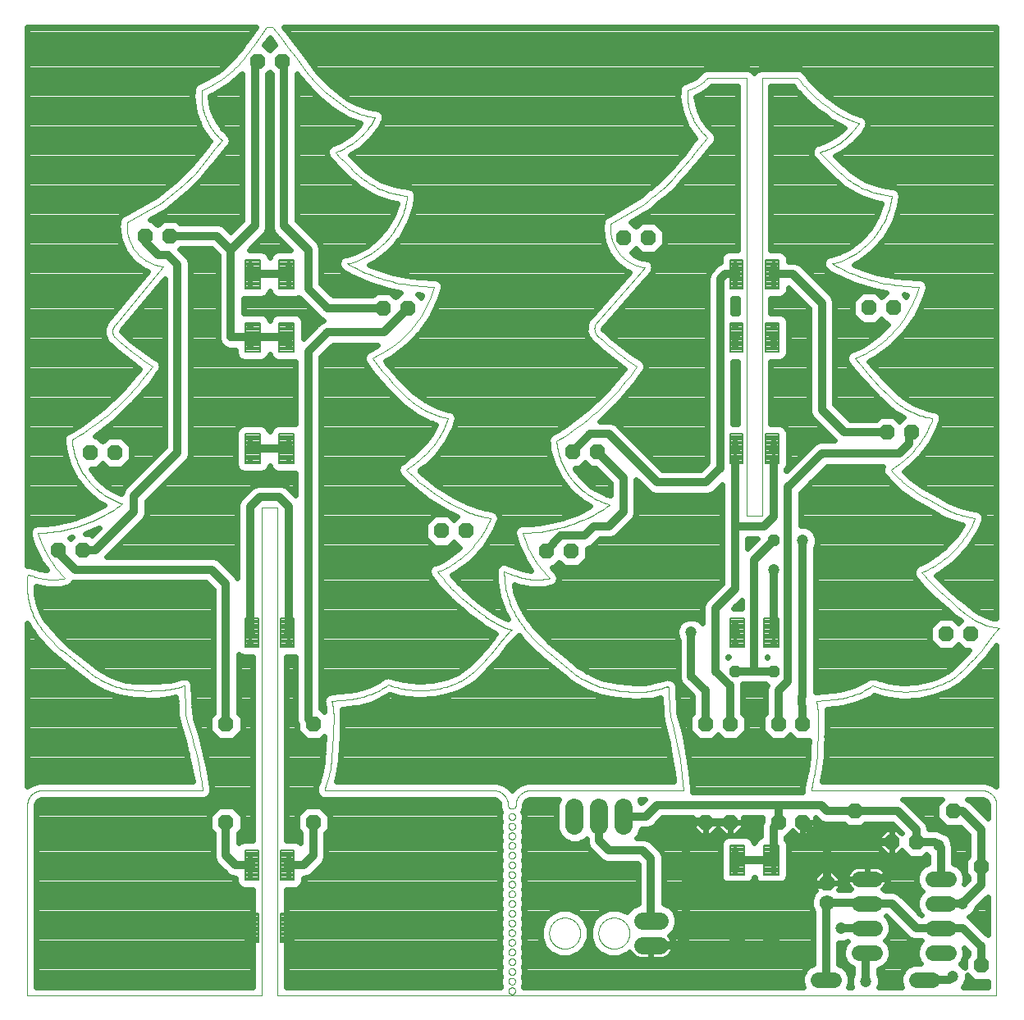
<source format=gbl>
G75*
%MOIN*%
%OFA0B0*%
%FSLAX25Y25*%
%IPPOS*%
%LPD*%
%AMOC8*
5,1,8,0,0,1.08239X$1,22.5*
%
%ADD10C,0.00000*%
%ADD11OC8,0.06200*%
%ADD12C,0.06200*%
%ADD13C,0.06200*%
%ADD14C,0.07000*%
%ADD15C,0.07331*%
%ADD16C,0.03200*%
%ADD17C,0.00800*%
%ADD18OC8,0.04134*%
%ADD19OC8,0.02578*%
%ADD20C,0.04724*%
%ADD21C,0.02400*%
%ADD22OC8,0.04724*%
D10*
X0255902Y0195547D02*
X0266138Y0187279D01*
X0240942Y0204995D02*
X0240367Y0204475D01*
X0239804Y0203943D01*
X0239253Y0203397D01*
X0238715Y0202840D01*
X0238189Y0202270D01*
X0237676Y0201689D01*
X0237176Y0201096D01*
X0236690Y0200492D01*
X0236218Y0199877D01*
X0238186Y0205783D02*
X0240942Y0204996D01*
X0242123Y0227043D02*
X0237792Y0228618D01*
X0237792Y0228224D01*
X0229918Y0210508D02*
X0230453Y0210083D01*
X0230998Y0209670D01*
X0231552Y0209271D01*
X0232116Y0208884D01*
X0232688Y0208511D01*
X0233269Y0208151D01*
X0233858Y0207806D01*
X0234455Y0207474D01*
X0235060Y0207156D01*
X0235672Y0206852D01*
X0236291Y0206563D01*
X0236917Y0206288D01*
X0237548Y0206028D01*
X0238186Y0205783D01*
X0256296Y0225862D02*
X0255902Y0226256D01*
X0237792Y0228224D02*
X0237807Y0227372D01*
X0237842Y0226521D01*
X0237898Y0225670D01*
X0237975Y0224822D01*
X0238072Y0223975D01*
X0238189Y0223131D01*
X0238327Y0222290D01*
X0238485Y0221452D01*
X0238663Y0220619D01*
X0238861Y0219790D01*
X0239079Y0218966D01*
X0239316Y0218148D01*
X0239574Y0217336D01*
X0239851Y0216530D01*
X0240147Y0215731D01*
X0240462Y0214939D01*
X0240797Y0214155D01*
X0241150Y0213380D01*
X0241522Y0212613D01*
X0241912Y0211855D01*
X0242320Y0211107D01*
X0242747Y0210370D01*
X0243191Y0209642D01*
X0243652Y0208926D01*
X0244130Y0208220D01*
X0244626Y0207527D01*
X0245137Y0206846D01*
X0245666Y0206177D01*
X0245272Y0244366D02*
X0248028Y0244366D01*
X0242123Y0227044D02*
X0242685Y0226829D01*
X0243251Y0226628D01*
X0243823Y0226442D01*
X0244399Y0226269D01*
X0244978Y0226110D01*
X0245562Y0225966D01*
X0246149Y0225836D01*
X0246739Y0225720D01*
X0247332Y0225619D01*
X0247927Y0225533D01*
X0248524Y0225461D01*
X0249122Y0225404D01*
X0249722Y0225361D01*
X0250322Y0225333D01*
X0250923Y0225320D01*
X0251524Y0225322D01*
X0252125Y0225338D01*
X0252726Y0225369D01*
X0253325Y0225415D01*
X0253923Y0225475D01*
X0254520Y0225550D01*
X0255114Y0225640D01*
X0255707Y0225744D01*
X0256296Y0225862D01*
X0232280Y0250272D02*
X0228737Y0251059D01*
X0212989Y0229406D02*
X0210627Y0228618D01*
X0218500Y0183342D02*
X0217650Y0182992D01*
X0216792Y0182662D01*
X0215926Y0182354D01*
X0215053Y0182066D01*
X0214173Y0181800D01*
X0213287Y0181556D01*
X0212395Y0181333D01*
X0211498Y0181132D01*
X0210596Y0180952D01*
X0209691Y0180795D01*
X0208781Y0180660D01*
X0207869Y0180547D01*
X0206954Y0180456D01*
X0206037Y0180388D01*
X0205119Y0180341D01*
X0204200Y0180318D01*
X0203281Y0180316D01*
X0202362Y0180337D01*
X0201444Y0180380D01*
X0200527Y0180446D01*
X0199611Y0180534D01*
X0198699Y0180644D01*
X0197789Y0180776D01*
X0196883Y0180931D01*
X0195981Y0181107D01*
X0195083Y0181306D01*
X0194190Y0181526D01*
X0193303Y0181767D01*
X0193304Y0181768D02*
X0190548Y0182555D01*
X0175194Y0176650D02*
X0167713Y0175862D01*
X0167854Y0175304D01*
X0167983Y0174742D01*
X0168097Y0174177D01*
X0168199Y0173609D01*
X0168286Y0173039D01*
X0168360Y0172468D01*
X0168421Y0171894D01*
X0168467Y0171320D01*
X0168500Y0170744D01*
X0165745Y0142791D02*
X0165351Y0141610D01*
X0164957Y0139642D02*
X0233461Y0139642D01*
X0233613Y0139640D01*
X0233765Y0139634D01*
X0233917Y0139624D01*
X0234068Y0139611D01*
X0234219Y0139593D01*
X0234370Y0139572D01*
X0234520Y0139546D01*
X0234669Y0139517D01*
X0234818Y0139484D01*
X0234965Y0139447D01*
X0235112Y0139407D01*
X0235257Y0139362D01*
X0235401Y0139314D01*
X0235544Y0139262D01*
X0235686Y0139207D01*
X0235826Y0139148D01*
X0235965Y0139085D01*
X0236102Y0139019D01*
X0236237Y0138949D01*
X0236370Y0138876D01*
X0236501Y0138799D01*
X0236631Y0138719D01*
X0236758Y0138636D01*
X0236883Y0138550D01*
X0237006Y0138460D01*
X0237126Y0138367D01*
X0237244Y0138271D01*
X0237360Y0138172D01*
X0237473Y0138070D01*
X0237583Y0137966D01*
X0237691Y0137858D01*
X0237795Y0137748D01*
X0237897Y0137635D01*
X0237996Y0137519D01*
X0238092Y0137401D01*
X0238185Y0137281D01*
X0238275Y0137158D01*
X0238361Y0137033D01*
X0238444Y0136906D01*
X0238524Y0136776D01*
X0238601Y0136645D01*
X0238674Y0136512D01*
X0238744Y0136377D01*
X0238810Y0136240D01*
X0238873Y0136101D01*
X0238932Y0135961D01*
X0238987Y0135819D01*
X0239039Y0135676D01*
X0239087Y0135532D01*
X0239132Y0135387D01*
X0239172Y0135240D01*
X0239209Y0135093D01*
X0239242Y0134944D01*
X0239271Y0134795D01*
X0239297Y0134645D01*
X0239318Y0134494D01*
X0239336Y0134343D01*
X0239349Y0134192D01*
X0239359Y0134040D01*
X0239365Y0133888D01*
X0239367Y0133736D01*
X0240942Y0132161D02*
X0241019Y0132163D01*
X0241096Y0132169D01*
X0241173Y0132178D01*
X0241249Y0132191D01*
X0241325Y0132208D01*
X0241399Y0132229D01*
X0241473Y0132253D01*
X0241545Y0132281D01*
X0241615Y0132312D01*
X0241684Y0132347D01*
X0241752Y0132385D01*
X0241817Y0132426D01*
X0241880Y0132471D01*
X0241941Y0132519D01*
X0242000Y0132569D01*
X0242056Y0132622D01*
X0242109Y0132678D01*
X0242159Y0132737D01*
X0242207Y0132798D01*
X0242252Y0132861D01*
X0242293Y0132926D01*
X0242331Y0132994D01*
X0242366Y0133063D01*
X0242397Y0133133D01*
X0242425Y0133205D01*
X0242449Y0133279D01*
X0242470Y0133353D01*
X0242487Y0133429D01*
X0242500Y0133505D01*
X0242509Y0133582D01*
X0242515Y0133659D01*
X0242517Y0133736D01*
X0240942Y0132161D02*
X0240865Y0132163D01*
X0240788Y0132169D01*
X0240711Y0132178D01*
X0240635Y0132191D01*
X0240559Y0132208D01*
X0240485Y0132229D01*
X0240411Y0132253D01*
X0240339Y0132281D01*
X0240269Y0132312D01*
X0240200Y0132347D01*
X0240132Y0132385D01*
X0240067Y0132426D01*
X0240004Y0132471D01*
X0239943Y0132519D01*
X0239884Y0132569D01*
X0239828Y0132622D01*
X0239775Y0132678D01*
X0239725Y0132737D01*
X0239677Y0132798D01*
X0239632Y0132861D01*
X0239591Y0132926D01*
X0239553Y0132994D01*
X0239518Y0133063D01*
X0239487Y0133133D01*
X0239459Y0133205D01*
X0239435Y0133279D01*
X0239414Y0133353D01*
X0239397Y0133429D01*
X0239384Y0133505D01*
X0239375Y0133582D01*
X0239369Y0133659D01*
X0239367Y0133736D01*
X0239564Y0129012D02*
X0239566Y0129086D01*
X0239572Y0129160D01*
X0239582Y0129233D01*
X0239596Y0129306D01*
X0239613Y0129378D01*
X0239635Y0129448D01*
X0239660Y0129518D01*
X0239689Y0129586D01*
X0239722Y0129652D01*
X0239758Y0129717D01*
X0239798Y0129779D01*
X0239840Y0129840D01*
X0239886Y0129898D01*
X0239935Y0129953D01*
X0239987Y0130006D01*
X0240042Y0130056D01*
X0240099Y0130102D01*
X0240159Y0130146D01*
X0240221Y0130186D01*
X0240285Y0130223D01*
X0240351Y0130257D01*
X0240419Y0130287D01*
X0240488Y0130313D01*
X0240559Y0130336D01*
X0240630Y0130354D01*
X0240703Y0130369D01*
X0240776Y0130380D01*
X0240850Y0130387D01*
X0240924Y0130390D01*
X0240997Y0130389D01*
X0241071Y0130384D01*
X0241145Y0130375D01*
X0241218Y0130362D01*
X0241290Y0130345D01*
X0241361Y0130325D01*
X0241431Y0130300D01*
X0241499Y0130272D01*
X0241566Y0130241D01*
X0241631Y0130205D01*
X0241694Y0130167D01*
X0241755Y0130125D01*
X0241814Y0130079D01*
X0241870Y0130031D01*
X0241923Y0129980D01*
X0241973Y0129926D01*
X0242021Y0129869D01*
X0242065Y0129810D01*
X0242107Y0129748D01*
X0242145Y0129685D01*
X0242179Y0129619D01*
X0242210Y0129552D01*
X0242237Y0129483D01*
X0242260Y0129413D01*
X0242280Y0129342D01*
X0242296Y0129269D01*
X0242308Y0129196D01*
X0242316Y0129123D01*
X0242320Y0129049D01*
X0242320Y0128975D01*
X0242316Y0128901D01*
X0242308Y0128828D01*
X0242296Y0128755D01*
X0242280Y0128682D01*
X0242260Y0128611D01*
X0242237Y0128541D01*
X0242210Y0128472D01*
X0242179Y0128405D01*
X0242145Y0128339D01*
X0242107Y0128276D01*
X0242065Y0128214D01*
X0242021Y0128155D01*
X0241973Y0128098D01*
X0241923Y0128044D01*
X0241870Y0127993D01*
X0241814Y0127945D01*
X0241755Y0127899D01*
X0241694Y0127857D01*
X0241631Y0127819D01*
X0241566Y0127783D01*
X0241499Y0127752D01*
X0241431Y0127724D01*
X0241361Y0127699D01*
X0241290Y0127679D01*
X0241218Y0127662D01*
X0241145Y0127649D01*
X0241071Y0127640D01*
X0240997Y0127635D01*
X0240924Y0127634D01*
X0240850Y0127637D01*
X0240776Y0127644D01*
X0240703Y0127655D01*
X0240630Y0127670D01*
X0240559Y0127688D01*
X0240488Y0127711D01*
X0240419Y0127737D01*
X0240351Y0127767D01*
X0240285Y0127801D01*
X0240221Y0127838D01*
X0240159Y0127878D01*
X0240099Y0127922D01*
X0240042Y0127968D01*
X0239987Y0128018D01*
X0239935Y0128071D01*
X0239886Y0128126D01*
X0239840Y0128184D01*
X0239798Y0128245D01*
X0239758Y0128307D01*
X0239722Y0128372D01*
X0239689Y0128438D01*
X0239660Y0128506D01*
X0239635Y0128576D01*
X0239613Y0128646D01*
X0239596Y0128718D01*
X0239582Y0128791D01*
X0239572Y0128864D01*
X0239566Y0128938D01*
X0239564Y0129012D01*
X0239564Y0125075D02*
X0239566Y0125149D01*
X0239572Y0125223D01*
X0239582Y0125296D01*
X0239596Y0125369D01*
X0239613Y0125441D01*
X0239635Y0125511D01*
X0239660Y0125581D01*
X0239689Y0125649D01*
X0239722Y0125715D01*
X0239758Y0125780D01*
X0239798Y0125842D01*
X0239840Y0125903D01*
X0239886Y0125961D01*
X0239935Y0126016D01*
X0239987Y0126069D01*
X0240042Y0126119D01*
X0240099Y0126165D01*
X0240159Y0126209D01*
X0240221Y0126249D01*
X0240285Y0126286D01*
X0240351Y0126320D01*
X0240419Y0126350D01*
X0240488Y0126376D01*
X0240559Y0126399D01*
X0240630Y0126417D01*
X0240703Y0126432D01*
X0240776Y0126443D01*
X0240850Y0126450D01*
X0240924Y0126453D01*
X0240997Y0126452D01*
X0241071Y0126447D01*
X0241145Y0126438D01*
X0241218Y0126425D01*
X0241290Y0126408D01*
X0241361Y0126388D01*
X0241431Y0126363D01*
X0241499Y0126335D01*
X0241566Y0126304D01*
X0241631Y0126268D01*
X0241694Y0126230D01*
X0241755Y0126188D01*
X0241814Y0126142D01*
X0241870Y0126094D01*
X0241923Y0126043D01*
X0241973Y0125989D01*
X0242021Y0125932D01*
X0242065Y0125873D01*
X0242107Y0125811D01*
X0242145Y0125748D01*
X0242179Y0125682D01*
X0242210Y0125615D01*
X0242237Y0125546D01*
X0242260Y0125476D01*
X0242280Y0125405D01*
X0242296Y0125332D01*
X0242308Y0125259D01*
X0242316Y0125186D01*
X0242320Y0125112D01*
X0242320Y0125038D01*
X0242316Y0124964D01*
X0242308Y0124891D01*
X0242296Y0124818D01*
X0242280Y0124745D01*
X0242260Y0124674D01*
X0242237Y0124604D01*
X0242210Y0124535D01*
X0242179Y0124468D01*
X0242145Y0124402D01*
X0242107Y0124339D01*
X0242065Y0124277D01*
X0242021Y0124218D01*
X0241973Y0124161D01*
X0241923Y0124107D01*
X0241870Y0124056D01*
X0241814Y0124008D01*
X0241755Y0123962D01*
X0241694Y0123920D01*
X0241631Y0123882D01*
X0241566Y0123846D01*
X0241499Y0123815D01*
X0241431Y0123787D01*
X0241361Y0123762D01*
X0241290Y0123742D01*
X0241218Y0123725D01*
X0241145Y0123712D01*
X0241071Y0123703D01*
X0240997Y0123698D01*
X0240924Y0123697D01*
X0240850Y0123700D01*
X0240776Y0123707D01*
X0240703Y0123718D01*
X0240630Y0123733D01*
X0240559Y0123751D01*
X0240488Y0123774D01*
X0240419Y0123800D01*
X0240351Y0123830D01*
X0240285Y0123864D01*
X0240221Y0123901D01*
X0240159Y0123941D01*
X0240099Y0123985D01*
X0240042Y0124031D01*
X0239987Y0124081D01*
X0239935Y0124134D01*
X0239886Y0124189D01*
X0239840Y0124247D01*
X0239798Y0124308D01*
X0239758Y0124370D01*
X0239722Y0124435D01*
X0239689Y0124501D01*
X0239660Y0124569D01*
X0239635Y0124639D01*
X0239613Y0124709D01*
X0239596Y0124781D01*
X0239582Y0124854D01*
X0239572Y0124927D01*
X0239566Y0125001D01*
X0239564Y0125075D01*
X0239564Y0121138D02*
X0239566Y0121212D01*
X0239572Y0121286D01*
X0239582Y0121359D01*
X0239596Y0121432D01*
X0239613Y0121504D01*
X0239635Y0121574D01*
X0239660Y0121644D01*
X0239689Y0121712D01*
X0239722Y0121778D01*
X0239758Y0121843D01*
X0239798Y0121905D01*
X0239840Y0121966D01*
X0239886Y0122024D01*
X0239935Y0122079D01*
X0239987Y0122132D01*
X0240042Y0122182D01*
X0240099Y0122228D01*
X0240159Y0122272D01*
X0240221Y0122312D01*
X0240285Y0122349D01*
X0240351Y0122383D01*
X0240419Y0122413D01*
X0240488Y0122439D01*
X0240559Y0122462D01*
X0240630Y0122480D01*
X0240703Y0122495D01*
X0240776Y0122506D01*
X0240850Y0122513D01*
X0240924Y0122516D01*
X0240997Y0122515D01*
X0241071Y0122510D01*
X0241145Y0122501D01*
X0241218Y0122488D01*
X0241290Y0122471D01*
X0241361Y0122451D01*
X0241431Y0122426D01*
X0241499Y0122398D01*
X0241566Y0122367D01*
X0241631Y0122331D01*
X0241694Y0122293D01*
X0241755Y0122251D01*
X0241814Y0122205D01*
X0241870Y0122157D01*
X0241923Y0122106D01*
X0241973Y0122052D01*
X0242021Y0121995D01*
X0242065Y0121936D01*
X0242107Y0121874D01*
X0242145Y0121811D01*
X0242179Y0121745D01*
X0242210Y0121678D01*
X0242237Y0121609D01*
X0242260Y0121539D01*
X0242280Y0121468D01*
X0242296Y0121395D01*
X0242308Y0121322D01*
X0242316Y0121249D01*
X0242320Y0121175D01*
X0242320Y0121101D01*
X0242316Y0121027D01*
X0242308Y0120954D01*
X0242296Y0120881D01*
X0242280Y0120808D01*
X0242260Y0120737D01*
X0242237Y0120667D01*
X0242210Y0120598D01*
X0242179Y0120531D01*
X0242145Y0120465D01*
X0242107Y0120402D01*
X0242065Y0120340D01*
X0242021Y0120281D01*
X0241973Y0120224D01*
X0241923Y0120170D01*
X0241870Y0120119D01*
X0241814Y0120071D01*
X0241755Y0120025D01*
X0241694Y0119983D01*
X0241631Y0119945D01*
X0241566Y0119909D01*
X0241499Y0119878D01*
X0241431Y0119850D01*
X0241361Y0119825D01*
X0241290Y0119805D01*
X0241218Y0119788D01*
X0241145Y0119775D01*
X0241071Y0119766D01*
X0240997Y0119761D01*
X0240924Y0119760D01*
X0240850Y0119763D01*
X0240776Y0119770D01*
X0240703Y0119781D01*
X0240630Y0119796D01*
X0240559Y0119814D01*
X0240488Y0119837D01*
X0240419Y0119863D01*
X0240351Y0119893D01*
X0240285Y0119927D01*
X0240221Y0119964D01*
X0240159Y0120004D01*
X0240099Y0120048D01*
X0240042Y0120094D01*
X0239987Y0120144D01*
X0239935Y0120197D01*
X0239886Y0120252D01*
X0239840Y0120310D01*
X0239798Y0120371D01*
X0239758Y0120433D01*
X0239722Y0120498D01*
X0239689Y0120564D01*
X0239660Y0120632D01*
X0239635Y0120702D01*
X0239613Y0120772D01*
X0239596Y0120844D01*
X0239582Y0120917D01*
X0239572Y0120990D01*
X0239566Y0121064D01*
X0239564Y0121138D01*
X0239564Y0117201D02*
X0239566Y0117275D01*
X0239572Y0117349D01*
X0239582Y0117422D01*
X0239596Y0117495D01*
X0239613Y0117567D01*
X0239635Y0117637D01*
X0239660Y0117707D01*
X0239689Y0117775D01*
X0239722Y0117841D01*
X0239758Y0117906D01*
X0239798Y0117968D01*
X0239840Y0118029D01*
X0239886Y0118087D01*
X0239935Y0118142D01*
X0239987Y0118195D01*
X0240042Y0118245D01*
X0240099Y0118291D01*
X0240159Y0118335D01*
X0240221Y0118375D01*
X0240285Y0118412D01*
X0240351Y0118446D01*
X0240419Y0118476D01*
X0240488Y0118502D01*
X0240559Y0118525D01*
X0240630Y0118543D01*
X0240703Y0118558D01*
X0240776Y0118569D01*
X0240850Y0118576D01*
X0240924Y0118579D01*
X0240997Y0118578D01*
X0241071Y0118573D01*
X0241145Y0118564D01*
X0241218Y0118551D01*
X0241290Y0118534D01*
X0241361Y0118514D01*
X0241431Y0118489D01*
X0241499Y0118461D01*
X0241566Y0118430D01*
X0241631Y0118394D01*
X0241694Y0118356D01*
X0241755Y0118314D01*
X0241814Y0118268D01*
X0241870Y0118220D01*
X0241923Y0118169D01*
X0241973Y0118115D01*
X0242021Y0118058D01*
X0242065Y0117999D01*
X0242107Y0117937D01*
X0242145Y0117874D01*
X0242179Y0117808D01*
X0242210Y0117741D01*
X0242237Y0117672D01*
X0242260Y0117602D01*
X0242280Y0117531D01*
X0242296Y0117458D01*
X0242308Y0117385D01*
X0242316Y0117312D01*
X0242320Y0117238D01*
X0242320Y0117164D01*
X0242316Y0117090D01*
X0242308Y0117017D01*
X0242296Y0116944D01*
X0242280Y0116871D01*
X0242260Y0116800D01*
X0242237Y0116730D01*
X0242210Y0116661D01*
X0242179Y0116594D01*
X0242145Y0116528D01*
X0242107Y0116465D01*
X0242065Y0116403D01*
X0242021Y0116344D01*
X0241973Y0116287D01*
X0241923Y0116233D01*
X0241870Y0116182D01*
X0241814Y0116134D01*
X0241755Y0116088D01*
X0241694Y0116046D01*
X0241631Y0116008D01*
X0241566Y0115972D01*
X0241499Y0115941D01*
X0241431Y0115913D01*
X0241361Y0115888D01*
X0241290Y0115868D01*
X0241218Y0115851D01*
X0241145Y0115838D01*
X0241071Y0115829D01*
X0240997Y0115824D01*
X0240924Y0115823D01*
X0240850Y0115826D01*
X0240776Y0115833D01*
X0240703Y0115844D01*
X0240630Y0115859D01*
X0240559Y0115877D01*
X0240488Y0115900D01*
X0240419Y0115926D01*
X0240351Y0115956D01*
X0240285Y0115990D01*
X0240221Y0116027D01*
X0240159Y0116067D01*
X0240099Y0116111D01*
X0240042Y0116157D01*
X0239987Y0116207D01*
X0239935Y0116260D01*
X0239886Y0116315D01*
X0239840Y0116373D01*
X0239798Y0116434D01*
X0239758Y0116496D01*
X0239722Y0116561D01*
X0239689Y0116627D01*
X0239660Y0116695D01*
X0239635Y0116765D01*
X0239613Y0116835D01*
X0239596Y0116907D01*
X0239582Y0116980D01*
X0239572Y0117053D01*
X0239566Y0117127D01*
X0239564Y0117201D01*
X0239564Y0113264D02*
X0239566Y0113338D01*
X0239572Y0113412D01*
X0239582Y0113485D01*
X0239596Y0113558D01*
X0239613Y0113630D01*
X0239635Y0113700D01*
X0239660Y0113770D01*
X0239689Y0113838D01*
X0239722Y0113904D01*
X0239758Y0113969D01*
X0239798Y0114031D01*
X0239840Y0114092D01*
X0239886Y0114150D01*
X0239935Y0114205D01*
X0239987Y0114258D01*
X0240042Y0114308D01*
X0240099Y0114354D01*
X0240159Y0114398D01*
X0240221Y0114438D01*
X0240285Y0114475D01*
X0240351Y0114509D01*
X0240419Y0114539D01*
X0240488Y0114565D01*
X0240559Y0114588D01*
X0240630Y0114606D01*
X0240703Y0114621D01*
X0240776Y0114632D01*
X0240850Y0114639D01*
X0240924Y0114642D01*
X0240997Y0114641D01*
X0241071Y0114636D01*
X0241145Y0114627D01*
X0241218Y0114614D01*
X0241290Y0114597D01*
X0241361Y0114577D01*
X0241431Y0114552D01*
X0241499Y0114524D01*
X0241566Y0114493D01*
X0241631Y0114457D01*
X0241694Y0114419D01*
X0241755Y0114377D01*
X0241814Y0114331D01*
X0241870Y0114283D01*
X0241923Y0114232D01*
X0241973Y0114178D01*
X0242021Y0114121D01*
X0242065Y0114062D01*
X0242107Y0114000D01*
X0242145Y0113937D01*
X0242179Y0113871D01*
X0242210Y0113804D01*
X0242237Y0113735D01*
X0242260Y0113665D01*
X0242280Y0113594D01*
X0242296Y0113521D01*
X0242308Y0113448D01*
X0242316Y0113375D01*
X0242320Y0113301D01*
X0242320Y0113227D01*
X0242316Y0113153D01*
X0242308Y0113080D01*
X0242296Y0113007D01*
X0242280Y0112934D01*
X0242260Y0112863D01*
X0242237Y0112793D01*
X0242210Y0112724D01*
X0242179Y0112657D01*
X0242145Y0112591D01*
X0242107Y0112528D01*
X0242065Y0112466D01*
X0242021Y0112407D01*
X0241973Y0112350D01*
X0241923Y0112296D01*
X0241870Y0112245D01*
X0241814Y0112197D01*
X0241755Y0112151D01*
X0241694Y0112109D01*
X0241631Y0112071D01*
X0241566Y0112035D01*
X0241499Y0112004D01*
X0241431Y0111976D01*
X0241361Y0111951D01*
X0241290Y0111931D01*
X0241218Y0111914D01*
X0241145Y0111901D01*
X0241071Y0111892D01*
X0240997Y0111887D01*
X0240924Y0111886D01*
X0240850Y0111889D01*
X0240776Y0111896D01*
X0240703Y0111907D01*
X0240630Y0111922D01*
X0240559Y0111940D01*
X0240488Y0111963D01*
X0240419Y0111989D01*
X0240351Y0112019D01*
X0240285Y0112053D01*
X0240221Y0112090D01*
X0240159Y0112130D01*
X0240099Y0112174D01*
X0240042Y0112220D01*
X0239987Y0112270D01*
X0239935Y0112323D01*
X0239886Y0112378D01*
X0239840Y0112436D01*
X0239798Y0112497D01*
X0239758Y0112559D01*
X0239722Y0112624D01*
X0239689Y0112690D01*
X0239660Y0112758D01*
X0239635Y0112828D01*
X0239613Y0112898D01*
X0239596Y0112970D01*
X0239582Y0113043D01*
X0239572Y0113116D01*
X0239566Y0113190D01*
X0239564Y0113264D01*
X0239564Y0109327D02*
X0239566Y0109401D01*
X0239572Y0109475D01*
X0239582Y0109548D01*
X0239596Y0109621D01*
X0239613Y0109693D01*
X0239635Y0109763D01*
X0239660Y0109833D01*
X0239689Y0109901D01*
X0239722Y0109967D01*
X0239758Y0110032D01*
X0239798Y0110094D01*
X0239840Y0110155D01*
X0239886Y0110213D01*
X0239935Y0110268D01*
X0239987Y0110321D01*
X0240042Y0110371D01*
X0240099Y0110417D01*
X0240159Y0110461D01*
X0240221Y0110501D01*
X0240285Y0110538D01*
X0240351Y0110572D01*
X0240419Y0110602D01*
X0240488Y0110628D01*
X0240559Y0110651D01*
X0240630Y0110669D01*
X0240703Y0110684D01*
X0240776Y0110695D01*
X0240850Y0110702D01*
X0240924Y0110705D01*
X0240997Y0110704D01*
X0241071Y0110699D01*
X0241145Y0110690D01*
X0241218Y0110677D01*
X0241290Y0110660D01*
X0241361Y0110640D01*
X0241431Y0110615D01*
X0241499Y0110587D01*
X0241566Y0110556D01*
X0241631Y0110520D01*
X0241694Y0110482D01*
X0241755Y0110440D01*
X0241814Y0110394D01*
X0241870Y0110346D01*
X0241923Y0110295D01*
X0241973Y0110241D01*
X0242021Y0110184D01*
X0242065Y0110125D01*
X0242107Y0110063D01*
X0242145Y0110000D01*
X0242179Y0109934D01*
X0242210Y0109867D01*
X0242237Y0109798D01*
X0242260Y0109728D01*
X0242280Y0109657D01*
X0242296Y0109584D01*
X0242308Y0109511D01*
X0242316Y0109438D01*
X0242320Y0109364D01*
X0242320Y0109290D01*
X0242316Y0109216D01*
X0242308Y0109143D01*
X0242296Y0109070D01*
X0242280Y0108997D01*
X0242260Y0108926D01*
X0242237Y0108856D01*
X0242210Y0108787D01*
X0242179Y0108720D01*
X0242145Y0108654D01*
X0242107Y0108591D01*
X0242065Y0108529D01*
X0242021Y0108470D01*
X0241973Y0108413D01*
X0241923Y0108359D01*
X0241870Y0108308D01*
X0241814Y0108260D01*
X0241755Y0108214D01*
X0241694Y0108172D01*
X0241631Y0108134D01*
X0241566Y0108098D01*
X0241499Y0108067D01*
X0241431Y0108039D01*
X0241361Y0108014D01*
X0241290Y0107994D01*
X0241218Y0107977D01*
X0241145Y0107964D01*
X0241071Y0107955D01*
X0240997Y0107950D01*
X0240924Y0107949D01*
X0240850Y0107952D01*
X0240776Y0107959D01*
X0240703Y0107970D01*
X0240630Y0107985D01*
X0240559Y0108003D01*
X0240488Y0108026D01*
X0240419Y0108052D01*
X0240351Y0108082D01*
X0240285Y0108116D01*
X0240221Y0108153D01*
X0240159Y0108193D01*
X0240099Y0108237D01*
X0240042Y0108283D01*
X0239987Y0108333D01*
X0239935Y0108386D01*
X0239886Y0108441D01*
X0239840Y0108499D01*
X0239798Y0108560D01*
X0239758Y0108622D01*
X0239722Y0108687D01*
X0239689Y0108753D01*
X0239660Y0108821D01*
X0239635Y0108891D01*
X0239613Y0108961D01*
X0239596Y0109033D01*
X0239582Y0109106D01*
X0239572Y0109179D01*
X0239566Y0109253D01*
X0239564Y0109327D01*
X0239564Y0105390D02*
X0239566Y0105464D01*
X0239572Y0105538D01*
X0239582Y0105611D01*
X0239596Y0105684D01*
X0239613Y0105756D01*
X0239635Y0105826D01*
X0239660Y0105896D01*
X0239689Y0105964D01*
X0239722Y0106030D01*
X0239758Y0106095D01*
X0239798Y0106157D01*
X0239840Y0106218D01*
X0239886Y0106276D01*
X0239935Y0106331D01*
X0239987Y0106384D01*
X0240042Y0106434D01*
X0240099Y0106480D01*
X0240159Y0106524D01*
X0240221Y0106564D01*
X0240285Y0106601D01*
X0240351Y0106635D01*
X0240419Y0106665D01*
X0240488Y0106691D01*
X0240559Y0106714D01*
X0240630Y0106732D01*
X0240703Y0106747D01*
X0240776Y0106758D01*
X0240850Y0106765D01*
X0240924Y0106768D01*
X0240997Y0106767D01*
X0241071Y0106762D01*
X0241145Y0106753D01*
X0241218Y0106740D01*
X0241290Y0106723D01*
X0241361Y0106703D01*
X0241431Y0106678D01*
X0241499Y0106650D01*
X0241566Y0106619D01*
X0241631Y0106583D01*
X0241694Y0106545D01*
X0241755Y0106503D01*
X0241814Y0106457D01*
X0241870Y0106409D01*
X0241923Y0106358D01*
X0241973Y0106304D01*
X0242021Y0106247D01*
X0242065Y0106188D01*
X0242107Y0106126D01*
X0242145Y0106063D01*
X0242179Y0105997D01*
X0242210Y0105930D01*
X0242237Y0105861D01*
X0242260Y0105791D01*
X0242280Y0105720D01*
X0242296Y0105647D01*
X0242308Y0105574D01*
X0242316Y0105501D01*
X0242320Y0105427D01*
X0242320Y0105353D01*
X0242316Y0105279D01*
X0242308Y0105206D01*
X0242296Y0105133D01*
X0242280Y0105060D01*
X0242260Y0104989D01*
X0242237Y0104919D01*
X0242210Y0104850D01*
X0242179Y0104783D01*
X0242145Y0104717D01*
X0242107Y0104654D01*
X0242065Y0104592D01*
X0242021Y0104533D01*
X0241973Y0104476D01*
X0241923Y0104422D01*
X0241870Y0104371D01*
X0241814Y0104323D01*
X0241755Y0104277D01*
X0241694Y0104235D01*
X0241631Y0104197D01*
X0241566Y0104161D01*
X0241499Y0104130D01*
X0241431Y0104102D01*
X0241361Y0104077D01*
X0241290Y0104057D01*
X0241218Y0104040D01*
X0241145Y0104027D01*
X0241071Y0104018D01*
X0240997Y0104013D01*
X0240924Y0104012D01*
X0240850Y0104015D01*
X0240776Y0104022D01*
X0240703Y0104033D01*
X0240630Y0104048D01*
X0240559Y0104066D01*
X0240488Y0104089D01*
X0240419Y0104115D01*
X0240351Y0104145D01*
X0240285Y0104179D01*
X0240221Y0104216D01*
X0240159Y0104256D01*
X0240099Y0104300D01*
X0240042Y0104346D01*
X0239987Y0104396D01*
X0239935Y0104449D01*
X0239886Y0104504D01*
X0239840Y0104562D01*
X0239798Y0104623D01*
X0239758Y0104685D01*
X0239722Y0104750D01*
X0239689Y0104816D01*
X0239660Y0104884D01*
X0239635Y0104954D01*
X0239613Y0105024D01*
X0239596Y0105096D01*
X0239582Y0105169D01*
X0239572Y0105242D01*
X0239566Y0105316D01*
X0239564Y0105390D01*
X0239564Y0101453D02*
X0239566Y0101527D01*
X0239572Y0101601D01*
X0239582Y0101674D01*
X0239596Y0101747D01*
X0239613Y0101819D01*
X0239635Y0101889D01*
X0239660Y0101959D01*
X0239689Y0102027D01*
X0239722Y0102093D01*
X0239758Y0102158D01*
X0239798Y0102220D01*
X0239840Y0102281D01*
X0239886Y0102339D01*
X0239935Y0102394D01*
X0239987Y0102447D01*
X0240042Y0102497D01*
X0240099Y0102543D01*
X0240159Y0102587D01*
X0240221Y0102627D01*
X0240285Y0102664D01*
X0240351Y0102698D01*
X0240419Y0102728D01*
X0240488Y0102754D01*
X0240559Y0102777D01*
X0240630Y0102795D01*
X0240703Y0102810D01*
X0240776Y0102821D01*
X0240850Y0102828D01*
X0240924Y0102831D01*
X0240997Y0102830D01*
X0241071Y0102825D01*
X0241145Y0102816D01*
X0241218Y0102803D01*
X0241290Y0102786D01*
X0241361Y0102766D01*
X0241431Y0102741D01*
X0241499Y0102713D01*
X0241566Y0102682D01*
X0241631Y0102646D01*
X0241694Y0102608D01*
X0241755Y0102566D01*
X0241814Y0102520D01*
X0241870Y0102472D01*
X0241923Y0102421D01*
X0241973Y0102367D01*
X0242021Y0102310D01*
X0242065Y0102251D01*
X0242107Y0102189D01*
X0242145Y0102126D01*
X0242179Y0102060D01*
X0242210Y0101993D01*
X0242237Y0101924D01*
X0242260Y0101854D01*
X0242280Y0101783D01*
X0242296Y0101710D01*
X0242308Y0101637D01*
X0242316Y0101564D01*
X0242320Y0101490D01*
X0242320Y0101416D01*
X0242316Y0101342D01*
X0242308Y0101269D01*
X0242296Y0101196D01*
X0242280Y0101123D01*
X0242260Y0101052D01*
X0242237Y0100982D01*
X0242210Y0100913D01*
X0242179Y0100846D01*
X0242145Y0100780D01*
X0242107Y0100717D01*
X0242065Y0100655D01*
X0242021Y0100596D01*
X0241973Y0100539D01*
X0241923Y0100485D01*
X0241870Y0100434D01*
X0241814Y0100386D01*
X0241755Y0100340D01*
X0241694Y0100298D01*
X0241631Y0100260D01*
X0241566Y0100224D01*
X0241499Y0100193D01*
X0241431Y0100165D01*
X0241361Y0100140D01*
X0241290Y0100120D01*
X0241218Y0100103D01*
X0241145Y0100090D01*
X0241071Y0100081D01*
X0240997Y0100076D01*
X0240924Y0100075D01*
X0240850Y0100078D01*
X0240776Y0100085D01*
X0240703Y0100096D01*
X0240630Y0100111D01*
X0240559Y0100129D01*
X0240488Y0100152D01*
X0240419Y0100178D01*
X0240351Y0100208D01*
X0240285Y0100242D01*
X0240221Y0100279D01*
X0240159Y0100319D01*
X0240099Y0100363D01*
X0240042Y0100409D01*
X0239987Y0100459D01*
X0239935Y0100512D01*
X0239886Y0100567D01*
X0239840Y0100625D01*
X0239798Y0100686D01*
X0239758Y0100748D01*
X0239722Y0100813D01*
X0239689Y0100879D01*
X0239660Y0100947D01*
X0239635Y0101017D01*
X0239613Y0101087D01*
X0239596Y0101159D01*
X0239582Y0101232D01*
X0239572Y0101305D01*
X0239566Y0101379D01*
X0239564Y0101453D01*
X0239564Y0097516D02*
X0239566Y0097590D01*
X0239572Y0097664D01*
X0239582Y0097737D01*
X0239596Y0097810D01*
X0239613Y0097882D01*
X0239635Y0097952D01*
X0239660Y0098022D01*
X0239689Y0098090D01*
X0239722Y0098156D01*
X0239758Y0098221D01*
X0239798Y0098283D01*
X0239840Y0098344D01*
X0239886Y0098402D01*
X0239935Y0098457D01*
X0239987Y0098510D01*
X0240042Y0098560D01*
X0240099Y0098606D01*
X0240159Y0098650D01*
X0240221Y0098690D01*
X0240285Y0098727D01*
X0240351Y0098761D01*
X0240419Y0098791D01*
X0240488Y0098817D01*
X0240559Y0098840D01*
X0240630Y0098858D01*
X0240703Y0098873D01*
X0240776Y0098884D01*
X0240850Y0098891D01*
X0240924Y0098894D01*
X0240997Y0098893D01*
X0241071Y0098888D01*
X0241145Y0098879D01*
X0241218Y0098866D01*
X0241290Y0098849D01*
X0241361Y0098829D01*
X0241431Y0098804D01*
X0241499Y0098776D01*
X0241566Y0098745D01*
X0241631Y0098709D01*
X0241694Y0098671D01*
X0241755Y0098629D01*
X0241814Y0098583D01*
X0241870Y0098535D01*
X0241923Y0098484D01*
X0241973Y0098430D01*
X0242021Y0098373D01*
X0242065Y0098314D01*
X0242107Y0098252D01*
X0242145Y0098189D01*
X0242179Y0098123D01*
X0242210Y0098056D01*
X0242237Y0097987D01*
X0242260Y0097917D01*
X0242280Y0097846D01*
X0242296Y0097773D01*
X0242308Y0097700D01*
X0242316Y0097627D01*
X0242320Y0097553D01*
X0242320Y0097479D01*
X0242316Y0097405D01*
X0242308Y0097332D01*
X0242296Y0097259D01*
X0242280Y0097186D01*
X0242260Y0097115D01*
X0242237Y0097045D01*
X0242210Y0096976D01*
X0242179Y0096909D01*
X0242145Y0096843D01*
X0242107Y0096780D01*
X0242065Y0096718D01*
X0242021Y0096659D01*
X0241973Y0096602D01*
X0241923Y0096548D01*
X0241870Y0096497D01*
X0241814Y0096449D01*
X0241755Y0096403D01*
X0241694Y0096361D01*
X0241631Y0096323D01*
X0241566Y0096287D01*
X0241499Y0096256D01*
X0241431Y0096228D01*
X0241361Y0096203D01*
X0241290Y0096183D01*
X0241218Y0096166D01*
X0241145Y0096153D01*
X0241071Y0096144D01*
X0240997Y0096139D01*
X0240924Y0096138D01*
X0240850Y0096141D01*
X0240776Y0096148D01*
X0240703Y0096159D01*
X0240630Y0096174D01*
X0240559Y0096192D01*
X0240488Y0096215D01*
X0240419Y0096241D01*
X0240351Y0096271D01*
X0240285Y0096305D01*
X0240221Y0096342D01*
X0240159Y0096382D01*
X0240099Y0096426D01*
X0240042Y0096472D01*
X0239987Y0096522D01*
X0239935Y0096575D01*
X0239886Y0096630D01*
X0239840Y0096688D01*
X0239798Y0096749D01*
X0239758Y0096811D01*
X0239722Y0096876D01*
X0239689Y0096942D01*
X0239660Y0097010D01*
X0239635Y0097080D01*
X0239613Y0097150D01*
X0239596Y0097222D01*
X0239582Y0097295D01*
X0239572Y0097368D01*
X0239566Y0097442D01*
X0239564Y0097516D01*
X0239564Y0093579D02*
X0239566Y0093653D01*
X0239572Y0093727D01*
X0239582Y0093800D01*
X0239596Y0093873D01*
X0239613Y0093945D01*
X0239635Y0094015D01*
X0239660Y0094085D01*
X0239689Y0094153D01*
X0239722Y0094219D01*
X0239758Y0094284D01*
X0239798Y0094346D01*
X0239840Y0094407D01*
X0239886Y0094465D01*
X0239935Y0094520D01*
X0239987Y0094573D01*
X0240042Y0094623D01*
X0240099Y0094669D01*
X0240159Y0094713D01*
X0240221Y0094753D01*
X0240285Y0094790D01*
X0240351Y0094824D01*
X0240419Y0094854D01*
X0240488Y0094880D01*
X0240559Y0094903D01*
X0240630Y0094921D01*
X0240703Y0094936D01*
X0240776Y0094947D01*
X0240850Y0094954D01*
X0240924Y0094957D01*
X0240997Y0094956D01*
X0241071Y0094951D01*
X0241145Y0094942D01*
X0241218Y0094929D01*
X0241290Y0094912D01*
X0241361Y0094892D01*
X0241431Y0094867D01*
X0241499Y0094839D01*
X0241566Y0094808D01*
X0241631Y0094772D01*
X0241694Y0094734D01*
X0241755Y0094692D01*
X0241814Y0094646D01*
X0241870Y0094598D01*
X0241923Y0094547D01*
X0241973Y0094493D01*
X0242021Y0094436D01*
X0242065Y0094377D01*
X0242107Y0094315D01*
X0242145Y0094252D01*
X0242179Y0094186D01*
X0242210Y0094119D01*
X0242237Y0094050D01*
X0242260Y0093980D01*
X0242280Y0093909D01*
X0242296Y0093836D01*
X0242308Y0093763D01*
X0242316Y0093690D01*
X0242320Y0093616D01*
X0242320Y0093542D01*
X0242316Y0093468D01*
X0242308Y0093395D01*
X0242296Y0093322D01*
X0242280Y0093249D01*
X0242260Y0093178D01*
X0242237Y0093108D01*
X0242210Y0093039D01*
X0242179Y0092972D01*
X0242145Y0092906D01*
X0242107Y0092843D01*
X0242065Y0092781D01*
X0242021Y0092722D01*
X0241973Y0092665D01*
X0241923Y0092611D01*
X0241870Y0092560D01*
X0241814Y0092512D01*
X0241755Y0092466D01*
X0241694Y0092424D01*
X0241631Y0092386D01*
X0241566Y0092350D01*
X0241499Y0092319D01*
X0241431Y0092291D01*
X0241361Y0092266D01*
X0241290Y0092246D01*
X0241218Y0092229D01*
X0241145Y0092216D01*
X0241071Y0092207D01*
X0240997Y0092202D01*
X0240924Y0092201D01*
X0240850Y0092204D01*
X0240776Y0092211D01*
X0240703Y0092222D01*
X0240630Y0092237D01*
X0240559Y0092255D01*
X0240488Y0092278D01*
X0240419Y0092304D01*
X0240351Y0092334D01*
X0240285Y0092368D01*
X0240221Y0092405D01*
X0240159Y0092445D01*
X0240099Y0092489D01*
X0240042Y0092535D01*
X0239987Y0092585D01*
X0239935Y0092638D01*
X0239886Y0092693D01*
X0239840Y0092751D01*
X0239798Y0092812D01*
X0239758Y0092874D01*
X0239722Y0092939D01*
X0239689Y0093005D01*
X0239660Y0093073D01*
X0239635Y0093143D01*
X0239613Y0093213D01*
X0239596Y0093285D01*
X0239582Y0093358D01*
X0239572Y0093431D01*
X0239566Y0093505D01*
X0239564Y0093579D01*
X0239564Y0089642D02*
X0239566Y0089716D01*
X0239572Y0089790D01*
X0239582Y0089863D01*
X0239596Y0089936D01*
X0239613Y0090008D01*
X0239635Y0090078D01*
X0239660Y0090148D01*
X0239689Y0090216D01*
X0239722Y0090282D01*
X0239758Y0090347D01*
X0239798Y0090409D01*
X0239840Y0090470D01*
X0239886Y0090528D01*
X0239935Y0090583D01*
X0239987Y0090636D01*
X0240042Y0090686D01*
X0240099Y0090732D01*
X0240159Y0090776D01*
X0240221Y0090816D01*
X0240285Y0090853D01*
X0240351Y0090887D01*
X0240419Y0090917D01*
X0240488Y0090943D01*
X0240559Y0090966D01*
X0240630Y0090984D01*
X0240703Y0090999D01*
X0240776Y0091010D01*
X0240850Y0091017D01*
X0240924Y0091020D01*
X0240997Y0091019D01*
X0241071Y0091014D01*
X0241145Y0091005D01*
X0241218Y0090992D01*
X0241290Y0090975D01*
X0241361Y0090955D01*
X0241431Y0090930D01*
X0241499Y0090902D01*
X0241566Y0090871D01*
X0241631Y0090835D01*
X0241694Y0090797D01*
X0241755Y0090755D01*
X0241814Y0090709D01*
X0241870Y0090661D01*
X0241923Y0090610D01*
X0241973Y0090556D01*
X0242021Y0090499D01*
X0242065Y0090440D01*
X0242107Y0090378D01*
X0242145Y0090315D01*
X0242179Y0090249D01*
X0242210Y0090182D01*
X0242237Y0090113D01*
X0242260Y0090043D01*
X0242280Y0089972D01*
X0242296Y0089899D01*
X0242308Y0089826D01*
X0242316Y0089753D01*
X0242320Y0089679D01*
X0242320Y0089605D01*
X0242316Y0089531D01*
X0242308Y0089458D01*
X0242296Y0089385D01*
X0242280Y0089312D01*
X0242260Y0089241D01*
X0242237Y0089171D01*
X0242210Y0089102D01*
X0242179Y0089035D01*
X0242145Y0088969D01*
X0242107Y0088906D01*
X0242065Y0088844D01*
X0242021Y0088785D01*
X0241973Y0088728D01*
X0241923Y0088674D01*
X0241870Y0088623D01*
X0241814Y0088575D01*
X0241755Y0088529D01*
X0241694Y0088487D01*
X0241631Y0088449D01*
X0241566Y0088413D01*
X0241499Y0088382D01*
X0241431Y0088354D01*
X0241361Y0088329D01*
X0241290Y0088309D01*
X0241218Y0088292D01*
X0241145Y0088279D01*
X0241071Y0088270D01*
X0240997Y0088265D01*
X0240924Y0088264D01*
X0240850Y0088267D01*
X0240776Y0088274D01*
X0240703Y0088285D01*
X0240630Y0088300D01*
X0240559Y0088318D01*
X0240488Y0088341D01*
X0240419Y0088367D01*
X0240351Y0088397D01*
X0240285Y0088431D01*
X0240221Y0088468D01*
X0240159Y0088508D01*
X0240099Y0088552D01*
X0240042Y0088598D01*
X0239987Y0088648D01*
X0239935Y0088701D01*
X0239886Y0088756D01*
X0239840Y0088814D01*
X0239798Y0088875D01*
X0239758Y0088937D01*
X0239722Y0089002D01*
X0239689Y0089068D01*
X0239660Y0089136D01*
X0239635Y0089206D01*
X0239613Y0089276D01*
X0239596Y0089348D01*
X0239582Y0089421D01*
X0239572Y0089494D01*
X0239566Y0089568D01*
X0239564Y0089642D01*
X0239564Y0085705D02*
X0239566Y0085779D01*
X0239572Y0085853D01*
X0239582Y0085926D01*
X0239596Y0085999D01*
X0239613Y0086071D01*
X0239635Y0086141D01*
X0239660Y0086211D01*
X0239689Y0086279D01*
X0239722Y0086345D01*
X0239758Y0086410D01*
X0239798Y0086472D01*
X0239840Y0086533D01*
X0239886Y0086591D01*
X0239935Y0086646D01*
X0239987Y0086699D01*
X0240042Y0086749D01*
X0240099Y0086795D01*
X0240159Y0086839D01*
X0240221Y0086879D01*
X0240285Y0086916D01*
X0240351Y0086950D01*
X0240419Y0086980D01*
X0240488Y0087006D01*
X0240559Y0087029D01*
X0240630Y0087047D01*
X0240703Y0087062D01*
X0240776Y0087073D01*
X0240850Y0087080D01*
X0240924Y0087083D01*
X0240997Y0087082D01*
X0241071Y0087077D01*
X0241145Y0087068D01*
X0241218Y0087055D01*
X0241290Y0087038D01*
X0241361Y0087018D01*
X0241431Y0086993D01*
X0241499Y0086965D01*
X0241566Y0086934D01*
X0241631Y0086898D01*
X0241694Y0086860D01*
X0241755Y0086818D01*
X0241814Y0086772D01*
X0241870Y0086724D01*
X0241923Y0086673D01*
X0241973Y0086619D01*
X0242021Y0086562D01*
X0242065Y0086503D01*
X0242107Y0086441D01*
X0242145Y0086378D01*
X0242179Y0086312D01*
X0242210Y0086245D01*
X0242237Y0086176D01*
X0242260Y0086106D01*
X0242280Y0086035D01*
X0242296Y0085962D01*
X0242308Y0085889D01*
X0242316Y0085816D01*
X0242320Y0085742D01*
X0242320Y0085668D01*
X0242316Y0085594D01*
X0242308Y0085521D01*
X0242296Y0085448D01*
X0242280Y0085375D01*
X0242260Y0085304D01*
X0242237Y0085234D01*
X0242210Y0085165D01*
X0242179Y0085098D01*
X0242145Y0085032D01*
X0242107Y0084969D01*
X0242065Y0084907D01*
X0242021Y0084848D01*
X0241973Y0084791D01*
X0241923Y0084737D01*
X0241870Y0084686D01*
X0241814Y0084638D01*
X0241755Y0084592D01*
X0241694Y0084550D01*
X0241631Y0084512D01*
X0241566Y0084476D01*
X0241499Y0084445D01*
X0241431Y0084417D01*
X0241361Y0084392D01*
X0241290Y0084372D01*
X0241218Y0084355D01*
X0241145Y0084342D01*
X0241071Y0084333D01*
X0240997Y0084328D01*
X0240924Y0084327D01*
X0240850Y0084330D01*
X0240776Y0084337D01*
X0240703Y0084348D01*
X0240630Y0084363D01*
X0240559Y0084381D01*
X0240488Y0084404D01*
X0240419Y0084430D01*
X0240351Y0084460D01*
X0240285Y0084494D01*
X0240221Y0084531D01*
X0240159Y0084571D01*
X0240099Y0084615D01*
X0240042Y0084661D01*
X0239987Y0084711D01*
X0239935Y0084764D01*
X0239886Y0084819D01*
X0239840Y0084877D01*
X0239798Y0084938D01*
X0239758Y0085000D01*
X0239722Y0085065D01*
X0239689Y0085131D01*
X0239660Y0085199D01*
X0239635Y0085269D01*
X0239613Y0085339D01*
X0239596Y0085411D01*
X0239582Y0085484D01*
X0239572Y0085557D01*
X0239566Y0085631D01*
X0239564Y0085705D01*
X0239564Y0081768D02*
X0239566Y0081842D01*
X0239572Y0081916D01*
X0239582Y0081989D01*
X0239596Y0082062D01*
X0239613Y0082134D01*
X0239635Y0082204D01*
X0239660Y0082274D01*
X0239689Y0082342D01*
X0239722Y0082408D01*
X0239758Y0082473D01*
X0239798Y0082535D01*
X0239840Y0082596D01*
X0239886Y0082654D01*
X0239935Y0082709D01*
X0239987Y0082762D01*
X0240042Y0082812D01*
X0240099Y0082858D01*
X0240159Y0082902D01*
X0240221Y0082942D01*
X0240285Y0082979D01*
X0240351Y0083013D01*
X0240419Y0083043D01*
X0240488Y0083069D01*
X0240559Y0083092D01*
X0240630Y0083110D01*
X0240703Y0083125D01*
X0240776Y0083136D01*
X0240850Y0083143D01*
X0240924Y0083146D01*
X0240997Y0083145D01*
X0241071Y0083140D01*
X0241145Y0083131D01*
X0241218Y0083118D01*
X0241290Y0083101D01*
X0241361Y0083081D01*
X0241431Y0083056D01*
X0241499Y0083028D01*
X0241566Y0082997D01*
X0241631Y0082961D01*
X0241694Y0082923D01*
X0241755Y0082881D01*
X0241814Y0082835D01*
X0241870Y0082787D01*
X0241923Y0082736D01*
X0241973Y0082682D01*
X0242021Y0082625D01*
X0242065Y0082566D01*
X0242107Y0082504D01*
X0242145Y0082441D01*
X0242179Y0082375D01*
X0242210Y0082308D01*
X0242237Y0082239D01*
X0242260Y0082169D01*
X0242280Y0082098D01*
X0242296Y0082025D01*
X0242308Y0081952D01*
X0242316Y0081879D01*
X0242320Y0081805D01*
X0242320Y0081731D01*
X0242316Y0081657D01*
X0242308Y0081584D01*
X0242296Y0081511D01*
X0242280Y0081438D01*
X0242260Y0081367D01*
X0242237Y0081297D01*
X0242210Y0081228D01*
X0242179Y0081161D01*
X0242145Y0081095D01*
X0242107Y0081032D01*
X0242065Y0080970D01*
X0242021Y0080911D01*
X0241973Y0080854D01*
X0241923Y0080800D01*
X0241870Y0080749D01*
X0241814Y0080701D01*
X0241755Y0080655D01*
X0241694Y0080613D01*
X0241631Y0080575D01*
X0241566Y0080539D01*
X0241499Y0080508D01*
X0241431Y0080480D01*
X0241361Y0080455D01*
X0241290Y0080435D01*
X0241218Y0080418D01*
X0241145Y0080405D01*
X0241071Y0080396D01*
X0240997Y0080391D01*
X0240924Y0080390D01*
X0240850Y0080393D01*
X0240776Y0080400D01*
X0240703Y0080411D01*
X0240630Y0080426D01*
X0240559Y0080444D01*
X0240488Y0080467D01*
X0240419Y0080493D01*
X0240351Y0080523D01*
X0240285Y0080557D01*
X0240221Y0080594D01*
X0240159Y0080634D01*
X0240099Y0080678D01*
X0240042Y0080724D01*
X0239987Y0080774D01*
X0239935Y0080827D01*
X0239886Y0080882D01*
X0239840Y0080940D01*
X0239798Y0081001D01*
X0239758Y0081063D01*
X0239722Y0081128D01*
X0239689Y0081194D01*
X0239660Y0081262D01*
X0239635Y0081332D01*
X0239613Y0081402D01*
X0239596Y0081474D01*
X0239582Y0081547D01*
X0239572Y0081620D01*
X0239566Y0081694D01*
X0239564Y0081768D01*
X0239564Y0077831D02*
X0239566Y0077905D01*
X0239572Y0077979D01*
X0239582Y0078052D01*
X0239596Y0078125D01*
X0239613Y0078197D01*
X0239635Y0078267D01*
X0239660Y0078337D01*
X0239689Y0078405D01*
X0239722Y0078471D01*
X0239758Y0078536D01*
X0239798Y0078598D01*
X0239840Y0078659D01*
X0239886Y0078717D01*
X0239935Y0078772D01*
X0239987Y0078825D01*
X0240042Y0078875D01*
X0240099Y0078921D01*
X0240159Y0078965D01*
X0240221Y0079005D01*
X0240285Y0079042D01*
X0240351Y0079076D01*
X0240419Y0079106D01*
X0240488Y0079132D01*
X0240559Y0079155D01*
X0240630Y0079173D01*
X0240703Y0079188D01*
X0240776Y0079199D01*
X0240850Y0079206D01*
X0240924Y0079209D01*
X0240997Y0079208D01*
X0241071Y0079203D01*
X0241145Y0079194D01*
X0241218Y0079181D01*
X0241290Y0079164D01*
X0241361Y0079144D01*
X0241431Y0079119D01*
X0241499Y0079091D01*
X0241566Y0079060D01*
X0241631Y0079024D01*
X0241694Y0078986D01*
X0241755Y0078944D01*
X0241814Y0078898D01*
X0241870Y0078850D01*
X0241923Y0078799D01*
X0241973Y0078745D01*
X0242021Y0078688D01*
X0242065Y0078629D01*
X0242107Y0078567D01*
X0242145Y0078504D01*
X0242179Y0078438D01*
X0242210Y0078371D01*
X0242237Y0078302D01*
X0242260Y0078232D01*
X0242280Y0078161D01*
X0242296Y0078088D01*
X0242308Y0078015D01*
X0242316Y0077942D01*
X0242320Y0077868D01*
X0242320Y0077794D01*
X0242316Y0077720D01*
X0242308Y0077647D01*
X0242296Y0077574D01*
X0242280Y0077501D01*
X0242260Y0077430D01*
X0242237Y0077360D01*
X0242210Y0077291D01*
X0242179Y0077224D01*
X0242145Y0077158D01*
X0242107Y0077095D01*
X0242065Y0077033D01*
X0242021Y0076974D01*
X0241973Y0076917D01*
X0241923Y0076863D01*
X0241870Y0076812D01*
X0241814Y0076764D01*
X0241755Y0076718D01*
X0241694Y0076676D01*
X0241631Y0076638D01*
X0241566Y0076602D01*
X0241499Y0076571D01*
X0241431Y0076543D01*
X0241361Y0076518D01*
X0241290Y0076498D01*
X0241218Y0076481D01*
X0241145Y0076468D01*
X0241071Y0076459D01*
X0240997Y0076454D01*
X0240924Y0076453D01*
X0240850Y0076456D01*
X0240776Y0076463D01*
X0240703Y0076474D01*
X0240630Y0076489D01*
X0240559Y0076507D01*
X0240488Y0076530D01*
X0240419Y0076556D01*
X0240351Y0076586D01*
X0240285Y0076620D01*
X0240221Y0076657D01*
X0240159Y0076697D01*
X0240099Y0076741D01*
X0240042Y0076787D01*
X0239987Y0076837D01*
X0239935Y0076890D01*
X0239886Y0076945D01*
X0239840Y0077003D01*
X0239798Y0077064D01*
X0239758Y0077126D01*
X0239722Y0077191D01*
X0239689Y0077257D01*
X0239660Y0077325D01*
X0239635Y0077395D01*
X0239613Y0077465D01*
X0239596Y0077537D01*
X0239582Y0077610D01*
X0239572Y0077683D01*
X0239566Y0077757D01*
X0239564Y0077831D01*
X0239564Y0073894D02*
X0239566Y0073968D01*
X0239572Y0074042D01*
X0239582Y0074115D01*
X0239596Y0074188D01*
X0239613Y0074260D01*
X0239635Y0074330D01*
X0239660Y0074400D01*
X0239689Y0074468D01*
X0239722Y0074534D01*
X0239758Y0074599D01*
X0239798Y0074661D01*
X0239840Y0074722D01*
X0239886Y0074780D01*
X0239935Y0074835D01*
X0239987Y0074888D01*
X0240042Y0074938D01*
X0240099Y0074984D01*
X0240159Y0075028D01*
X0240221Y0075068D01*
X0240285Y0075105D01*
X0240351Y0075139D01*
X0240419Y0075169D01*
X0240488Y0075195D01*
X0240559Y0075218D01*
X0240630Y0075236D01*
X0240703Y0075251D01*
X0240776Y0075262D01*
X0240850Y0075269D01*
X0240924Y0075272D01*
X0240997Y0075271D01*
X0241071Y0075266D01*
X0241145Y0075257D01*
X0241218Y0075244D01*
X0241290Y0075227D01*
X0241361Y0075207D01*
X0241431Y0075182D01*
X0241499Y0075154D01*
X0241566Y0075123D01*
X0241631Y0075087D01*
X0241694Y0075049D01*
X0241755Y0075007D01*
X0241814Y0074961D01*
X0241870Y0074913D01*
X0241923Y0074862D01*
X0241973Y0074808D01*
X0242021Y0074751D01*
X0242065Y0074692D01*
X0242107Y0074630D01*
X0242145Y0074567D01*
X0242179Y0074501D01*
X0242210Y0074434D01*
X0242237Y0074365D01*
X0242260Y0074295D01*
X0242280Y0074224D01*
X0242296Y0074151D01*
X0242308Y0074078D01*
X0242316Y0074005D01*
X0242320Y0073931D01*
X0242320Y0073857D01*
X0242316Y0073783D01*
X0242308Y0073710D01*
X0242296Y0073637D01*
X0242280Y0073564D01*
X0242260Y0073493D01*
X0242237Y0073423D01*
X0242210Y0073354D01*
X0242179Y0073287D01*
X0242145Y0073221D01*
X0242107Y0073158D01*
X0242065Y0073096D01*
X0242021Y0073037D01*
X0241973Y0072980D01*
X0241923Y0072926D01*
X0241870Y0072875D01*
X0241814Y0072827D01*
X0241755Y0072781D01*
X0241694Y0072739D01*
X0241631Y0072701D01*
X0241566Y0072665D01*
X0241499Y0072634D01*
X0241431Y0072606D01*
X0241361Y0072581D01*
X0241290Y0072561D01*
X0241218Y0072544D01*
X0241145Y0072531D01*
X0241071Y0072522D01*
X0240997Y0072517D01*
X0240924Y0072516D01*
X0240850Y0072519D01*
X0240776Y0072526D01*
X0240703Y0072537D01*
X0240630Y0072552D01*
X0240559Y0072570D01*
X0240488Y0072593D01*
X0240419Y0072619D01*
X0240351Y0072649D01*
X0240285Y0072683D01*
X0240221Y0072720D01*
X0240159Y0072760D01*
X0240099Y0072804D01*
X0240042Y0072850D01*
X0239987Y0072900D01*
X0239935Y0072953D01*
X0239886Y0073008D01*
X0239840Y0073066D01*
X0239798Y0073127D01*
X0239758Y0073189D01*
X0239722Y0073254D01*
X0239689Y0073320D01*
X0239660Y0073388D01*
X0239635Y0073458D01*
X0239613Y0073528D01*
X0239596Y0073600D01*
X0239582Y0073673D01*
X0239572Y0073746D01*
X0239566Y0073820D01*
X0239564Y0073894D01*
X0239564Y0069957D02*
X0239566Y0070031D01*
X0239572Y0070105D01*
X0239582Y0070178D01*
X0239596Y0070251D01*
X0239613Y0070323D01*
X0239635Y0070393D01*
X0239660Y0070463D01*
X0239689Y0070531D01*
X0239722Y0070597D01*
X0239758Y0070662D01*
X0239798Y0070724D01*
X0239840Y0070785D01*
X0239886Y0070843D01*
X0239935Y0070898D01*
X0239987Y0070951D01*
X0240042Y0071001D01*
X0240099Y0071047D01*
X0240159Y0071091D01*
X0240221Y0071131D01*
X0240285Y0071168D01*
X0240351Y0071202D01*
X0240419Y0071232D01*
X0240488Y0071258D01*
X0240559Y0071281D01*
X0240630Y0071299D01*
X0240703Y0071314D01*
X0240776Y0071325D01*
X0240850Y0071332D01*
X0240924Y0071335D01*
X0240997Y0071334D01*
X0241071Y0071329D01*
X0241145Y0071320D01*
X0241218Y0071307D01*
X0241290Y0071290D01*
X0241361Y0071270D01*
X0241431Y0071245D01*
X0241499Y0071217D01*
X0241566Y0071186D01*
X0241631Y0071150D01*
X0241694Y0071112D01*
X0241755Y0071070D01*
X0241814Y0071024D01*
X0241870Y0070976D01*
X0241923Y0070925D01*
X0241973Y0070871D01*
X0242021Y0070814D01*
X0242065Y0070755D01*
X0242107Y0070693D01*
X0242145Y0070630D01*
X0242179Y0070564D01*
X0242210Y0070497D01*
X0242237Y0070428D01*
X0242260Y0070358D01*
X0242280Y0070287D01*
X0242296Y0070214D01*
X0242308Y0070141D01*
X0242316Y0070068D01*
X0242320Y0069994D01*
X0242320Y0069920D01*
X0242316Y0069846D01*
X0242308Y0069773D01*
X0242296Y0069700D01*
X0242280Y0069627D01*
X0242260Y0069556D01*
X0242237Y0069486D01*
X0242210Y0069417D01*
X0242179Y0069350D01*
X0242145Y0069284D01*
X0242107Y0069221D01*
X0242065Y0069159D01*
X0242021Y0069100D01*
X0241973Y0069043D01*
X0241923Y0068989D01*
X0241870Y0068938D01*
X0241814Y0068890D01*
X0241755Y0068844D01*
X0241694Y0068802D01*
X0241631Y0068764D01*
X0241566Y0068728D01*
X0241499Y0068697D01*
X0241431Y0068669D01*
X0241361Y0068644D01*
X0241290Y0068624D01*
X0241218Y0068607D01*
X0241145Y0068594D01*
X0241071Y0068585D01*
X0240997Y0068580D01*
X0240924Y0068579D01*
X0240850Y0068582D01*
X0240776Y0068589D01*
X0240703Y0068600D01*
X0240630Y0068615D01*
X0240559Y0068633D01*
X0240488Y0068656D01*
X0240419Y0068682D01*
X0240351Y0068712D01*
X0240285Y0068746D01*
X0240221Y0068783D01*
X0240159Y0068823D01*
X0240099Y0068867D01*
X0240042Y0068913D01*
X0239987Y0068963D01*
X0239935Y0069016D01*
X0239886Y0069071D01*
X0239840Y0069129D01*
X0239798Y0069190D01*
X0239758Y0069252D01*
X0239722Y0069317D01*
X0239689Y0069383D01*
X0239660Y0069451D01*
X0239635Y0069521D01*
X0239613Y0069591D01*
X0239596Y0069663D01*
X0239582Y0069736D01*
X0239572Y0069809D01*
X0239566Y0069883D01*
X0239564Y0069957D01*
X0239564Y0066020D02*
X0239566Y0066094D01*
X0239572Y0066168D01*
X0239582Y0066241D01*
X0239596Y0066314D01*
X0239613Y0066386D01*
X0239635Y0066456D01*
X0239660Y0066526D01*
X0239689Y0066594D01*
X0239722Y0066660D01*
X0239758Y0066725D01*
X0239798Y0066787D01*
X0239840Y0066848D01*
X0239886Y0066906D01*
X0239935Y0066961D01*
X0239987Y0067014D01*
X0240042Y0067064D01*
X0240099Y0067110D01*
X0240159Y0067154D01*
X0240221Y0067194D01*
X0240285Y0067231D01*
X0240351Y0067265D01*
X0240419Y0067295D01*
X0240488Y0067321D01*
X0240559Y0067344D01*
X0240630Y0067362D01*
X0240703Y0067377D01*
X0240776Y0067388D01*
X0240850Y0067395D01*
X0240924Y0067398D01*
X0240997Y0067397D01*
X0241071Y0067392D01*
X0241145Y0067383D01*
X0241218Y0067370D01*
X0241290Y0067353D01*
X0241361Y0067333D01*
X0241431Y0067308D01*
X0241499Y0067280D01*
X0241566Y0067249D01*
X0241631Y0067213D01*
X0241694Y0067175D01*
X0241755Y0067133D01*
X0241814Y0067087D01*
X0241870Y0067039D01*
X0241923Y0066988D01*
X0241973Y0066934D01*
X0242021Y0066877D01*
X0242065Y0066818D01*
X0242107Y0066756D01*
X0242145Y0066693D01*
X0242179Y0066627D01*
X0242210Y0066560D01*
X0242237Y0066491D01*
X0242260Y0066421D01*
X0242280Y0066350D01*
X0242296Y0066277D01*
X0242308Y0066204D01*
X0242316Y0066131D01*
X0242320Y0066057D01*
X0242320Y0065983D01*
X0242316Y0065909D01*
X0242308Y0065836D01*
X0242296Y0065763D01*
X0242280Y0065690D01*
X0242260Y0065619D01*
X0242237Y0065549D01*
X0242210Y0065480D01*
X0242179Y0065413D01*
X0242145Y0065347D01*
X0242107Y0065284D01*
X0242065Y0065222D01*
X0242021Y0065163D01*
X0241973Y0065106D01*
X0241923Y0065052D01*
X0241870Y0065001D01*
X0241814Y0064953D01*
X0241755Y0064907D01*
X0241694Y0064865D01*
X0241631Y0064827D01*
X0241566Y0064791D01*
X0241499Y0064760D01*
X0241431Y0064732D01*
X0241361Y0064707D01*
X0241290Y0064687D01*
X0241218Y0064670D01*
X0241145Y0064657D01*
X0241071Y0064648D01*
X0240997Y0064643D01*
X0240924Y0064642D01*
X0240850Y0064645D01*
X0240776Y0064652D01*
X0240703Y0064663D01*
X0240630Y0064678D01*
X0240559Y0064696D01*
X0240488Y0064719D01*
X0240419Y0064745D01*
X0240351Y0064775D01*
X0240285Y0064809D01*
X0240221Y0064846D01*
X0240159Y0064886D01*
X0240099Y0064930D01*
X0240042Y0064976D01*
X0239987Y0065026D01*
X0239935Y0065079D01*
X0239886Y0065134D01*
X0239840Y0065192D01*
X0239798Y0065253D01*
X0239758Y0065315D01*
X0239722Y0065380D01*
X0239689Y0065446D01*
X0239660Y0065514D01*
X0239635Y0065584D01*
X0239613Y0065654D01*
X0239596Y0065726D01*
X0239582Y0065799D01*
X0239572Y0065872D01*
X0239566Y0065946D01*
X0239564Y0066020D01*
X0239564Y0062083D02*
X0239566Y0062157D01*
X0239572Y0062231D01*
X0239582Y0062304D01*
X0239596Y0062377D01*
X0239613Y0062449D01*
X0239635Y0062519D01*
X0239660Y0062589D01*
X0239689Y0062657D01*
X0239722Y0062723D01*
X0239758Y0062788D01*
X0239798Y0062850D01*
X0239840Y0062911D01*
X0239886Y0062969D01*
X0239935Y0063024D01*
X0239987Y0063077D01*
X0240042Y0063127D01*
X0240099Y0063173D01*
X0240159Y0063217D01*
X0240221Y0063257D01*
X0240285Y0063294D01*
X0240351Y0063328D01*
X0240419Y0063358D01*
X0240488Y0063384D01*
X0240559Y0063407D01*
X0240630Y0063425D01*
X0240703Y0063440D01*
X0240776Y0063451D01*
X0240850Y0063458D01*
X0240924Y0063461D01*
X0240997Y0063460D01*
X0241071Y0063455D01*
X0241145Y0063446D01*
X0241218Y0063433D01*
X0241290Y0063416D01*
X0241361Y0063396D01*
X0241431Y0063371D01*
X0241499Y0063343D01*
X0241566Y0063312D01*
X0241631Y0063276D01*
X0241694Y0063238D01*
X0241755Y0063196D01*
X0241814Y0063150D01*
X0241870Y0063102D01*
X0241923Y0063051D01*
X0241973Y0062997D01*
X0242021Y0062940D01*
X0242065Y0062881D01*
X0242107Y0062819D01*
X0242145Y0062756D01*
X0242179Y0062690D01*
X0242210Y0062623D01*
X0242237Y0062554D01*
X0242260Y0062484D01*
X0242280Y0062413D01*
X0242296Y0062340D01*
X0242308Y0062267D01*
X0242316Y0062194D01*
X0242320Y0062120D01*
X0242320Y0062046D01*
X0242316Y0061972D01*
X0242308Y0061899D01*
X0242296Y0061826D01*
X0242280Y0061753D01*
X0242260Y0061682D01*
X0242237Y0061612D01*
X0242210Y0061543D01*
X0242179Y0061476D01*
X0242145Y0061410D01*
X0242107Y0061347D01*
X0242065Y0061285D01*
X0242021Y0061226D01*
X0241973Y0061169D01*
X0241923Y0061115D01*
X0241870Y0061064D01*
X0241814Y0061016D01*
X0241755Y0060970D01*
X0241694Y0060928D01*
X0241631Y0060890D01*
X0241566Y0060854D01*
X0241499Y0060823D01*
X0241431Y0060795D01*
X0241361Y0060770D01*
X0241290Y0060750D01*
X0241218Y0060733D01*
X0241145Y0060720D01*
X0241071Y0060711D01*
X0240997Y0060706D01*
X0240924Y0060705D01*
X0240850Y0060708D01*
X0240776Y0060715D01*
X0240703Y0060726D01*
X0240630Y0060741D01*
X0240559Y0060759D01*
X0240488Y0060782D01*
X0240419Y0060808D01*
X0240351Y0060838D01*
X0240285Y0060872D01*
X0240221Y0060909D01*
X0240159Y0060949D01*
X0240099Y0060993D01*
X0240042Y0061039D01*
X0239987Y0061089D01*
X0239935Y0061142D01*
X0239886Y0061197D01*
X0239840Y0061255D01*
X0239798Y0061316D01*
X0239758Y0061378D01*
X0239722Y0061443D01*
X0239689Y0061509D01*
X0239660Y0061577D01*
X0239635Y0061647D01*
X0239613Y0061717D01*
X0239596Y0061789D01*
X0239582Y0061862D01*
X0239572Y0061935D01*
X0239566Y0062009D01*
X0239564Y0062083D01*
X0239564Y0058146D02*
X0239566Y0058220D01*
X0239572Y0058294D01*
X0239582Y0058367D01*
X0239596Y0058440D01*
X0239613Y0058512D01*
X0239635Y0058582D01*
X0239660Y0058652D01*
X0239689Y0058720D01*
X0239722Y0058786D01*
X0239758Y0058851D01*
X0239798Y0058913D01*
X0239840Y0058974D01*
X0239886Y0059032D01*
X0239935Y0059087D01*
X0239987Y0059140D01*
X0240042Y0059190D01*
X0240099Y0059236D01*
X0240159Y0059280D01*
X0240221Y0059320D01*
X0240285Y0059357D01*
X0240351Y0059391D01*
X0240419Y0059421D01*
X0240488Y0059447D01*
X0240559Y0059470D01*
X0240630Y0059488D01*
X0240703Y0059503D01*
X0240776Y0059514D01*
X0240850Y0059521D01*
X0240924Y0059524D01*
X0240997Y0059523D01*
X0241071Y0059518D01*
X0241145Y0059509D01*
X0241218Y0059496D01*
X0241290Y0059479D01*
X0241361Y0059459D01*
X0241431Y0059434D01*
X0241499Y0059406D01*
X0241566Y0059375D01*
X0241631Y0059339D01*
X0241694Y0059301D01*
X0241755Y0059259D01*
X0241814Y0059213D01*
X0241870Y0059165D01*
X0241923Y0059114D01*
X0241973Y0059060D01*
X0242021Y0059003D01*
X0242065Y0058944D01*
X0242107Y0058882D01*
X0242145Y0058819D01*
X0242179Y0058753D01*
X0242210Y0058686D01*
X0242237Y0058617D01*
X0242260Y0058547D01*
X0242280Y0058476D01*
X0242296Y0058403D01*
X0242308Y0058330D01*
X0242316Y0058257D01*
X0242320Y0058183D01*
X0242320Y0058109D01*
X0242316Y0058035D01*
X0242308Y0057962D01*
X0242296Y0057889D01*
X0242280Y0057816D01*
X0242260Y0057745D01*
X0242237Y0057675D01*
X0242210Y0057606D01*
X0242179Y0057539D01*
X0242145Y0057473D01*
X0242107Y0057410D01*
X0242065Y0057348D01*
X0242021Y0057289D01*
X0241973Y0057232D01*
X0241923Y0057178D01*
X0241870Y0057127D01*
X0241814Y0057079D01*
X0241755Y0057033D01*
X0241694Y0056991D01*
X0241631Y0056953D01*
X0241566Y0056917D01*
X0241499Y0056886D01*
X0241431Y0056858D01*
X0241361Y0056833D01*
X0241290Y0056813D01*
X0241218Y0056796D01*
X0241145Y0056783D01*
X0241071Y0056774D01*
X0240997Y0056769D01*
X0240924Y0056768D01*
X0240850Y0056771D01*
X0240776Y0056778D01*
X0240703Y0056789D01*
X0240630Y0056804D01*
X0240559Y0056822D01*
X0240488Y0056845D01*
X0240419Y0056871D01*
X0240351Y0056901D01*
X0240285Y0056935D01*
X0240221Y0056972D01*
X0240159Y0057012D01*
X0240099Y0057056D01*
X0240042Y0057102D01*
X0239987Y0057152D01*
X0239935Y0057205D01*
X0239886Y0057260D01*
X0239840Y0057318D01*
X0239798Y0057379D01*
X0239758Y0057441D01*
X0239722Y0057506D01*
X0239689Y0057572D01*
X0239660Y0057640D01*
X0239635Y0057710D01*
X0239613Y0057780D01*
X0239596Y0057852D01*
X0239582Y0057925D01*
X0239572Y0057998D01*
X0239566Y0058072D01*
X0239564Y0058146D01*
X0256099Y0081610D02*
X0256101Y0081768D01*
X0256107Y0081926D01*
X0256117Y0082084D01*
X0256131Y0082242D01*
X0256149Y0082399D01*
X0256170Y0082556D01*
X0256196Y0082712D01*
X0256226Y0082868D01*
X0256259Y0083023D01*
X0256297Y0083176D01*
X0256338Y0083329D01*
X0256383Y0083481D01*
X0256432Y0083632D01*
X0256485Y0083781D01*
X0256541Y0083929D01*
X0256601Y0084075D01*
X0256665Y0084220D01*
X0256733Y0084363D01*
X0256804Y0084505D01*
X0256878Y0084645D01*
X0256956Y0084782D01*
X0257038Y0084918D01*
X0257122Y0085052D01*
X0257211Y0085183D01*
X0257302Y0085312D01*
X0257397Y0085439D01*
X0257494Y0085564D01*
X0257595Y0085686D01*
X0257699Y0085805D01*
X0257806Y0085922D01*
X0257916Y0086036D01*
X0258029Y0086147D01*
X0258144Y0086256D01*
X0258262Y0086361D01*
X0258383Y0086463D01*
X0258506Y0086563D01*
X0258632Y0086659D01*
X0258760Y0086752D01*
X0258890Y0086842D01*
X0259023Y0086928D01*
X0259158Y0087012D01*
X0259294Y0087091D01*
X0259433Y0087168D01*
X0259574Y0087240D01*
X0259716Y0087310D01*
X0259860Y0087375D01*
X0260006Y0087437D01*
X0260153Y0087495D01*
X0260302Y0087550D01*
X0260452Y0087601D01*
X0260603Y0087648D01*
X0260755Y0087691D01*
X0260908Y0087730D01*
X0261063Y0087766D01*
X0261218Y0087797D01*
X0261374Y0087825D01*
X0261530Y0087849D01*
X0261687Y0087869D01*
X0261845Y0087885D01*
X0262002Y0087897D01*
X0262161Y0087905D01*
X0262319Y0087909D01*
X0262477Y0087909D01*
X0262635Y0087905D01*
X0262794Y0087897D01*
X0262951Y0087885D01*
X0263109Y0087869D01*
X0263266Y0087849D01*
X0263422Y0087825D01*
X0263578Y0087797D01*
X0263733Y0087766D01*
X0263888Y0087730D01*
X0264041Y0087691D01*
X0264193Y0087648D01*
X0264344Y0087601D01*
X0264494Y0087550D01*
X0264643Y0087495D01*
X0264790Y0087437D01*
X0264936Y0087375D01*
X0265080Y0087310D01*
X0265222Y0087240D01*
X0265363Y0087168D01*
X0265502Y0087091D01*
X0265638Y0087012D01*
X0265773Y0086928D01*
X0265906Y0086842D01*
X0266036Y0086752D01*
X0266164Y0086659D01*
X0266290Y0086563D01*
X0266413Y0086463D01*
X0266534Y0086361D01*
X0266652Y0086256D01*
X0266767Y0086147D01*
X0266880Y0086036D01*
X0266990Y0085922D01*
X0267097Y0085805D01*
X0267201Y0085686D01*
X0267302Y0085564D01*
X0267399Y0085439D01*
X0267494Y0085312D01*
X0267585Y0085183D01*
X0267674Y0085052D01*
X0267758Y0084918D01*
X0267840Y0084782D01*
X0267918Y0084645D01*
X0267992Y0084505D01*
X0268063Y0084363D01*
X0268131Y0084220D01*
X0268195Y0084075D01*
X0268255Y0083929D01*
X0268311Y0083781D01*
X0268364Y0083632D01*
X0268413Y0083481D01*
X0268458Y0083329D01*
X0268499Y0083176D01*
X0268537Y0083023D01*
X0268570Y0082868D01*
X0268600Y0082712D01*
X0268626Y0082556D01*
X0268647Y0082399D01*
X0268665Y0082242D01*
X0268679Y0082084D01*
X0268689Y0081926D01*
X0268695Y0081768D01*
X0268697Y0081610D01*
X0268695Y0081452D01*
X0268689Y0081294D01*
X0268679Y0081136D01*
X0268665Y0080978D01*
X0268647Y0080821D01*
X0268626Y0080664D01*
X0268600Y0080508D01*
X0268570Y0080352D01*
X0268537Y0080197D01*
X0268499Y0080044D01*
X0268458Y0079891D01*
X0268413Y0079739D01*
X0268364Y0079588D01*
X0268311Y0079439D01*
X0268255Y0079291D01*
X0268195Y0079145D01*
X0268131Y0079000D01*
X0268063Y0078857D01*
X0267992Y0078715D01*
X0267918Y0078575D01*
X0267840Y0078438D01*
X0267758Y0078302D01*
X0267674Y0078168D01*
X0267585Y0078037D01*
X0267494Y0077908D01*
X0267399Y0077781D01*
X0267302Y0077656D01*
X0267201Y0077534D01*
X0267097Y0077415D01*
X0266990Y0077298D01*
X0266880Y0077184D01*
X0266767Y0077073D01*
X0266652Y0076964D01*
X0266534Y0076859D01*
X0266413Y0076757D01*
X0266290Y0076657D01*
X0266164Y0076561D01*
X0266036Y0076468D01*
X0265906Y0076378D01*
X0265773Y0076292D01*
X0265638Y0076208D01*
X0265502Y0076129D01*
X0265363Y0076052D01*
X0265222Y0075980D01*
X0265080Y0075910D01*
X0264936Y0075845D01*
X0264790Y0075783D01*
X0264643Y0075725D01*
X0264494Y0075670D01*
X0264344Y0075619D01*
X0264193Y0075572D01*
X0264041Y0075529D01*
X0263888Y0075490D01*
X0263733Y0075454D01*
X0263578Y0075423D01*
X0263422Y0075395D01*
X0263266Y0075371D01*
X0263109Y0075351D01*
X0262951Y0075335D01*
X0262794Y0075323D01*
X0262635Y0075315D01*
X0262477Y0075311D01*
X0262319Y0075311D01*
X0262161Y0075315D01*
X0262002Y0075323D01*
X0261845Y0075335D01*
X0261687Y0075351D01*
X0261530Y0075371D01*
X0261374Y0075395D01*
X0261218Y0075423D01*
X0261063Y0075454D01*
X0260908Y0075490D01*
X0260755Y0075529D01*
X0260603Y0075572D01*
X0260452Y0075619D01*
X0260302Y0075670D01*
X0260153Y0075725D01*
X0260006Y0075783D01*
X0259860Y0075845D01*
X0259716Y0075910D01*
X0259574Y0075980D01*
X0259433Y0076052D01*
X0259294Y0076129D01*
X0259158Y0076208D01*
X0259023Y0076292D01*
X0258890Y0076378D01*
X0258760Y0076468D01*
X0258632Y0076561D01*
X0258506Y0076657D01*
X0258383Y0076757D01*
X0258262Y0076859D01*
X0258144Y0076964D01*
X0258029Y0077073D01*
X0257916Y0077184D01*
X0257806Y0077298D01*
X0257699Y0077415D01*
X0257595Y0077534D01*
X0257494Y0077656D01*
X0257397Y0077781D01*
X0257302Y0077908D01*
X0257211Y0078037D01*
X0257122Y0078168D01*
X0257038Y0078302D01*
X0256956Y0078438D01*
X0256878Y0078575D01*
X0256804Y0078715D01*
X0256733Y0078857D01*
X0256665Y0079000D01*
X0256601Y0079145D01*
X0256541Y0079291D01*
X0256485Y0079439D01*
X0256432Y0079588D01*
X0256383Y0079739D01*
X0256338Y0079891D01*
X0256297Y0080044D01*
X0256259Y0080197D01*
X0256226Y0080352D01*
X0256196Y0080508D01*
X0256170Y0080664D01*
X0256149Y0080821D01*
X0256131Y0080978D01*
X0256117Y0081136D01*
X0256107Y0081294D01*
X0256101Y0081452D01*
X0256099Y0081610D01*
X0276099Y0081610D02*
X0276101Y0081768D01*
X0276107Y0081926D01*
X0276117Y0082084D01*
X0276131Y0082242D01*
X0276149Y0082399D01*
X0276170Y0082556D01*
X0276196Y0082712D01*
X0276226Y0082868D01*
X0276259Y0083023D01*
X0276297Y0083176D01*
X0276338Y0083329D01*
X0276383Y0083481D01*
X0276432Y0083632D01*
X0276485Y0083781D01*
X0276541Y0083929D01*
X0276601Y0084075D01*
X0276665Y0084220D01*
X0276733Y0084363D01*
X0276804Y0084505D01*
X0276878Y0084645D01*
X0276956Y0084782D01*
X0277038Y0084918D01*
X0277122Y0085052D01*
X0277211Y0085183D01*
X0277302Y0085312D01*
X0277397Y0085439D01*
X0277494Y0085564D01*
X0277595Y0085686D01*
X0277699Y0085805D01*
X0277806Y0085922D01*
X0277916Y0086036D01*
X0278029Y0086147D01*
X0278144Y0086256D01*
X0278262Y0086361D01*
X0278383Y0086463D01*
X0278506Y0086563D01*
X0278632Y0086659D01*
X0278760Y0086752D01*
X0278890Y0086842D01*
X0279023Y0086928D01*
X0279158Y0087012D01*
X0279294Y0087091D01*
X0279433Y0087168D01*
X0279574Y0087240D01*
X0279716Y0087310D01*
X0279860Y0087375D01*
X0280006Y0087437D01*
X0280153Y0087495D01*
X0280302Y0087550D01*
X0280452Y0087601D01*
X0280603Y0087648D01*
X0280755Y0087691D01*
X0280908Y0087730D01*
X0281063Y0087766D01*
X0281218Y0087797D01*
X0281374Y0087825D01*
X0281530Y0087849D01*
X0281687Y0087869D01*
X0281845Y0087885D01*
X0282002Y0087897D01*
X0282161Y0087905D01*
X0282319Y0087909D01*
X0282477Y0087909D01*
X0282635Y0087905D01*
X0282794Y0087897D01*
X0282951Y0087885D01*
X0283109Y0087869D01*
X0283266Y0087849D01*
X0283422Y0087825D01*
X0283578Y0087797D01*
X0283733Y0087766D01*
X0283888Y0087730D01*
X0284041Y0087691D01*
X0284193Y0087648D01*
X0284344Y0087601D01*
X0284494Y0087550D01*
X0284643Y0087495D01*
X0284790Y0087437D01*
X0284936Y0087375D01*
X0285080Y0087310D01*
X0285222Y0087240D01*
X0285363Y0087168D01*
X0285502Y0087091D01*
X0285638Y0087012D01*
X0285773Y0086928D01*
X0285906Y0086842D01*
X0286036Y0086752D01*
X0286164Y0086659D01*
X0286290Y0086563D01*
X0286413Y0086463D01*
X0286534Y0086361D01*
X0286652Y0086256D01*
X0286767Y0086147D01*
X0286880Y0086036D01*
X0286990Y0085922D01*
X0287097Y0085805D01*
X0287201Y0085686D01*
X0287302Y0085564D01*
X0287399Y0085439D01*
X0287494Y0085312D01*
X0287585Y0085183D01*
X0287674Y0085052D01*
X0287758Y0084918D01*
X0287840Y0084782D01*
X0287918Y0084645D01*
X0287992Y0084505D01*
X0288063Y0084363D01*
X0288131Y0084220D01*
X0288195Y0084075D01*
X0288255Y0083929D01*
X0288311Y0083781D01*
X0288364Y0083632D01*
X0288413Y0083481D01*
X0288458Y0083329D01*
X0288499Y0083176D01*
X0288537Y0083023D01*
X0288570Y0082868D01*
X0288600Y0082712D01*
X0288626Y0082556D01*
X0288647Y0082399D01*
X0288665Y0082242D01*
X0288679Y0082084D01*
X0288689Y0081926D01*
X0288695Y0081768D01*
X0288697Y0081610D01*
X0288695Y0081452D01*
X0288689Y0081294D01*
X0288679Y0081136D01*
X0288665Y0080978D01*
X0288647Y0080821D01*
X0288626Y0080664D01*
X0288600Y0080508D01*
X0288570Y0080352D01*
X0288537Y0080197D01*
X0288499Y0080044D01*
X0288458Y0079891D01*
X0288413Y0079739D01*
X0288364Y0079588D01*
X0288311Y0079439D01*
X0288255Y0079291D01*
X0288195Y0079145D01*
X0288131Y0079000D01*
X0288063Y0078857D01*
X0287992Y0078715D01*
X0287918Y0078575D01*
X0287840Y0078438D01*
X0287758Y0078302D01*
X0287674Y0078168D01*
X0287585Y0078037D01*
X0287494Y0077908D01*
X0287399Y0077781D01*
X0287302Y0077656D01*
X0287201Y0077534D01*
X0287097Y0077415D01*
X0286990Y0077298D01*
X0286880Y0077184D01*
X0286767Y0077073D01*
X0286652Y0076964D01*
X0286534Y0076859D01*
X0286413Y0076757D01*
X0286290Y0076657D01*
X0286164Y0076561D01*
X0286036Y0076468D01*
X0285906Y0076378D01*
X0285773Y0076292D01*
X0285638Y0076208D01*
X0285502Y0076129D01*
X0285363Y0076052D01*
X0285222Y0075980D01*
X0285080Y0075910D01*
X0284936Y0075845D01*
X0284790Y0075783D01*
X0284643Y0075725D01*
X0284494Y0075670D01*
X0284344Y0075619D01*
X0284193Y0075572D01*
X0284041Y0075529D01*
X0283888Y0075490D01*
X0283733Y0075454D01*
X0283578Y0075423D01*
X0283422Y0075395D01*
X0283266Y0075371D01*
X0283109Y0075351D01*
X0282951Y0075335D01*
X0282794Y0075323D01*
X0282635Y0075315D01*
X0282477Y0075311D01*
X0282319Y0075311D01*
X0282161Y0075315D01*
X0282002Y0075323D01*
X0281845Y0075335D01*
X0281687Y0075351D01*
X0281530Y0075371D01*
X0281374Y0075395D01*
X0281218Y0075423D01*
X0281063Y0075454D01*
X0280908Y0075490D01*
X0280755Y0075529D01*
X0280603Y0075572D01*
X0280452Y0075619D01*
X0280302Y0075670D01*
X0280153Y0075725D01*
X0280006Y0075783D01*
X0279860Y0075845D01*
X0279716Y0075910D01*
X0279574Y0075980D01*
X0279433Y0076052D01*
X0279294Y0076129D01*
X0279158Y0076208D01*
X0279023Y0076292D01*
X0278890Y0076378D01*
X0278760Y0076468D01*
X0278632Y0076561D01*
X0278506Y0076657D01*
X0278383Y0076757D01*
X0278262Y0076859D01*
X0278144Y0076964D01*
X0278029Y0077073D01*
X0277916Y0077184D01*
X0277806Y0077298D01*
X0277699Y0077415D01*
X0277595Y0077534D01*
X0277494Y0077656D01*
X0277397Y0077781D01*
X0277302Y0077908D01*
X0277211Y0078037D01*
X0277122Y0078168D01*
X0277038Y0078302D01*
X0276956Y0078438D01*
X0276878Y0078575D01*
X0276804Y0078715D01*
X0276733Y0078857D01*
X0276665Y0079000D01*
X0276601Y0079145D01*
X0276541Y0079291D01*
X0276485Y0079439D01*
X0276432Y0079588D01*
X0276383Y0079739D01*
X0276338Y0079891D01*
X0276297Y0080044D01*
X0276259Y0080197D01*
X0276226Y0080352D01*
X0276196Y0080508D01*
X0276170Y0080664D01*
X0276149Y0080821D01*
X0276131Y0080978D01*
X0276117Y0081136D01*
X0276107Y0081294D01*
X0276101Y0081452D01*
X0276099Y0081610D01*
X0242516Y0133736D02*
X0242518Y0133888D01*
X0242524Y0134040D01*
X0242534Y0134192D01*
X0242547Y0134343D01*
X0242565Y0134494D01*
X0242586Y0134645D01*
X0242612Y0134795D01*
X0242641Y0134944D01*
X0242674Y0135093D01*
X0242711Y0135240D01*
X0242751Y0135387D01*
X0242796Y0135532D01*
X0242844Y0135676D01*
X0242896Y0135819D01*
X0242951Y0135961D01*
X0243010Y0136101D01*
X0243073Y0136240D01*
X0243139Y0136377D01*
X0243209Y0136512D01*
X0243282Y0136645D01*
X0243359Y0136776D01*
X0243439Y0136906D01*
X0243522Y0137033D01*
X0243608Y0137158D01*
X0243698Y0137281D01*
X0243791Y0137401D01*
X0243887Y0137519D01*
X0243986Y0137635D01*
X0244088Y0137748D01*
X0244192Y0137858D01*
X0244300Y0137966D01*
X0244410Y0138070D01*
X0244523Y0138172D01*
X0244639Y0138271D01*
X0244757Y0138367D01*
X0244877Y0138460D01*
X0245000Y0138550D01*
X0245125Y0138636D01*
X0245252Y0138719D01*
X0245382Y0138799D01*
X0245513Y0138876D01*
X0245646Y0138949D01*
X0245781Y0139019D01*
X0245918Y0139085D01*
X0246057Y0139148D01*
X0246197Y0139207D01*
X0246339Y0139262D01*
X0246482Y0139314D01*
X0246626Y0139362D01*
X0246771Y0139407D01*
X0246918Y0139447D01*
X0247065Y0139484D01*
X0247214Y0139517D01*
X0247363Y0139546D01*
X0247513Y0139572D01*
X0247664Y0139593D01*
X0247815Y0139611D01*
X0247966Y0139624D01*
X0248118Y0139634D01*
X0248270Y0139640D01*
X0248422Y0139642D01*
X0310627Y0139642D01*
X0363382Y0144366D02*
X0363653Y0145418D01*
X0363899Y0146476D01*
X0364120Y0147540D01*
X0364315Y0148609D01*
X0364484Y0149682D01*
X0364628Y0150759D01*
X0364746Y0151839D01*
X0364837Y0152921D01*
X0364903Y0154005D01*
X0364943Y0155091D01*
X0364957Y0156177D01*
X0363383Y0144366D02*
X0362989Y0141610D01*
X0362595Y0139642D02*
X0431886Y0139642D01*
X0432038Y0139640D01*
X0432190Y0139634D01*
X0432342Y0139624D01*
X0432493Y0139611D01*
X0432644Y0139593D01*
X0432795Y0139572D01*
X0432945Y0139546D01*
X0433094Y0139517D01*
X0433243Y0139484D01*
X0433390Y0139447D01*
X0433537Y0139407D01*
X0433682Y0139362D01*
X0433826Y0139314D01*
X0433969Y0139262D01*
X0434111Y0139207D01*
X0434251Y0139148D01*
X0434390Y0139085D01*
X0434527Y0139019D01*
X0434662Y0138949D01*
X0434795Y0138876D01*
X0434926Y0138799D01*
X0435056Y0138719D01*
X0435183Y0138636D01*
X0435308Y0138550D01*
X0435431Y0138460D01*
X0435551Y0138367D01*
X0435669Y0138271D01*
X0435785Y0138172D01*
X0435898Y0138070D01*
X0436008Y0137966D01*
X0436116Y0137858D01*
X0436220Y0137748D01*
X0436322Y0137635D01*
X0436421Y0137519D01*
X0436517Y0137401D01*
X0436610Y0137281D01*
X0436700Y0137158D01*
X0436786Y0137033D01*
X0436869Y0136906D01*
X0436949Y0136776D01*
X0437026Y0136645D01*
X0437099Y0136512D01*
X0437169Y0136377D01*
X0437235Y0136240D01*
X0437298Y0136101D01*
X0437357Y0135961D01*
X0437412Y0135819D01*
X0437464Y0135676D01*
X0437512Y0135532D01*
X0437557Y0135387D01*
X0437597Y0135240D01*
X0437634Y0135093D01*
X0437667Y0134944D01*
X0437696Y0134795D01*
X0437722Y0134645D01*
X0437743Y0134494D01*
X0437761Y0134343D01*
X0437774Y0134192D01*
X0437784Y0134040D01*
X0437790Y0133888D01*
X0437792Y0133736D01*
X0437792Y0056177D01*
X0145666Y0056177D01*
X0145666Y0254602D01*
X0139367Y0254602D01*
X0139367Y0056177D01*
X0044091Y0056177D01*
X0044091Y0133736D01*
X0044093Y0133888D01*
X0044099Y0134040D01*
X0044109Y0134192D01*
X0044122Y0134343D01*
X0044140Y0134494D01*
X0044161Y0134645D01*
X0044187Y0134795D01*
X0044216Y0134944D01*
X0044249Y0135093D01*
X0044286Y0135240D01*
X0044326Y0135387D01*
X0044371Y0135532D01*
X0044419Y0135676D01*
X0044471Y0135819D01*
X0044526Y0135961D01*
X0044585Y0136101D01*
X0044648Y0136240D01*
X0044714Y0136377D01*
X0044784Y0136512D01*
X0044857Y0136645D01*
X0044934Y0136776D01*
X0045014Y0136906D01*
X0045097Y0137033D01*
X0045183Y0137158D01*
X0045273Y0137281D01*
X0045366Y0137401D01*
X0045462Y0137519D01*
X0045561Y0137635D01*
X0045663Y0137748D01*
X0045767Y0137858D01*
X0045875Y0137966D01*
X0045985Y0138070D01*
X0046098Y0138172D01*
X0046214Y0138271D01*
X0046332Y0138367D01*
X0046452Y0138460D01*
X0046575Y0138550D01*
X0046700Y0138636D01*
X0046827Y0138719D01*
X0046957Y0138799D01*
X0047088Y0138876D01*
X0047221Y0138949D01*
X0047356Y0139019D01*
X0047493Y0139085D01*
X0047632Y0139148D01*
X0047772Y0139207D01*
X0047914Y0139262D01*
X0048057Y0139314D01*
X0048201Y0139362D01*
X0048346Y0139407D01*
X0048493Y0139447D01*
X0048640Y0139484D01*
X0048789Y0139517D01*
X0048938Y0139546D01*
X0049088Y0139572D01*
X0049239Y0139593D01*
X0049390Y0139611D01*
X0049541Y0139624D01*
X0049693Y0139634D01*
X0049845Y0139640D01*
X0049997Y0139642D01*
X0115351Y0139642D01*
X0165745Y0142791D02*
X0166035Y0143696D01*
X0166303Y0144608D01*
X0166549Y0145526D01*
X0166773Y0146450D01*
X0166975Y0147378D01*
X0167154Y0148312D01*
X0167311Y0149249D01*
X0167446Y0150190D01*
X0167558Y0151133D01*
X0167647Y0152079D01*
X0167714Y0153027D01*
X0165351Y0141610D02*
X0165295Y0141436D01*
X0165243Y0141260D01*
X0165195Y0141084D01*
X0165152Y0140906D01*
X0165112Y0140728D01*
X0165076Y0140548D01*
X0165044Y0140368D01*
X0165016Y0140187D01*
X0164993Y0140006D01*
X0164973Y0139824D01*
X0164958Y0139642D01*
X0305902Y0167594D02*
X0306701Y0164542D01*
X0307432Y0161473D01*
X0308095Y0158388D01*
X0308689Y0155290D01*
X0309215Y0152179D01*
X0309672Y0149057D01*
X0310060Y0145926D01*
X0310378Y0142787D01*
X0310626Y0139642D01*
X0305115Y0171925D02*
X0304721Y0180980D01*
X0304722Y0180980D02*
X0304740Y0181024D01*
X0304754Y0181070D01*
X0304765Y0181117D01*
X0304772Y0181165D01*
X0304775Y0181213D01*
X0304774Y0181261D01*
X0304769Y0181308D01*
X0304761Y0181356D01*
X0304748Y0181402D01*
X0304732Y0181447D01*
X0304713Y0181491D01*
X0304689Y0181533D01*
X0304663Y0181574D01*
X0304633Y0181611D01*
X0304601Y0181647D01*
X0304565Y0181679D01*
X0304528Y0181709D01*
X0304487Y0181735D01*
X0304445Y0181759D01*
X0304401Y0181778D01*
X0304356Y0181794D01*
X0304310Y0181807D01*
X0304262Y0181815D01*
X0304215Y0181820D01*
X0304167Y0181821D01*
X0304119Y0181818D01*
X0304071Y0181811D01*
X0304024Y0181800D01*
X0303978Y0181786D01*
X0303934Y0181768D01*
X0303934Y0181767D02*
X0303891Y0181781D01*
X0303848Y0181792D01*
X0303804Y0181799D01*
X0303759Y0181803D01*
X0303715Y0181803D01*
X0303670Y0181799D01*
X0303626Y0181792D01*
X0303583Y0181781D01*
X0303540Y0181767D01*
X0305115Y0171925D02*
X0305133Y0171557D01*
X0305160Y0171190D01*
X0305196Y0170824D01*
X0305240Y0170459D01*
X0305293Y0170094D01*
X0305355Y0169732D01*
X0305425Y0169370D01*
X0305504Y0169011D01*
X0305591Y0168653D01*
X0305686Y0168298D01*
X0305790Y0167945D01*
X0305902Y0167594D01*
X0364563Y0175862D02*
X0364704Y0175304D01*
X0364833Y0174742D01*
X0364947Y0174177D01*
X0365049Y0173609D01*
X0365136Y0173039D01*
X0365210Y0172468D01*
X0365271Y0171894D01*
X0365317Y0171320D01*
X0365350Y0170744D01*
X0364564Y0175862D02*
X0372044Y0176650D01*
X0387398Y0182161D02*
X0390154Y0181374D01*
X0414957Y0182555D02*
X0415537Y0182777D01*
X0416110Y0183013D01*
X0416678Y0183263D01*
X0417240Y0183527D01*
X0417795Y0183804D01*
X0418343Y0184095D01*
X0418883Y0184399D01*
X0419416Y0184717D01*
X0419942Y0185047D01*
X0420458Y0185390D01*
X0420967Y0185746D01*
X0421466Y0186114D01*
X0421957Y0186494D01*
X0422438Y0186886D01*
X0435430Y0206177D02*
X0438973Y0205783D01*
X0435430Y0206177D02*
X0434801Y0206366D01*
X0434176Y0206570D01*
X0433557Y0206789D01*
X0432942Y0207022D01*
X0432334Y0207269D01*
X0431731Y0207530D01*
X0431135Y0207806D01*
X0430545Y0208095D01*
X0429962Y0208398D01*
X0429386Y0208715D01*
X0428818Y0209045D01*
X0428258Y0209389D01*
X0427706Y0209745D01*
X0427163Y0210114D01*
X0409839Y0229406D02*
X0407477Y0228224D01*
X0414957Y0182555D02*
X0414116Y0182223D01*
X0413267Y0181911D01*
X0412411Y0181620D01*
X0411548Y0181351D01*
X0410679Y0181102D01*
X0409804Y0180874D01*
X0408923Y0180668D01*
X0408038Y0180483D01*
X0407149Y0180320D01*
X0406256Y0180179D01*
X0405360Y0180059D01*
X0404461Y0179961D01*
X0403560Y0179885D01*
X0402657Y0179831D01*
X0401754Y0179799D01*
X0400849Y0179789D01*
X0399945Y0179801D01*
X0399042Y0179835D01*
X0398139Y0179891D01*
X0397238Y0179969D01*
X0396340Y0180069D01*
X0395444Y0180190D01*
X0394551Y0180334D01*
X0393662Y0180499D01*
X0392777Y0180686D01*
X0391897Y0180894D01*
X0391023Y0181123D01*
X0390154Y0181374D01*
X0387398Y0182162D02*
X0386745Y0181725D01*
X0386081Y0181305D01*
X0385408Y0180901D01*
X0384725Y0180514D01*
X0384032Y0180143D01*
X0383331Y0179790D01*
X0382621Y0179454D01*
X0381903Y0179135D01*
X0381178Y0178834D01*
X0380445Y0178551D01*
X0379706Y0178285D01*
X0378960Y0178038D01*
X0378209Y0177809D01*
X0377452Y0177598D01*
X0376691Y0177407D01*
X0375925Y0177233D01*
X0375155Y0177079D01*
X0374381Y0176943D01*
X0373604Y0176826D01*
X0372825Y0176728D01*
X0372044Y0176650D01*
X0362989Y0141610D02*
X0362933Y0141436D01*
X0362881Y0141260D01*
X0362833Y0141084D01*
X0362790Y0140906D01*
X0362750Y0140728D01*
X0362714Y0140548D01*
X0362682Y0140368D01*
X0362654Y0140187D01*
X0362631Y0140006D01*
X0362611Y0139824D01*
X0362596Y0139642D01*
X0303540Y0181768D02*
X0302875Y0181519D01*
X0302204Y0181285D01*
X0301528Y0181067D01*
X0300847Y0180863D01*
X0300162Y0180675D01*
X0299473Y0180503D01*
X0298780Y0180346D01*
X0298084Y0180205D01*
X0297384Y0180080D01*
X0296683Y0179970D01*
X0295978Y0179877D01*
X0295272Y0179799D01*
X0279918Y0180980D02*
X0279131Y0181148D01*
X0278349Y0181336D01*
X0277571Y0181542D01*
X0276799Y0181767D01*
X0276032Y0182010D01*
X0275271Y0182272D01*
X0274517Y0182553D01*
X0273770Y0182852D01*
X0273031Y0183168D01*
X0272299Y0183503D01*
X0271576Y0183855D01*
X0270861Y0184224D01*
X0270156Y0184611D01*
X0269460Y0185015D01*
X0268774Y0185435D01*
X0268099Y0185872D01*
X0267434Y0186325D01*
X0266780Y0186794D01*
X0266139Y0187279D01*
X0279918Y0180980D02*
X0281179Y0180720D01*
X0282445Y0180489D01*
X0283717Y0180288D01*
X0284993Y0180115D01*
X0286272Y0179972D01*
X0287554Y0179859D01*
X0288839Y0179775D01*
X0290125Y0179720D01*
X0291412Y0179696D01*
X0292700Y0179701D01*
X0293986Y0179735D01*
X0295272Y0179799D01*
X0255902Y0195547D02*
X0254862Y0196401D01*
X0253842Y0197278D01*
X0252844Y0198179D01*
X0251866Y0199104D01*
X0250911Y0200051D01*
X0249978Y0201020D01*
X0249067Y0202010D01*
X0248181Y0203022D01*
X0247318Y0204054D01*
X0246479Y0205106D01*
X0245666Y0206177D01*
X0225193Y0187673D02*
X0224768Y0187290D01*
X0224334Y0186917D01*
X0223890Y0186556D01*
X0223438Y0186205D01*
X0222978Y0185865D01*
X0222509Y0185537D01*
X0222033Y0185220D01*
X0221548Y0184915D01*
X0221057Y0184622D01*
X0220558Y0184341D01*
X0220053Y0184073D01*
X0219542Y0183816D01*
X0219024Y0183573D01*
X0218500Y0183342D01*
X0190547Y0182556D02*
X0189899Y0182101D01*
X0189240Y0181662D01*
X0188570Y0181240D01*
X0187890Y0180834D01*
X0187200Y0180445D01*
X0186501Y0180072D01*
X0185793Y0179717D01*
X0185076Y0179380D01*
X0184352Y0179060D01*
X0183620Y0178757D01*
X0182881Y0178473D01*
X0182135Y0178207D01*
X0181382Y0177959D01*
X0180624Y0177730D01*
X0179861Y0177519D01*
X0179093Y0177327D01*
X0178320Y0177153D01*
X0177543Y0176999D01*
X0176763Y0176864D01*
X0175979Y0176747D01*
X0175193Y0176650D01*
X0109051Y0167594D02*
X0108939Y0167945D01*
X0108835Y0168298D01*
X0108740Y0168653D01*
X0108653Y0169011D01*
X0108574Y0169370D01*
X0108504Y0169732D01*
X0108442Y0170094D01*
X0108389Y0170459D01*
X0108345Y0170824D01*
X0108309Y0171190D01*
X0108282Y0171557D01*
X0108264Y0171925D01*
X0107871Y0182161D01*
X0107828Y0182175D01*
X0107785Y0182186D01*
X0107741Y0182193D01*
X0107696Y0182197D01*
X0107652Y0182197D01*
X0107607Y0182193D01*
X0107563Y0182186D01*
X0107520Y0182175D01*
X0107477Y0182161D01*
X0106939Y0181961D01*
X0106395Y0181774D01*
X0105848Y0181598D01*
X0105297Y0181435D01*
X0104742Y0181285D01*
X0104184Y0181147D01*
X0103624Y0181022D01*
X0103060Y0180909D01*
X0102494Y0180809D01*
X0101926Y0180722D01*
X0101356Y0180648D01*
X0100785Y0180587D01*
X0083568Y0180874D02*
X0082758Y0181060D01*
X0081953Y0181266D01*
X0081153Y0181491D01*
X0080359Y0181736D01*
X0079571Y0181999D01*
X0078790Y0182282D01*
X0078016Y0182584D01*
X0077249Y0182904D01*
X0076490Y0183243D01*
X0075740Y0183600D01*
X0074999Y0183975D01*
X0074267Y0184368D01*
X0073544Y0184779D01*
X0072832Y0185207D01*
X0072131Y0185652D01*
X0071440Y0186114D01*
X0070761Y0186592D01*
X0070093Y0187087D01*
X0069438Y0187598D01*
X0048465Y0207315D02*
X0048094Y0207917D01*
X0047737Y0208528D01*
X0047395Y0209148D01*
X0047069Y0209775D01*
X0046757Y0210411D01*
X0046461Y0211053D01*
X0046180Y0211703D01*
X0045915Y0212359D01*
X0045666Y0213021D01*
X0045434Y0213690D01*
X0045217Y0214363D01*
X0045016Y0215042D01*
X0044832Y0215725D01*
X0044665Y0216412D01*
X0044514Y0217104D01*
X0044380Y0217799D01*
X0044262Y0218496D01*
X0044162Y0219197D01*
X0044078Y0219899D01*
X0044011Y0220604D01*
X0043962Y0221310D01*
X0043929Y0222017D01*
X0043913Y0222724D01*
X0043915Y0223432D01*
X0043933Y0224139D01*
X0043969Y0224846D01*
X0044022Y0225551D01*
X0044091Y0226256D01*
X0044485Y0227437D01*
X0045666Y0227043D01*
X0059052Y0226256D02*
X0059446Y0225862D01*
X0051178Y0244366D02*
X0048422Y0244366D01*
X0045666Y0227044D02*
X0046211Y0226834D01*
X0046762Y0226637D01*
X0047317Y0226455D01*
X0047877Y0226285D01*
X0048440Y0226130D01*
X0049008Y0225988D01*
X0049578Y0225860D01*
X0050152Y0225747D01*
X0050728Y0225647D01*
X0051306Y0225562D01*
X0051886Y0225490D01*
X0052468Y0225433D01*
X0053051Y0225390D01*
X0053635Y0225362D01*
X0054219Y0225348D01*
X0054804Y0225348D01*
X0055388Y0225362D01*
X0055972Y0225391D01*
X0056555Y0225434D01*
X0057137Y0225491D01*
X0057717Y0225563D01*
X0058296Y0225649D01*
X0058872Y0225749D01*
X0059445Y0225863D01*
X0081493Y0255390D02*
X0082674Y0256177D01*
X0048422Y0244366D02*
X0048710Y0243397D01*
X0049021Y0242435D01*
X0049355Y0241481D01*
X0049712Y0240536D01*
X0050091Y0239599D01*
X0050494Y0238672D01*
X0050919Y0237755D01*
X0051366Y0236848D01*
X0051835Y0235952D01*
X0052325Y0235068D01*
X0052837Y0234197D01*
X0053369Y0233338D01*
X0053923Y0232492D01*
X0054496Y0231659D01*
X0055090Y0230841D01*
X0055703Y0230038D01*
X0056336Y0229249D01*
X0056988Y0228477D01*
X0057658Y0227720D01*
X0058346Y0226980D01*
X0059052Y0226256D01*
X0083567Y0180874D02*
X0084992Y0180668D01*
X0086421Y0180495D01*
X0087854Y0180356D01*
X0089289Y0180249D01*
X0090727Y0180175D01*
X0092166Y0180135D01*
X0093605Y0180127D01*
X0095044Y0180153D01*
X0096483Y0180212D01*
X0097919Y0180303D01*
X0099353Y0180428D01*
X0100784Y0180586D01*
X0058488Y0196185D02*
X0057463Y0197086D01*
X0056458Y0198011D01*
X0055475Y0198959D01*
X0054515Y0199930D01*
X0053578Y0200923D01*
X0052664Y0201937D01*
X0051774Y0202973D01*
X0050909Y0204029D01*
X0050069Y0205105D01*
X0049254Y0206201D01*
X0048465Y0207315D01*
X0365351Y0170744D02*
X0365204Y0163459D01*
X0364957Y0156177D01*
X0425587Y0251059D02*
X0429131Y0250272D01*
X0397635Y0271925D02*
X0394879Y0269957D01*
X0429130Y0250272D02*
X0428755Y0249379D01*
X0428359Y0248495D01*
X0427942Y0247622D01*
X0427504Y0246758D01*
X0427046Y0245906D01*
X0426567Y0245065D01*
X0426068Y0244235D01*
X0425549Y0243418D01*
X0425010Y0242613D01*
X0424453Y0241822D01*
X0423876Y0241044D01*
X0423281Y0240281D01*
X0422668Y0239531D01*
X0422037Y0238797D01*
X0421388Y0238079D01*
X0420722Y0237376D01*
X0420040Y0236689D01*
X0419341Y0236019D01*
X0418626Y0235366D01*
X0417896Y0234730D01*
X0417151Y0234112D01*
X0416391Y0233513D01*
X0415617Y0232931D01*
X0414829Y0232369D01*
X0414028Y0231825D01*
X0413214Y0231301D01*
X0412387Y0230797D01*
X0411549Y0230313D01*
X0410699Y0229849D01*
X0409839Y0229406D01*
X0416532Y0254209D02*
X0417248Y0253848D01*
X0417972Y0253503D01*
X0418704Y0253177D01*
X0419444Y0252868D01*
X0420191Y0252577D01*
X0420945Y0252304D01*
X0421705Y0252050D01*
X0422472Y0251815D01*
X0423243Y0251598D01*
X0424020Y0251399D01*
X0424802Y0251220D01*
X0425587Y0251060D01*
X0411808Y0290823D02*
X0409839Y0291217D01*
X0394879Y0269957D02*
X0395631Y0269094D01*
X0396403Y0268250D01*
X0397194Y0267424D01*
X0398005Y0266616D01*
X0398834Y0265828D01*
X0399682Y0265059D01*
X0400547Y0264311D01*
X0401430Y0263582D01*
X0402329Y0262875D01*
X0403245Y0262189D01*
X0404176Y0261525D01*
X0405123Y0260882D01*
X0406084Y0260262D01*
X0407060Y0259665D01*
X0408050Y0259091D01*
X0409052Y0258540D01*
X0397635Y0271925D02*
X0398383Y0272466D01*
X0399118Y0273025D01*
X0399839Y0273602D01*
X0400547Y0274196D01*
X0401239Y0274807D01*
X0401917Y0275434D01*
X0402580Y0276077D01*
X0403227Y0276736D01*
X0403858Y0277411D01*
X0404472Y0278100D01*
X0405070Y0278805D01*
X0405650Y0279523D01*
X0406213Y0280255D01*
X0406758Y0281000D01*
X0407285Y0281759D01*
X0407794Y0282530D01*
X0408284Y0283313D01*
X0408755Y0284107D01*
X0409206Y0284913D01*
X0409639Y0285729D01*
X0410051Y0286555D01*
X0410443Y0287391D01*
X0410815Y0288236D01*
X0411167Y0289090D01*
X0411498Y0289953D01*
X0411808Y0290823D01*
X0409839Y0291217D02*
X0409068Y0291410D01*
X0408302Y0291621D01*
X0407541Y0291850D01*
X0406786Y0292098D01*
X0406037Y0292365D01*
X0405295Y0292649D01*
X0404560Y0292952D01*
X0403833Y0293272D01*
X0403114Y0293610D01*
X0402403Y0293966D01*
X0401701Y0294338D01*
X0401008Y0294728D01*
X0400325Y0295134D01*
X0399653Y0295557D01*
X0398990Y0295996D01*
X0398339Y0296451D01*
X0397699Y0296922D01*
X0397070Y0297409D01*
X0396453Y0297910D01*
X0383855Y0316807D02*
X0380312Y0315232D01*
X0400390Y0344760D02*
X0406296Y0344366D01*
X0320469Y0404996D02*
X0318728Y0402985D01*
X0317032Y0400936D01*
X0315381Y0398850D01*
X0313776Y0396729D01*
X0197241Y0300271D02*
X0194937Y0302640D01*
X0192687Y0305061D01*
X0190492Y0307531D01*
X0188353Y0310051D01*
X0186272Y0312618D01*
X0184249Y0315232D01*
X0187005Y0316807D01*
X0214958Y0290823D02*
X0214668Y0289991D01*
X0214358Y0289167D01*
X0214029Y0288351D01*
X0213680Y0287542D01*
X0213311Y0286743D01*
X0212924Y0285952D01*
X0212517Y0285171D01*
X0212092Y0284400D01*
X0211648Y0283640D01*
X0211186Y0282890D01*
X0210706Y0282152D01*
X0210209Y0281425D01*
X0209694Y0280711D01*
X0209162Y0280009D01*
X0208614Y0279320D01*
X0208049Y0278645D01*
X0207468Y0277984D01*
X0206871Y0277336D01*
X0206259Y0276704D01*
X0205631Y0276086D01*
X0204989Y0275483D01*
X0204333Y0274897D01*
X0203662Y0274326D01*
X0202979Y0273771D01*
X0202281Y0273233D01*
X0201572Y0272712D01*
X0201572Y0272713D02*
X0198028Y0269957D01*
X0232280Y0250272D02*
X0231905Y0249379D01*
X0231509Y0248495D01*
X0231092Y0247622D01*
X0230654Y0246758D01*
X0230196Y0245906D01*
X0229717Y0245065D01*
X0229218Y0244235D01*
X0228699Y0243418D01*
X0228160Y0242613D01*
X0227603Y0241822D01*
X0227026Y0241044D01*
X0226431Y0240281D01*
X0225818Y0239531D01*
X0225187Y0238797D01*
X0224538Y0238079D01*
X0223872Y0237376D01*
X0223190Y0236689D01*
X0222491Y0236019D01*
X0221776Y0235366D01*
X0221046Y0234730D01*
X0220301Y0234112D01*
X0219541Y0233513D01*
X0218767Y0232931D01*
X0217979Y0232369D01*
X0217178Y0231825D01*
X0216364Y0231301D01*
X0215537Y0230797D01*
X0214699Y0230313D01*
X0213849Y0229849D01*
X0212989Y0229406D01*
X0220863Y0253815D02*
X0221485Y0253499D01*
X0222114Y0253198D01*
X0222751Y0252912D01*
X0223394Y0252642D01*
X0224044Y0252388D01*
X0224699Y0252150D01*
X0225361Y0251927D01*
X0226027Y0251721D01*
X0226698Y0251531D01*
X0227374Y0251357D01*
X0228054Y0251200D01*
X0228737Y0251059D01*
X0259052Y0281768D02*
X0259839Y0282161D01*
X0210626Y0228618D02*
X0211734Y0227202D01*
X0212872Y0225810D01*
X0214040Y0224443D01*
X0215238Y0223102D01*
X0216465Y0221788D01*
X0217720Y0220501D01*
X0219003Y0219241D01*
X0220313Y0218010D01*
X0221650Y0216807D01*
X0236218Y0199878D02*
X0234963Y0198245D01*
X0233672Y0196642D01*
X0232345Y0195068D01*
X0230983Y0193525D01*
X0229586Y0192013D01*
X0228155Y0190533D01*
X0226691Y0189086D01*
X0225194Y0187673D01*
X0279524Y0256177D02*
X0280705Y0255783D01*
X0245272Y0244366D02*
X0245560Y0243397D01*
X0245871Y0242435D01*
X0246205Y0241481D01*
X0246562Y0240536D01*
X0246941Y0239599D01*
X0247344Y0238672D01*
X0247769Y0237755D01*
X0248216Y0236848D01*
X0248685Y0235952D01*
X0249175Y0235068D01*
X0249687Y0234197D01*
X0250219Y0233338D01*
X0250773Y0232492D01*
X0251346Y0231659D01*
X0251940Y0230841D01*
X0252553Y0230038D01*
X0253186Y0229249D01*
X0253838Y0228477D01*
X0254508Y0227720D01*
X0255196Y0226980D01*
X0255902Y0226256D01*
X0229918Y0210508D02*
X0228207Y0211691D01*
X0226524Y0212913D01*
X0224870Y0214173D01*
X0223245Y0215472D01*
X0221650Y0216807D01*
X0214957Y0290823D02*
X0211808Y0291610D01*
X0248029Y0244367D02*
X0249550Y0244471D01*
X0251068Y0244612D01*
X0252582Y0244790D01*
X0254092Y0245005D01*
X0255596Y0245257D01*
X0257093Y0245545D01*
X0258583Y0245869D01*
X0260064Y0246230D01*
X0261537Y0246626D01*
X0262999Y0247059D01*
X0264450Y0247526D01*
X0265890Y0248029D01*
X0267316Y0248567D01*
X0268730Y0249140D01*
X0270129Y0249746D01*
X0271512Y0250387D01*
X0272880Y0251061D01*
X0274231Y0251768D01*
X0275564Y0252507D01*
X0276879Y0253279D01*
X0278175Y0254083D01*
X0279451Y0254918D01*
X0280706Y0255784D01*
X0279524Y0256178D02*
X0278838Y0256406D01*
X0278157Y0256652D01*
X0277482Y0256913D01*
X0276814Y0257192D01*
X0276153Y0257486D01*
X0275500Y0257797D01*
X0274854Y0258123D01*
X0274216Y0258465D01*
X0273587Y0258823D01*
X0272967Y0259196D01*
X0272357Y0259584D01*
X0271756Y0259986D01*
X0271164Y0260404D01*
X0270584Y0260835D01*
X0270014Y0261281D01*
X0269455Y0261741D01*
X0268907Y0262214D01*
X0268372Y0262700D01*
X0267848Y0263199D01*
X0267337Y0263711D01*
X0266838Y0264236D01*
X0266352Y0264772D01*
X0265880Y0265320D01*
X0265421Y0265879D01*
X0264976Y0266450D01*
X0264545Y0267031D01*
X0264128Y0267623D01*
X0263726Y0268224D01*
X0263339Y0268835D01*
X0262967Y0269456D01*
X0262610Y0270085D01*
X0262269Y0270723D01*
X0261943Y0271370D01*
X0261633Y0272023D01*
X0261340Y0272685D01*
X0261062Y0273353D01*
X0260801Y0274028D01*
X0260557Y0274709D01*
X0260329Y0275396D01*
X0260118Y0276088D01*
X0259924Y0276785D01*
X0259748Y0277487D01*
X0259588Y0278192D01*
X0259446Y0278902D01*
X0259321Y0279615D01*
X0259214Y0280330D01*
X0259124Y0281048D01*
X0259052Y0281768D01*
X0220863Y0253814D02*
X0219272Y0254562D01*
X0217700Y0255348D01*
X0216146Y0256170D01*
X0214611Y0257028D01*
X0213098Y0257922D01*
X0211605Y0258851D01*
X0210135Y0259814D01*
X0208687Y0260812D01*
X0207264Y0261844D01*
X0205865Y0262908D01*
X0204491Y0264005D01*
X0203144Y0265134D01*
X0201823Y0266294D01*
X0200530Y0267485D01*
X0199264Y0268706D01*
X0198028Y0269956D01*
X0211808Y0291610D02*
X0210953Y0291891D01*
X0210105Y0292192D01*
X0209265Y0292514D01*
X0208432Y0292857D01*
X0207609Y0293219D01*
X0206794Y0293602D01*
X0205989Y0294004D01*
X0205194Y0294426D01*
X0204409Y0294867D01*
X0203636Y0295327D01*
X0202874Y0295805D01*
X0202124Y0296302D01*
X0201386Y0296818D01*
X0200660Y0297351D01*
X0199949Y0297901D01*
X0199250Y0298469D01*
X0198566Y0299053D01*
X0197896Y0299654D01*
X0197241Y0300271D01*
X0203540Y0344760D02*
X0209446Y0344366D01*
X0259839Y0282161D02*
X0261922Y0283446D01*
X0263974Y0284780D01*
X0265994Y0286163D01*
X0267981Y0287592D01*
X0269934Y0289068D01*
X0271851Y0290590D01*
X0273732Y0292157D01*
X0275575Y0293767D01*
X0277379Y0295421D01*
X0279145Y0297117D01*
X0280869Y0298854D01*
X0282552Y0300631D01*
X0284193Y0302447D01*
X0285790Y0304302D01*
X0287343Y0306194D01*
X0288851Y0308122D01*
X0290313Y0310085D01*
X0291729Y0312082D01*
X0276375Y0323894D02*
X0276270Y0323965D01*
X0276167Y0324039D01*
X0276067Y0324115D01*
X0275969Y0324195D01*
X0275874Y0324278D01*
X0275781Y0324363D01*
X0275690Y0324452D01*
X0275603Y0324543D01*
X0275518Y0324636D01*
X0275436Y0324732D01*
X0275357Y0324831D01*
X0275281Y0324932D01*
X0275208Y0325035D01*
X0275138Y0325140D01*
X0275071Y0325247D01*
X0275008Y0325357D01*
X0274948Y0325468D01*
X0274891Y0325581D01*
X0274838Y0325695D01*
X0274789Y0325811D01*
X0274742Y0325929D01*
X0274700Y0326048D01*
X0274661Y0326168D01*
X0274626Y0326289D01*
X0274594Y0326412D01*
X0274566Y0326535D01*
X0274542Y0326659D01*
X0274521Y0326784D01*
X0274505Y0326909D01*
X0274492Y0327034D01*
X0274483Y0327160D01*
X0274477Y0327287D01*
X0274476Y0327413D01*
X0274478Y0327539D01*
X0274485Y0327665D01*
X0274495Y0327791D01*
X0274508Y0327917D01*
X0274526Y0328042D01*
X0274547Y0328166D01*
X0274572Y0328290D01*
X0274601Y0328413D01*
X0274634Y0328535D01*
X0274670Y0328656D01*
X0274710Y0328776D01*
X0274753Y0328895D01*
X0274800Y0329012D01*
X0293698Y0350665D01*
X0294879Y0352240D01*
X0294878Y0352240D02*
X0294493Y0352293D01*
X0294108Y0352355D01*
X0293725Y0352427D01*
X0293344Y0352508D01*
X0292965Y0352599D01*
X0292589Y0352699D01*
X0292215Y0352808D01*
X0291844Y0352926D01*
X0291476Y0353054D01*
X0291111Y0353190D01*
X0290749Y0353335D01*
X0290392Y0353489D01*
X0290038Y0353652D01*
X0289688Y0353823D01*
X0289343Y0354003D01*
X0289002Y0354192D01*
X0288665Y0354388D01*
X0288334Y0354593D01*
X0288008Y0354806D01*
X0287687Y0355027D01*
X0287372Y0355256D01*
X0287062Y0355492D01*
X0286758Y0355736D01*
X0286461Y0355987D01*
X0286169Y0356246D01*
X0285885Y0356511D01*
X0285606Y0356784D01*
X0285335Y0357063D01*
X0285070Y0357349D01*
X0284812Y0357641D01*
X0284562Y0357940D01*
X0284319Y0358244D01*
X0284084Y0358555D01*
X0283856Y0358871D01*
X0283636Y0359192D01*
X0283424Y0359519D01*
X0283221Y0359851D01*
X0283025Y0360188D01*
X0282838Y0360529D01*
X0282659Y0360875D01*
X0282489Y0361226D01*
X0282327Y0361580D01*
X0282174Y0361938D01*
X0282030Y0362300D01*
X0281895Y0362666D01*
X0281769Y0363034D01*
X0281652Y0363406D01*
X0281544Y0363780D01*
X0281445Y0364157D01*
X0281356Y0364536D01*
X0281276Y0364917D01*
X0281205Y0365300D01*
X0281144Y0365685D01*
X0281092Y0366071D01*
X0281050Y0366458D01*
X0281017Y0366846D01*
X0280994Y0367235D01*
X0280980Y0367624D01*
X0280976Y0368014D01*
X0280981Y0368403D01*
X0280996Y0368793D01*
X0281021Y0369181D01*
X0281055Y0369569D01*
X0281099Y0369957D01*
X0293698Y0377437D01*
X0293697Y0377437D02*
X0293967Y0377587D01*
X0294233Y0377743D01*
X0294496Y0377905D01*
X0294755Y0378073D01*
X0295010Y0378247D01*
X0295261Y0378426D01*
X0295508Y0378611D01*
X0295751Y0378802D01*
X0295989Y0378998D01*
X0296223Y0379199D01*
X0296453Y0379406D01*
X0303540Y0385311D02*
X0304075Y0385812D01*
X0304597Y0386326D01*
X0305108Y0386851D01*
X0305607Y0387387D01*
X0306094Y0387935D01*
X0306568Y0388493D01*
X0307029Y0389062D01*
X0307477Y0389642D01*
X0320469Y0404995D02*
X0320037Y0405371D01*
X0319613Y0405756D01*
X0319200Y0406152D01*
X0318796Y0406558D01*
X0318402Y0406973D01*
X0318018Y0407398D01*
X0317645Y0407833D01*
X0317282Y0408276D01*
X0316931Y0408728D01*
X0316590Y0409188D01*
X0316261Y0409657D01*
X0315944Y0410133D01*
X0315638Y0410617D01*
X0315344Y0411109D01*
X0315062Y0411607D01*
X0314792Y0412112D01*
X0314535Y0412624D01*
X0314290Y0413142D01*
X0314058Y0413665D01*
X0313839Y0414194D01*
X0313633Y0414729D01*
X0313440Y0415268D01*
X0313260Y0415811D01*
X0313094Y0416359D01*
X0312941Y0416911D01*
X0312801Y0417466D01*
X0312675Y0418025D01*
X0312563Y0418586D01*
X0312464Y0419150D01*
X0312379Y0419717D01*
X0312308Y0420285D01*
X0312251Y0420855D01*
X0312208Y0421426D01*
X0312179Y0421997D01*
X0312163Y0422570D01*
X0312162Y0423143D01*
X0312175Y0423715D01*
X0312201Y0424287D01*
X0320469Y0429406D02*
X0336217Y0429406D01*
X0336217Y0251453D01*
X0342516Y0251453D01*
X0342516Y0429406D01*
X0357083Y0429406D01*
X0381886Y0410902D02*
X0381520Y0410336D01*
X0381139Y0409780D01*
X0380745Y0409233D01*
X0380338Y0408696D01*
X0379918Y0408169D01*
X0379484Y0407652D01*
X0379039Y0407146D01*
X0378581Y0406652D01*
X0378111Y0406168D01*
X0377629Y0405697D01*
X0377136Y0405237D01*
X0376632Y0404789D01*
X0376117Y0404354D01*
X0375592Y0403932D01*
X0375056Y0403523D01*
X0374511Y0403127D01*
X0373956Y0402744D01*
X0373391Y0402375D01*
X0372818Y0402020D01*
X0372237Y0401679D01*
X0371647Y0401353D01*
X0371049Y0401041D01*
X0370444Y0400744D01*
X0369832Y0400462D01*
X0369213Y0400194D01*
X0368588Y0399942D01*
X0367957Y0399706D01*
X0367320Y0399485D01*
X0367320Y0399484D02*
X0366138Y0399091D01*
X0395272Y0381374D02*
X0395170Y0380598D01*
X0395050Y0379824D01*
X0394911Y0379054D01*
X0394753Y0378287D01*
X0394577Y0377525D01*
X0394382Y0376766D01*
X0394170Y0376013D01*
X0393939Y0375265D01*
X0393690Y0374523D01*
X0393423Y0373787D01*
X0393139Y0373058D01*
X0392837Y0372336D01*
X0392518Y0371621D01*
X0392182Y0370914D01*
X0391829Y0370216D01*
X0391459Y0369526D01*
X0391072Y0368845D01*
X0390670Y0368174D01*
X0390251Y0367513D01*
X0389816Y0366862D01*
X0389366Y0366221D01*
X0388900Y0365592D01*
X0388420Y0364974D01*
X0387925Y0364368D01*
X0387415Y0363774D01*
X0386891Y0363193D01*
X0386353Y0362624D01*
X0385802Y0362068D01*
X0385237Y0361526D01*
X0384660Y0360998D01*
X0384069Y0360484D01*
X0383467Y0359984D01*
X0382853Y0359499D01*
X0382227Y0359028D01*
X0381590Y0358573D01*
X0380943Y0358134D01*
X0380285Y0357710D01*
X0379617Y0357302D01*
X0378939Y0356911D01*
X0378252Y0356535D01*
X0377556Y0356177D01*
X0375981Y0355390D01*
X0375980Y0355390D02*
X0375635Y0355223D01*
X0375285Y0355063D01*
X0374932Y0354912D01*
X0374575Y0354769D01*
X0374215Y0354634D01*
X0373852Y0354509D01*
X0373486Y0354391D01*
X0373118Y0354283D01*
X0372747Y0354183D01*
X0372374Y0354091D01*
X0371998Y0354009D01*
X0371621Y0353936D01*
X0371242Y0353871D01*
X0370862Y0353816D01*
X0406296Y0344367D02*
X0405971Y0343309D01*
X0405621Y0342260D01*
X0405246Y0341220D01*
X0404846Y0340189D01*
X0404421Y0339168D01*
X0403972Y0338158D01*
X0403498Y0337159D01*
X0403001Y0336171D01*
X0402480Y0335196D01*
X0401935Y0334233D01*
X0401368Y0333284D01*
X0400777Y0332349D01*
X0400165Y0331428D01*
X0399530Y0330522D01*
X0398874Y0329632D01*
X0398197Y0328758D01*
X0397499Y0327901D01*
X0396780Y0327060D01*
X0396041Y0326237D01*
X0395283Y0325432D01*
X0394505Y0324646D01*
X0393709Y0323879D01*
X0392895Y0323131D01*
X0392062Y0322402D01*
X0391213Y0321695D01*
X0390346Y0321007D01*
X0389464Y0320341D01*
X0388565Y0319696D01*
X0387652Y0319073D01*
X0386723Y0318473D01*
X0385780Y0317895D01*
X0384824Y0317339D01*
X0383855Y0316807D01*
X0434249Y0199878D02*
X0432904Y0198140D01*
X0431520Y0196432D01*
X0430098Y0194757D01*
X0428638Y0193114D01*
X0427142Y0191504D01*
X0425609Y0189929D01*
X0424040Y0188390D01*
X0422438Y0186886D01*
X0434249Y0199878D02*
X0434714Y0200580D01*
X0435194Y0201271D01*
X0435689Y0201951D01*
X0436200Y0202620D01*
X0436726Y0203278D01*
X0437267Y0203923D01*
X0437822Y0204556D01*
X0438391Y0205176D01*
X0438974Y0205783D01*
X0418895Y0216807D02*
X0417518Y0217962D01*
X0416167Y0219147D01*
X0414842Y0220361D01*
X0413544Y0221604D01*
X0412274Y0222874D01*
X0411031Y0224172D01*
X0409817Y0225497D01*
X0408632Y0226848D01*
X0407477Y0228225D01*
X0418895Y0216807D02*
X0420486Y0215393D01*
X0422109Y0214016D01*
X0423763Y0212677D01*
X0425448Y0211376D01*
X0427162Y0210114D01*
X0296453Y0379405D02*
X0297126Y0380015D01*
X0297809Y0380612D01*
X0298504Y0381196D01*
X0299209Y0381767D01*
X0276374Y0323893D02*
X0278173Y0322267D01*
X0280008Y0320683D01*
X0281878Y0319140D01*
X0283783Y0317640D01*
X0285722Y0316183D01*
X0287693Y0314771D01*
X0289695Y0313404D01*
X0291728Y0312082D01*
X0198422Y0381374D02*
X0195666Y0381768D01*
X0179130Y0355390D02*
X0178785Y0355223D01*
X0178435Y0355063D01*
X0178082Y0354912D01*
X0177725Y0354769D01*
X0177365Y0354634D01*
X0177002Y0354509D01*
X0176636Y0354391D01*
X0176268Y0354283D01*
X0175897Y0354183D01*
X0175524Y0354091D01*
X0175148Y0354009D01*
X0174771Y0353936D01*
X0174392Y0353871D01*
X0174012Y0353816D01*
X0179131Y0355390D02*
X0180705Y0356177D01*
X0209446Y0344367D02*
X0209121Y0343309D01*
X0208771Y0342260D01*
X0208396Y0341220D01*
X0207996Y0340189D01*
X0207571Y0339168D01*
X0207122Y0338158D01*
X0206648Y0337159D01*
X0206151Y0336171D01*
X0205630Y0335196D01*
X0205085Y0334233D01*
X0204518Y0333284D01*
X0203927Y0332349D01*
X0203315Y0331428D01*
X0202680Y0330522D01*
X0202024Y0329632D01*
X0201347Y0328758D01*
X0200649Y0327901D01*
X0199930Y0327060D01*
X0199191Y0326237D01*
X0198433Y0325432D01*
X0197655Y0324646D01*
X0196859Y0323879D01*
X0196045Y0323131D01*
X0195212Y0322402D01*
X0194363Y0321695D01*
X0193496Y0321007D01*
X0192614Y0320341D01*
X0191715Y0319696D01*
X0190802Y0319073D01*
X0189873Y0318473D01*
X0188930Y0317895D01*
X0187974Y0317339D01*
X0187005Y0316807D01*
X0180705Y0356177D02*
X0181401Y0356535D01*
X0182088Y0356911D01*
X0182766Y0357302D01*
X0183434Y0357710D01*
X0184092Y0358134D01*
X0184739Y0358573D01*
X0185376Y0359028D01*
X0186002Y0359499D01*
X0186616Y0359984D01*
X0187218Y0360484D01*
X0187809Y0360998D01*
X0188386Y0361526D01*
X0188951Y0362068D01*
X0189502Y0362624D01*
X0190040Y0363193D01*
X0190564Y0363774D01*
X0191074Y0364368D01*
X0191569Y0364974D01*
X0192049Y0365592D01*
X0192515Y0366221D01*
X0192965Y0366862D01*
X0193400Y0367513D01*
X0193819Y0368174D01*
X0194221Y0368845D01*
X0194608Y0369526D01*
X0194978Y0370216D01*
X0195331Y0370914D01*
X0195667Y0371621D01*
X0195986Y0372336D01*
X0196288Y0373058D01*
X0196572Y0373787D01*
X0196839Y0374523D01*
X0197088Y0375265D01*
X0197319Y0376013D01*
X0197531Y0376766D01*
X0197726Y0377525D01*
X0197902Y0378287D01*
X0198060Y0379054D01*
X0198199Y0379824D01*
X0198319Y0380598D01*
X0198421Y0381374D01*
X0174013Y0353815D02*
X0175439Y0353006D01*
X0176884Y0352231D01*
X0178348Y0351491D01*
X0179830Y0350788D01*
X0181328Y0350120D01*
X0182842Y0349489D01*
X0184370Y0348896D01*
X0185913Y0348339D01*
X0187469Y0347820D01*
X0189037Y0347339D01*
X0190616Y0346897D01*
X0192205Y0346493D01*
X0193804Y0346128D01*
X0195411Y0345801D01*
X0197026Y0345514D01*
X0198647Y0345266D01*
X0200274Y0345058D01*
X0201905Y0344889D01*
X0203540Y0344760D01*
X0170469Y0399484D02*
X0169288Y0399091D01*
X0094878Y0312082D02*
X0092845Y0313404D01*
X0090843Y0314771D01*
X0088872Y0316183D01*
X0086933Y0317640D01*
X0085028Y0319140D01*
X0083158Y0320683D01*
X0081323Y0322267D01*
X0079524Y0323893D01*
X0079524Y0323894D02*
X0079449Y0323987D01*
X0079378Y0324082D01*
X0079309Y0324179D01*
X0079243Y0324279D01*
X0079181Y0324380D01*
X0079122Y0324484D01*
X0079067Y0324590D01*
X0079015Y0324697D01*
X0078966Y0324806D01*
X0078921Y0324916D01*
X0078879Y0325028D01*
X0078842Y0325141D01*
X0078807Y0325255D01*
X0078777Y0325370D01*
X0078750Y0325487D01*
X0078727Y0325604D01*
X0078708Y0325721D01*
X0078693Y0325840D01*
X0078681Y0325958D01*
X0078673Y0326077D01*
X0078669Y0326196D01*
X0078669Y0326316D01*
X0078673Y0326435D01*
X0078681Y0326554D01*
X0078693Y0326672D01*
X0078708Y0326791D01*
X0078727Y0326908D01*
X0078750Y0327025D01*
X0078777Y0327142D01*
X0078807Y0327257D01*
X0078842Y0327371D01*
X0078879Y0327484D01*
X0078921Y0327596D01*
X0078966Y0327706D01*
X0079015Y0327815D01*
X0079067Y0327922D01*
X0079122Y0328028D01*
X0079181Y0328132D01*
X0079243Y0328233D01*
X0079309Y0328333D01*
X0079378Y0328430D01*
X0079449Y0328525D01*
X0079524Y0328618D01*
X0097635Y0350665D01*
X0099209Y0352634D01*
X0098815Y0352681D01*
X0098422Y0352738D01*
X0098031Y0352805D01*
X0097641Y0352881D01*
X0097253Y0352966D01*
X0096867Y0353061D01*
X0096484Y0353165D01*
X0096103Y0353279D01*
X0095726Y0353401D01*
X0095351Y0353533D01*
X0094979Y0353673D01*
X0094612Y0353823D01*
X0094247Y0353981D01*
X0093887Y0354148D01*
X0093531Y0354324D01*
X0093179Y0354508D01*
X0092832Y0354701D01*
X0092489Y0354902D01*
X0092152Y0355111D01*
X0091820Y0355329D01*
X0091493Y0355554D01*
X0091171Y0355787D01*
X0090855Y0356028D01*
X0090546Y0356276D01*
X0090242Y0356532D01*
X0089944Y0356795D01*
X0089653Y0357066D01*
X0089369Y0357343D01*
X0089091Y0357627D01*
X0088821Y0357917D01*
X0088557Y0358215D01*
X0088301Y0358518D01*
X0088052Y0358827D01*
X0087811Y0359143D01*
X0087577Y0359464D01*
X0087351Y0359790D01*
X0087133Y0360123D01*
X0086923Y0360460D01*
X0086722Y0360802D01*
X0086529Y0361149D01*
X0086344Y0361500D01*
X0086167Y0361856D01*
X0086000Y0362216D01*
X0085841Y0362580D01*
X0085691Y0362948D01*
X0085550Y0363319D01*
X0085418Y0363694D01*
X0085295Y0364071D01*
X0085181Y0364452D01*
X0085076Y0364835D01*
X0084981Y0365220D01*
X0084895Y0365608D01*
X0084818Y0365998D01*
X0084751Y0366389D01*
X0084694Y0366782D01*
X0084645Y0367176D01*
X0084607Y0367572D01*
X0084578Y0367968D01*
X0084558Y0368364D01*
X0084548Y0368761D01*
X0084548Y0369158D01*
X0084557Y0369556D01*
X0084576Y0369952D01*
X0084605Y0370348D01*
X0084643Y0370744D01*
X0084642Y0370744D02*
X0098422Y0378224D01*
X0107477Y0385705D01*
X0112201Y0390429D01*
X0117320Y0396728D01*
X0120469Y0400665D01*
X0123225Y0403815D01*
X0123224Y0403815D02*
X0123130Y0403917D01*
X0123033Y0404017D01*
X0122933Y0404114D01*
X0122831Y0404208D01*
X0122831Y0404209D02*
X0122399Y0404608D01*
X0121977Y0405018D01*
X0121564Y0405437D01*
X0121162Y0405867D01*
X0120771Y0406307D01*
X0120391Y0406755D01*
X0120021Y0407213D01*
X0119663Y0407680D01*
X0119317Y0408156D01*
X0118982Y0408639D01*
X0118659Y0409131D01*
X0118348Y0409631D01*
X0118049Y0410138D01*
X0117763Y0410652D01*
X0117489Y0411173D01*
X0117228Y0411700D01*
X0116981Y0412234D01*
X0116746Y0412774D01*
X0116524Y0413319D01*
X0116316Y0413869D01*
X0116122Y0414424D01*
X0115941Y0414984D01*
X0115773Y0415548D01*
X0115620Y0416116D01*
X0115480Y0416688D01*
X0115355Y0417263D01*
X0115243Y0417840D01*
X0115146Y0418421D01*
X0115063Y0419003D01*
X0114994Y0419588D01*
X0114939Y0420173D01*
X0114898Y0420760D01*
X0114872Y0421348D01*
X0114861Y0421937D01*
X0114863Y0422525D01*
X0114880Y0423113D01*
X0114912Y0423701D01*
X0114957Y0424287D01*
X0135823Y0442398D02*
X0141335Y0449878D01*
X0143698Y0449878D01*
X0185430Y0413264D02*
X0185077Y0412612D01*
X0184709Y0411969D01*
X0184325Y0411336D01*
X0183926Y0410712D01*
X0183512Y0410098D01*
X0183082Y0409494D01*
X0182638Y0408901D01*
X0182180Y0408319D01*
X0181707Y0407748D01*
X0181221Y0407189D01*
X0180721Y0406643D01*
X0180208Y0406108D01*
X0179682Y0405587D01*
X0179143Y0405078D01*
X0178592Y0404583D01*
X0178029Y0404102D01*
X0177454Y0403634D01*
X0176868Y0403181D01*
X0176271Y0402742D01*
X0175664Y0402318D01*
X0175046Y0401908D01*
X0174419Y0401515D01*
X0173782Y0401136D01*
X0173136Y0400774D01*
X0172481Y0400427D01*
X0171818Y0400096D01*
X0171147Y0399782D01*
X0170469Y0399484D01*
X0185036Y0413263D02*
X0185085Y0413252D01*
X0185134Y0413244D01*
X0185183Y0413240D01*
X0185233Y0413238D01*
X0185283Y0413240D01*
X0185332Y0413244D01*
X0185381Y0413252D01*
X0185430Y0413263D01*
X0178737Y0389641D02*
X0179332Y0389123D01*
X0179939Y0388619D01*
X0180559Y0388131D01*
X0181191Y0387657D01*
X0181834Y0387200D01*
X0182487Y0386758D01*
X0183152Y0386332D01*
X0183827Y0385923D01*
X0184511Y0385530D01*
X0185205Y0385154D01*
X0185908Y0384795D01*
X0186619Y0384453D01*
X0187339Y0384129D01*
X0188066Y0383823D01*
X0188801Y0383534D01*
X0189542Y0383264D01*
X0190290Y0383012D01*
X0191044Y0382778D01*
X0191803Y0382563D01*
X0192568Y0382366D01*
X0193336Y0382188D01*
X0194109Y0382029D01*
X0194886Y0381889D01*
X0195666Y0381767D01*
X0185036Y0413264D02*
X0184181Y0413412D01*
X0183329Y0413581D01*
X0182482Y0413771D01*
X0181640Y0413981D01*
X0180803Y0414211D01*
X0179972Y0414462D01*
X0179147Y0414732D01*
X0178329Y0415023D01*
X0177518Y0415333D01*
X0176715Y0415662D01*
X0175920Y0416011D01*
X0175134Y0416379D01*
X0174356Y0416765D01*
X0173589Y0417171D01*
X0172831Y0417594D01*
X0172832Y0417595D02*
X0171486Y0418530D01*
X0170162Y0419496D01*
X0168862Y0420493D01*
X0167586Y0421521D01*
X0166335Y0422578D01*
X0165109Y0423665D01*
X0163909Y0424781D01*
X0162736Y0425925D01*
X0161591Y0427097D01*
X0160473Y0428295D01*
X0159384Y0429520D01*
X0158325Y0430770D01*
X0157295Y0432044D01*
X0156296Y0433343D01*
X0135823Y0442398D02*
X0135250Y0441483D01*
X0134655Y0440582D01*
X0134039Y0439695D01*
X0133402Y0438823D01*
X0132745Y0437967D01*
X0132067Y0437126D01*
X0131370Y0436302D01*
X0130654Y0435494D01*
X0129918Y0434704D01*
X0129164Y0433931D01*
X0128392Y0433176D01*
X0127603Y0432440D01*
X0126796Y0431723D01*
X0125972Y0431025D01*
X0125132Y0430347D01*
X0124276Y0429688D01*
X0123405Y0429051D01*
X0122519Y0428434D01*
X0121619Y0427838D01*
X0120704Y0427264D01*
X0119777Y0426712D01*
X0118836Y0426181D01*
X0117883Y0425673D01*
X0116919Y0425188D01*
X0115943Y0424726D01*
X0114957Y0424287D01*
X0307477Y0389642D02*
X0310662Y0393153D01*
X0313776Y0396728D01*
X0312202Y0424288D02*
X0312569Y0424385D01*
X0312934Y0424490D01*
X0313297Y0424605D01*
X0313656Y0424727D01*
X0314013Y0424859D01*
X0314366Y0424999D01*
X0314716Y0425147D01*
X0315062Y0425303D01*
X0315405Y0425467D01*
X0315743Y0425640D01*
X0316078Y0425820D01*
X0316408Y0426009D01*
X0316733Y0426205D01*
X0317054Y0426409D01*
X0317370Y0426620D01*
X0317680Y0426839D01*
X0317986Y0427065D01*
X0318286Y0427298D01*
X0318580Y0427539D01*
X0318868Y0427786D01*
X0319151Y0428040D01*
X0319428Y0428300D01*
X0319698Y0428567D01*
X0319962Y0428841D01*
X0320219Y0429120D01*
X0320470Y0429406D01*
X0381493Y0410901D02*
X0381542Y0410890D01*
X0381591Y0410882D01*
X0381640Y0410878D01*
X0381690Y0410876D01*
X0381740Y0410878D01*
X0381789Y0410882D01*
X0381838Y0410890D01*
X0381887Y0410901D01*
X0375587Y0389641D02*
X0376182Y0389123D01*
X0376789Y0388619D01*
X0377409Y0388131D01*
X0378041Y0387657D01*
X0378684Y0387200D01*
X0379337Y0386758D01*
X0380002Y0386332D01*
X0380677Y0385923D01*
X0381361Y0385530D01*
X0382055Y0385154D01*
X0382758Y0384795D01*
X0383469Y0384453D01*
X0384189Y0384129D01*
X0384916Y0383823D01*
X0385651Y0383534D01*
X0386392Y0383264D01*
X0387140Y0383012D01*
X0387894Y0382778D01*
X0388653Y0382563D01*
X0389418Y0382366D01*
X0390186Y0382188D01*
X0390959Y0382029D01*
X0391736Y0381889D01*
X0392516Y0381767D01*
X0392516Y0381768D02*
X0395272Y0381374D01*
X0370863Y0353815D02*
X0372289Y0353006D01*
X0373734Y0352231D01*
X0375198Y0351491D01*
X0376680Y0350788D01*
X0378178Y0350120D01*
X0379692Y0349489D01*
X0381220Y0348896D01*
X0382763Y0348339D01*
X0384319Y0347820D01*
X0385887Y0347339D01*
X0387466Y0346897D01*
X0389055Y0346493D01*
X0390654Y0346128D01*
X0392261Y0345801D01*
X0393876Y0345514D01*
X0395497Y0345266D01*
X0397124Y0345058D01*
X0398755Y0344889D01*
X0400390Y0344760D01*
X0380312Y0315232D02*
X0382837Y0312195D01*
X0385429Y0309216D01*
X0388089Y0306297D01*
X0390814Y0303438D01*
X0393602Y0300642D01*
X0396454Y0297909D01*
X0381493Y0410902D02*
X0380642Y0411185D01*
X0379797Y0411488D01*
X0378960Y0411812D01*
X0378132Y0412156D01*
X0377312Y0412520D01*
X0376500Y0412904D01*
X0375699Y0413307D01*
X0374907Y0413729D01*
X0374126Y0414170D01*
X0373355Y0414630D01*
X0372596Y0415108D01*
X0371849Y0415605D01*
X0371114Y0416120D01*
X0370391Y0416652D01*
X0369682Y0417201D01*
X0369681Y0417201D02*
X0368654Y0417927D01*
X0367643Y0418678D01*
X0366651Y0419453D01*
X0365678Y0420250D01*
X0364723Y0421071D01*
X0363789Y0421914D01*
X0362874Y0422779D01*
X0361981Y0423666D01*
X0361109Y0424573D01*
X0360258Y0425501D01*
X0359430Y0426448D01*
X0358624Y0427415D01*
X0357842Y0428401D01*
X0357083Y0429405D01*
X0366138Y0399091D02*
X0367941Y0397117D01*
X0369789Y0395183D01*
X0371679Y0393293D01*
X0373613Y0391445D01*
X0375587Y0389642D01*
X0178737Y0389642D02*
X0176763Y0391445D01*
X0174829Y0393293D01*
X0172939Y0395183D01*
X0171091Y0397117D01*
X0169288Y0399091D01*
X0299210Y0381767D02*
X0300676Y0382921D01*
X0302120Y0384102D01*
X0303540Y0385311D01*
X0409051Y0258539D02*
X0416531Y0254208D01*
X0082674Y0256177D02*
X0081983Y0256413D01*
X0081297Y0256666D01*
X0080618Y0256935D01*
X0079946Y0257221D01*
X0079281Y0257523D01*
X0078624Y0257842D01*
X0077975Y0258176D01*
X0077334Y0258526D01*
X0076701Y0258892D01*
X0076078Y0259273D01*
X0075465Y0259669D01*
X0074861Y0260080D01*
X0074267Y0260506D01*
X0073685Y0260946D01*
X0073113Y0261400D01*
X0072552Y0261868D01*
X0072003Y0262350D01*
X0071466Y0262845D01*
X0070941Y0263353D01*
X0070428Y0263873D01*
X0069929Y0264406D01*
X0069443Y0264951D01*
X0068970Y0265508D01*
X0068511Y0266076D01*
X0068066Y0266655D01*
X0067635Y0267245D01*
X0067219Y0267845D01*
X0066818Y0268456D01*
X0066432Y0269076D01*
X0066061Y0269705D01*
X0065705Y0270343D01*
X0065365Y0270989D01*
X0065042Y0271644D01*
X0064734Y0272306D01*
X0064442Y0272976D01*
X0064167Y0273653D01*
X0063909Y0274336D01*
X0063667Y0275025D01*
X0063443Y0275720D01*
X0063235Y0276420D01*
X0063045Y0277125D01*
X0062872Y0277835D01*
X0062716Y0278549D01*
X0062578Y0279266D01*
X0062457Y0279986D01*
X0062354Y0280709D01*
X0062269Y0281435D01*
X0062201Y0282162D01*
X0062201Y0282161D02*
X0062989Y0282555D01*
X0081493Y0255390D02*
X0080334Y0254568D01*
X0079155Y0253775D01*
X0077957Y0253011D01*
X0076741Y0252276D01*
X0075507Y0251571D01*
X0074257Y0250896D01*
X0072990Y0250252D01*
X0071708Y0249639D01*
X0070412Y0249057D01*
X0069102Y0248507D01*
X0067778Y0247989D01*
X0066443Y0247504D01*
X0065096Y0247051D01*
X0063739Y0246631D01*
X0062372Y0246244D01*
X0060995Y0245890D01*
X0059611Y0245570D01*
X0058219Y0245284D01*
X0056821Y0245032D01*
X0055416Y0244814D01*
X0054007Y0244631D01*
X0052594Y0244481D01*
X0051178Y0244366D01*
X0156295Y0433342D02*
X0153263Y0437564D01*
X0150152Y0441729D01*
X0146963Y0445834D01*
X0143697Y0449878D01*
X0094879Y0312082D02*
X0093459Y0310107D01*
X0091993Y0308165D01*
X0090482Y0306259D01*
X0088926Y0304389D01*
X0087326Y0302556D01*
X0085684Y0300762D01*
X0083999Y0299006D01*
X0082274Y0297291D01*
X0080508Y0295618D01*
X0078704Y0293986D01*
X0076862Y0292397D01*
X0074982Y0290853D01*
X0073067Y0289353D01*
X0071117Y0287899D01*
X0069132Y0286491D01*
X0067116Y0285131D01*
X0065067Y0283818D01*
X0062989Y0282554D01*
X0168500Y0170744D02*
X0168168Y0161883D01*
X0167713Y0153028D01*
X0115351Y0139642D02*
X0114927Y0142803D01*
X0114434Y0145953D01*
X0113872Y0149092D01*
X0113240Y0152218D01*
X0112539Y0155329D01*
X0111769Y0158423D01*
X0110931Y0161500D01*
X0110025Y0164558D01*
X0109051Y0167595D01*
X0069438Y0187598D02*
X0058489Y0196185D01*
D11*
X0056808Y0237398D03*
X0066808Y0237398D03*
X0069642Y0277043D03*
X0079642Y0277043D03*
X0091965Y0365075D03*
X0101965Y0365075D03*
X0137516Y0436098D03*
X0147516Y0436098D03*
X0188698Y0335705D03*
X0198698Y0335705D03*
X0265548Y0277358D03*
X0275548Y0277358D03*
X0265075Y0236882D03*
X0255075Y0236882D03*
X0222320Y0245154D03*
X0212320Y0245154D03*
X0160233Y0166728D03*
X0124800Y0166728D03*
X0124800Y0126728D03*
X0160233Y0126728D03*
X0319682Y0126728D03*
X0329524Y0126728D03*
X0349209Y0126728D03*
X0359052Y0126728D03*
X0380154Y0131177D03*
X0395154Y0118677D03*
X0405154Y0118677D03*
X0420154Y0131177D03*
X0431591Y0108677D03*
X0431591Y0068677D03*
X0368894Y0102047D03*
X0359052Y0166728D03*
X0349209Y0166728D03*
X0329524Y0166728D03*
X0319682Y0166728D03*
X0417422Y0203287D03*
X0427422Y0203287D03*
X0403343Y0285232D03*
X0393343Y0285232D03*
X0396115Y0335807D03*
X0386115Y0335807D03*
X0296323Y0364417D03*
X0286323Y0364417D03*
D12*
X0368894Y0094047D03*
D13*
X0382054Y0093677D02*
X0388254Y0093677D01*
X0388254Y0083677D02*
X0382054Y0083677D01*
X0382054Y0073677D02*
X0388254Y0073677D01*
X0405479Y0062614D02*
X0411679Y0062614D01*
X0412054Y0073677D02*
X0418254Y0073677D01*
X0418254Y0083677D02*
X0412054Y0083677D01*
X0412054Y0093677D02*
X0418254Y0093677D01*
X0418254Y0103677D02*
X0412054Y0103677D01*
X0388254Y0103677D02*
X0382054Y0103677D01*
X0371679Y0062614D02*
X0365479Y0062614D01*
D14*
X0300898Y0076610D02*
X0293898Y0076610D01*
X0293898Y0086610D02*
X0300898Y0086610D01*
D15*
X0286375Y0125346D02*
X0286375Y0132677D01*
X0276375Y0132677D02*
X0276375Y0125346D01*
X0266375Y0125346D02*
X0266375Y0132677D01*
D16*
X0276375Y0129012D02*
X0276375Y0119169D01*
X0280312Y0115232D01*
X0294091Y0115232D01*
X0297398Y0111925D01*
X0297398Y0086610D01*
X0297398Y0076610D02*
X0308619Y0076610D01*
X0311808Y0079799D01*
X0311808Y0101461D01*
X0368308Y0101461D01*
X0368894Y0102047D01*
X0368894Y0117201D01*
X0370371Y0118677D01*
X0367103Y0118677D01*
X0359052Y0126728D01*
X0359367Y0127043D01*
X0366591Y0133677D02*
X0369091Y0131177D01*
X0380154Y0131177D01*
X0397654Y0131177D01*
X0405154Y0123677D01*
X0405154Y0118677D01*
X0412694Y0118677D01*
X0414170Y0117201D01*
X0415154Y0116217D01*
X0415154Y0103677D01*
X0415154Y0093677D02*
X0424091Y0093677D01*
X0431591Y0101177D01*
X0431591Y0108677D01*
X0431591Y0123677D01*
X0424091Y0131177D01*
X0420154Y0131177D01*
X0395154Y0118677D02*
X0370371Y0118677D01*
X0366591Y0133677D02*
X0349490Y0133677D01*
X0299977Y0133677D01*
X0295312Y0129012D01*
X0286375Y0129012D01*
X0311808Y0123106D02*
X0311808Y0101461D01*
X0331493Y0107358D02*
X0331493Y0111295D01*
X0347241Y0111295D01*
X0347241Y0107358D02*
X0347398Y0107201D01*
X0347241Y0115232D02*
X0347241Y0124760D01*
X0349209Y0126728D01*
X0349209Y0133397D01*
X0349490Y0133677D01*
X0329524Y0126728D02*
X0319682Y0126728D01*
X0319367Y0127043D01*
X0315745Y0127043D01*
X0311808Y0123106D01*
X0319682Y0166728D02*
X0319682Y0180193D01*
X0313776Y0186098D01*
X0313776Y0203815D01*
X0323619Y0213657D02*
X0331493Y0221531D01*
X0331493Y0247038D01*
X0343220Y0247038D01*
X0347241Y0251059D01*
X0347241Y0274681D01*
X0353146Y0262870D02*
X0353146Y0184130D01*
X0349209Y0180193D01*
X0349209Y0166728D01*
X0359052Y0171949D02*
X0358556Y0176664D01*
X0358803Y0177091D01*
X0358752Y0177583D01*
X0359052Y0177883D01*
X0359052Y0241217D01*
X0347241Y0241217D02*
X0339367Y0233343D01*
X0339367Y0188201D01*
X0339233Y0188067D01*
X0347336Y0188067D01*
X0339367Y0188162D02*
X0339367Y0188201D01*
X0339233Y0188067D02*
X0331588Y0188067D01*
X0329524Y0182161D02*
X0323619Y0188067D01*
X0323619Y0213657D01*
X0347241Y0207752D02*
X0347241Y0229406D01*
X0331493Y0247038D02*
X0331493Y0274681D01*
X0325587Y0270744D02*
X0325587Y0347516D01*
X0327556Y0349484D01*
X0331493Y0349484D01*
X0347241Y0349484D02*
X0355115Y0349484D01*
X0366926Y0337673D01*
X0366926Y0294366D01*
X0376060Y0285232D01*
X0393343Y0285232D01*
X0398422Y0276650D02*
X0366926Y0276650D01*
X0353146Y0262870D01*
X0325587Y0270744D02*
X0319682Y0264839D01*
X0299997Y0264839D01*
X0280312Y0284524D01*
X0272713Y0284524D01*
X0265548Y0277358D01*
X0275548Y0277358D02*
X0286217Y0266689D01*
X0286217Y0253028D01*
X0280312Y0247122D01*
X0274406Y0247122D01*
X0270469Y0243185D01*
X0260627Y0243185D01*
X0255075Y0236882D01*
X0329524Y0182161D02*
X0329524Y0166728D01*
X0358752Y0177583D02*
X0359052Y0177954D01*
X0359052Y0171949D02*
X0359052Y0166728D01*
X0368894Y0094047D02*
X0384784Y0094047D01*
X0385154Y0093677D02*
X0395154Y0093677D01*
X0405154Y0083677D01*
X0415154Y0083677D01*
X0424091Y0083677D01*
X0431591Y0076177D01*
X0431591Y0068677D01*
X0420075Y0064051D02*
X0418638Y0062614D01*
X0408579Y0062614D01*
X0384642Y0062083D02*
X0384642Y0073165D01*
X0385154Y0073677D01*
X0385154Y0083677D02*
X0374859Y0083677D01*
X0374800Y0083736D01*
X0368579Y0093732D02*
X0368579Y0062614D01*
X0398422Y0276650D02*
X0402359Y0280587D01*
X0402359Y0284248D01*
X0403343Y0285232D01*
X0198698Y0335705D02*
X0188855Y0325862D01*
X0166138Y0325862D01*
X0158264Y0317988D01*
X0158264Y0168697D01*
X0160233Y0166728D01*
X0124800Y0166728D02*
X0124800Y0223500D01*
X0118894Y0229406D01*
X0063776Y0229406D01*
X0056808Y0236374D01*
X0056808Y0237398D01*
X0066808Y0237398D02*
X0071768Y0237398D01*
X0087398Y0253028D01*
X0087398Y0259406D01*
X0105115Y0277122D01*
X0105115Y0353421D01*
X0101178Y0357358D01*
X0097241Y0357358D01*
X0091965Y0362634D01*
X0091965Y0365075D01*
X0101965Y0365075D02*
X0121020Y0365075D01*
X0126768Y0359327D01*
X0126768Y0323894D01*
X0134642Y0323894D01*
X0150390Y0323894D01*
X0166138Y0335705D02*
X0158264Y0343579D01*
X0158264Y0359327D01*
X0148422Y0369169D01*
X0148422Y0435193D01*
X0147516Y0436098D01*
X0137516Y0436098D02*
X0136611Y0435193D01*
X0136611Y0369169D01*
X0126768Y0359327D01*
X0134642Y0349484D02*
X0150390Y0349484D01*
X0166138Y0335705D02*
X0188698Y0335705D01*
X0150390Y0278618D02*
X0134642Y0278618D01*
X0138579Y0258933D02*
X0146453Y0258933D01*
X0150390Y0254996D01*
X0150390Y0207752D01*
X0134642Y0207752D02*
X0134642Y0254996D01*
X0138579Y0258933D01*
X0125115Y0127043D02*
X0124800Y0126728D01*
X0124800Y0113264D01*
X0128737Y0109327D01*
X0134642Y0109327D01*
X0150390Y0109327D02*
X0156296Y0109327D01*
X0160233Y0113264D01*
X0160233Y0126728D01*
X0159918Y0127043D01*
D17*
X0152359Y0115232D02*
X0147066Y0115232D01*
X0147066Y0103421D01*
X0152359Y0103421D01*
X0152359Y0115232D01*
X0152359Y0114468D02*
X0147066Y0114468D01*
X0147066Y0113670D02*
X0152359Y0113670D01*
X0152359Y0112871D02*
X0147066Y0112871D01*
X0147066Y0112073D02*
X0152359Y0112073D01*
X0152359Y0111274D02*
X0147066Y0111274D01*
X0147066Y0110476D02*
X0152359Y0110476D01*
X0152359Y0109677D02*
X0147066Y0109677D01*
X0147066Y0108879D02*
X0152359Y0108879D01*
X0152359Y0108080D02*
X0147066Y0108080D01*
X0147066Y0107282D02*
X0152359Y0107282D01*
X0152359Y0106483D02*
X0147066Y0106483D01*
X0147066Y0105685D02*
X0152359Y0105685D01*
X0152359Y0104886D02*
X0147066Y0104886D01*
X0147066Y0104088D02*
X0152359Y0104088D01*
X0152359Y0089642D02*
X0147066Y0089642D01*
X0147066Y0077831D01*
X0152359Y0077831D01*
X0152359Y0089642D01*
X0152359Y0088916D02*
X0147066Y0088916D01*
X0147066Y0088118D02*
X0152359Y0088118D01*
X0152359Y0087319D02*
X0147066Y0087319D01*
X0147066Y0086521D02*
X0152359Y0086521D01*
X0152359Y0085722D02*
X0147066Y0085722D01*
X0147066Y0084924D02*
X0152359Y0084924D01*
X0152359Y0084125D02*
X0147066Y0084125D01*
X0147066Y0083327D02*
X0152359Y0083327D01*
X0152359Y0082528D02*
X0147066Y0082528D01*
X0147066Y0081730D02*
X0152359Y0081730D01*
X0152359Y0080931D02*
X0147066Y0080931D01*
X0147066Y0080133D02*
X0152359Y0080133D01*
X0152359Y0079334D02*
X0147066Y0079334D01*
X0147066Y0078535D02*
X0152359Y0078535D01*
X0137967Y0078535D02*
X0132674Y0078535D01*
X0132674Y0077831D02*
X0137967Y0077831D01*
X0137967Y0089642D01*
X0132674Y0089642D01*
X0132674Y0077831D01*
X0132674Y0079334D02*
X0137967Y0079334D01*
X0137967Y0080133D02*
X0132674Y0080133D01*
X0132674Y0080931D02*
X0137967Y0080931D01*
X0137967Y0081730D02*
X0132674Y0081730D01*
X0132674Y0082528D02*
X0137967Y0082528D01*
X0137967Y0083327D02*
X0132674Y0083327D01*
X0132674Y0084125D02*
X0137967Y0084125D01*
X0137967Y0084924D02*
X0132674Y0084924D01*
X0132674Y0085722D02*
X0137967Y0085722D01*
X0137967Y0086521D02*
X0132674Y0086521D01*
X0132674Y0087319D02*
X0137967Y0087319D01*
X0137967Y0088118D02*
X0132674Y0088118D01*
X0132674Y0088916D02*
X0137967Y0088916D01*
X0137967Y0103421D02*
X0132674Y0103421D01*
X0132674Y0115232D01*
X0137967Y0115232D01*
X0137967Y0103421D01*
X0137967Y0104088D02*
X0132674Y0104088D01*
X0132674Y0104886D02*
X0137967Y0104886D01*
X0137967Y0105685D02*
X0132674Y0105685D01*
X0132674Y0106483D02*
X0137967Y0106483D01*
X0137967Y0107282D02*
X0132674Y0107282D01*
X0132674Y0108080D02*
X0137967Y0108080D01*
X0137967Y0108879D02*
X0132674Y0108879D01*
X0132674Y0109677D02*
X0137967Y0109677D01*
X0137967Y0110476D02*
X0132674Y0110476D01*
X0132674Y0111274D02*
X0137967Y0111274D01*
X0137967Y0112073D02*
X0132674Y0112073D01*
X0132674Y0112871D02*
X0137967Y0112871D01*
X0137967Y0113670D02*
X0132674Y0113670D01*
X0132674Y0114468D02*
X0137967Y0114468D01*
X0137967Y0197909D02*
X0132674Y0197909D01*
X0132674Y0209720D01*
X0137967Y0209720D01*
X0137967Y0197909D01*
X0137967Y0198312D02*
X0132674Y0198312D01*
X0132674Y0199111D02*
X0137967Y0199111D01*
X0137967Y0199909D02*
X0132674Y0199909D01*
X0132674Y0200708D02*
X0137967Y0200708D01*
X0137967Y0201506D02*
X0132674Y0201506D01*
X0132674Y0202305D02*
X0137967Y0202305D01*
X0137967Y0203103D02*
X0132674Y0203103D01*
X0132674Y0203902D02*
X0137967Y0203902D01*
X0137967Y0204700D02*
X0132674Y0204700D01*
X0132674Y0205499D02*
X0137967Y0205499D01*
X0137967Y0206297D02*
X0132674Y0206297D01*
X0132674Y0207096D02*
X0137967Y0207096D01*
X0137967Y0207894D02*
X0132674Y0207894D01*
X0132674Y0208693D02*
X0137967Y0208693D01*
X0137967Y0209491D02*
X0132674Y0209491D01*
X0147066Y0209491D02*
X0152359Y0209491D01*
X0152359Y0209720D02*
X0147066Y0209720D01*
X0147066Y0197909D01*
X0152359Y0197909D01*
X0152359Y0209720D01*
X0152359Y0208693D02*
X0147066Y0208693D01*
X0147066Y0207894D02*
X0152359Y0207894D01*
X0152359Y0207096D02*
X0147066Y0207096D01*
X0147066Y0206297D02*
X0152359Y0206297D01*
X0152359Y0205499D02*
X0147066Y0205499D01*
X0147066Y0204700D02*
X0152359Y0204700D01*
X0152359Y0203902D02*
X0147066Y0203902D01*
X0147066Y0203103D02*
X0152359Y0203103D01*
X0152359Y0202305D02*
X0147066Y0202305D01*
X0147066Y0201506D02*
X0152359Y0201506D01*
X0152359Y0200708D02*
X0147066Y0200708D01*
X0147066Y0199909D02*
X0152359Y0199909D01*
X0152359Y0199111D02*
X0147066Y0199111D01*
X0147066Y0198312D02*
X0152359Y0198312D01*
X0152359Y0272713D02*
X0146453Y0272713D01*
X0146453Y0284524D01*
X0152359Y0284524D01*
X0152359Y0272713D01*
X0152359Y0273372D02*
X0146453Y0273372D01*
X0146453Y0274171D02*
X0152359Y0274171D01*
X0152359Y0274969D02*
X0146453Y0274969D01*
X0146453Y0275768D02*
X0152359Y0275768D01*
X0152359Y0276566D02*
X0146453Y0276566D01*
X0146453Y0277365D02*
X0152359Y0277365D01*
X0152359Y0278163D02*
X0146453Y0278163D01*
X0146453Y0278962D02*
X0152359Y0278962D01*
X0152359Y0279760D02*
X0146453Y0279760D01*
X0146453Y0280559D02*
X0152359Y0280559D01*
X0152359Y0281357D02*
X0146453Y0281357D01*
X0146453Y0282156D02*
X0152359Y0282156D01*
X0152359Y0282954D02*
X0146453Y0282954D01*
X0146453Y0283753D02*
X0152359Y0283753D01*
X0138579Y0283753D02*
X0132674Y0283753D01*
X0132674Y0284524D02*
X0138579Y0284524D01*
X0138579Y0272713D01*
X0132674Y0272713D01*
X0132674Y0284524D01*
X0132674Y0282954D02*
X0138579Y0282954D01*
X0138579Y0282156D02*
X0132674Y0282156D01*
X0132674Y0281357D02*
X0138579Y0281357D01*
X0138579Y0280559D02*
X0132674Y0280559D01*
X0132674Y0279760D02*
X0138579Y0279760D01*
X0138579Y0278962D02*
X0132674Y0278962D01*
X0132674Y0278163D02*
X0138579Y0278163D01*
X0138579Y0277365D02*
X0132674Y0277365D01*
X0132674Y0276566D02*
X0138579Y0276566D01*
X0138579Y0275768D02*
X0132674Y0275768D01*
X0132674Y0274969D02*
X0138579Y0274969D01*
X0138579Y0274171D02*
X0132674Y0274171D01*
X0132674Y0273372D02*
X0138579Y0273372D01*
X0138579Y0317988D02*
X0132674Y0317988D01*
X0132674Y0329799D01*
X0138579Y0329799D01*
X0138579Y0317988D01*
X0138579Y0318089D02*
X0132674Y0318089D01*
X0132674Y0318887D02*
X0138579Y0318887D01*
X0138579Y0319686D02*
X0132674Y0319686D01*
X0132674Y0320484D02*
X0138579Y0320484D01*
X0138579Y0321283D02*
X0132674Y0321283D01*
X0132674Y0322081D02*
X0138579Y0322081D01*
X0138579Y0322880D02*
X0132674Y0322880D01*
X0132674Y0323678D02*
X0138579Y0323678D01*
X0138579Y0324477D02*
X0132674Y0324477D01*
X0132674Y0325275D02*
X0138579Y0325275D01*
X0138579Y0326074D02*
X0132674Y0326074D01*
X0132674Y0326873D02*
X0138579Y0326873D01*
X0138579Y0327671D02*
X0132674Y0327671D01*
X0132674Y0328470D02*
X0138579Y0328470D01*
X0138579Y0329268D02*
X0132674Y0329268D01*
X0132674Y0343579D02*
X0132674Y0355390D01*
X0138579Y0355390D01*
X0138579Y0343579D01*
X0132674Y0343579D01*
X0132674Y0343641D02*
X0138579Y0343641D01*
X0138579Y0344440D02*
X0132674Y0344440D01*
X0132674Y0345238D02*
X0138579Y0345238D01*
X0138579Y0346037D02*
X0132674Y0346037D01*
X0132674Y0346835D02*
X0138579Y0346835D01*
X0138579Y0347634D02*
X0132674Y0347634D01*
X0132674Y0348432D02*
X0138579Y0348432D01*
X0138579Y0349231D02*
X0132674Y0349231D01*
X0132674Y0350029D02*
X0138579Y0350029D01*
X0138579Y0350828D02*
X0132674Y0350828D01*
X0132674Y0351626D02*
X0138579Y0351626D01*
X0138579Y0352425D02*
X0132674Y0352425D01*
X0132674Y0353223D02*
X0138579Y0353223D01*
X0138579Y0354022D02*
X0132674Y0354022D01*
X0132674Y0354820D02*
X0138579Y0354820D01*
X0146453Y0354820D02*
X0152359Y0354820D01*
X0152359Y0355390D02*
X0152359Y0343579D01*
X0146453Y0343579D01*
X0146453Y0355390D01*
X0152359Y0355390D01*
X0152359Y0354022D02*
X0146453Y0354022D01*
X0146453Y0353223D02*
X0152359Y0353223D01*
X0152359Y0352425D02*
X0146453Y0352425D01*
X0146453Y0351626D02*
X0152359Y0351626D01*
X0152359Y0350828D02*
X0146453Y0350828D01*
X0146453Y0350029D02*
X0152359Y0350029D01*
X0152359Y0349231D02*
X0146453Y0349231D01*
X0146453Y0348432D02*
X0152359Y0348432D01*
X0152359Y0347634D02*
X0146453Y0347634D01*
X0146453Y0346835D02*
X0152359Y0346835D01*
X0152359Y0346037D02*
X0146453Y0346037D01*
X0146453Y0345238D02*
X0152359Y0345238D01*
X0152359Y0344440D02*
X0146453Y0344440D01*
X0146453Y0343641D02*
X0152359Y0343641D01*
X0152359Y0329799D02*
X0146453Y0329799D01*
X0146453Y0317988D01*
X0152359Y0317988D01*
X0152359Y0329799D01*
X0152359Y0329268D02*
X0146453Y0329268D01*
X0146453Y0328470D02*
X0152359Y0328470D01*
X0152359Y0327671D02*
X0146453Y0327671D01*
X0146453Y0326873D02*
X0152359Y0326873D01*
X0152359Y0326074D02*
X0146453Y0326074D01*
X0146453Y0325275D02*
X0152359Y0325275D01*
X0152359Y0324477D02*
X0146453Y0324477D01*
X0146453Y0323678D02*
X0152359Y0323678D01*
X0152359Y0322880D02*
X0146453Y0322880D01*
X0146453Y0322081D02*
X0152359Y0322081D01*
X0152359Y0321283D02*
X0146453Y0321283D01*
X0146453Y0320484D02*
X0152359Y0320484D01*
X0152359Y0319686D02*
X0146453Y0319686D01*
X0146453Y0318887D02*
X0152359Y0318887D01*
X0152359Y0318089D02*
X0146453Y0318089D01*
X0329524Y0318089D02*
X0334817Y0318089D01*
X0334817Y0317988D02*
X0329524Y0317988D01*
X0329524Y0329799D01*
X0334817Y0329799D01*
X0334817Y0317988D01*
X0334817Y0318887D02*
X0329524Y0318887D01*
X0329524Y0319686D02*
X0334817Y0319686D01*
X0334817Y0320484D02*
X0329524Y0320484D01*
X0329524Y0321283D02*
X0334817Y0321283D01*
X0334817Y0322081D02*
X0329524Y0322081D01*
X0329524Y0322880D02*
X0334817Y0322880D01*
X0334817Y0323678D02*
X0329524Y0323678D01*
X0329524Y0324477D02*
X0334817Y0324477D01*
X0334817Y0325275D02*
X0329524Y0325275D01*
X0329524Y0326074D02*
X0334817Y0326074D01*
X0334817Y0326873D02*
X0329524Y0326873D01*
X0329524Y0327671D02*
X0334817Y0327671D01*
X0334817Y0328470D02*
X0329524Y0328470D01*
X0329524Y0329268D02*
X0334817Y0329268D01*
X0343916Y0329268D02*
X0349209Y0329268D01*
X0349209Y0329799D02*
X0343916Y0329799D01*
X0343916Y0317988D01*
X0349209Y0317988D01*
X0349209Y0329799D01*
X0349209Y0328470D02*
X0343916Y0328470D01*
X0343916Y0327671D02*
X0349209Y0327671D01*
X0349209Y0326873D02*
X0343916Y0326873D01*
X0343916Y0326074D02*
X0349209Y0326074D01*
X0349209Y0325275D02*
X0343916Y0325275D01*
X0343916Y0324477D02*
X0349209Y0324477D01*
X0349209Y0323678D02*
X0343916Y0323678D01*
X0343916Y0322880D02*
X0349209Y0322880D01*
X0349209Y0322081D02*
X0343916Y0322081D01*
X0343916Y0321283D02*
X0349209Y0321283D01*
X0349209Y0320484D02*
X0343916Y0320484D01*
X0343916Y0319686D02*
X0349209Y0319686D01*
X0349209Y0318887D02*
X0343916Y0318887D01*
X0343916Y0318089D02*
X0349209Y0318089D01*
X0349209Y0343579D02*
X0343916Y0343579D01*
X0343916Y0355390D01*
X0349209Y0355390D01*
X0349209Y0343579D01*
X0349209Y0343641D02*
X0343916Y0343641D01*
X0343916Y0344440D02*
X0349209Y0344440D01*
X0349209Y0345238D02*
X0343916Y0345238D01*
X0343916Y0346037D02*
X0349209Y0346037D01*
X0349209Y0346835D02*
X0343916Y0346835D01*
X0343916Y0347634D02*
X0349209Y0347634D01*
X0349209Y0348432D02*
X0343916Y0348432D01*
X0343916Y0349231D02*
X0349209Y0349231D01*
X0349209Y0350029D02*
X0343916Y0350029D01*
X0343916Y0350828D02*
X0349209Y0350828D01*
X0349209Y0351626D02*
X0343916Y0351626D01*
X0343916Y0352425D02*
X0349209Y0352425D01*
X0349209Y0353223D02*
X0343916Y0353223D01*
X0343916Y0354022D02*
X0349209Y0354022D01*
X0349209Y0354820D02*
X0343916Y0354820D01*
X0334817Y0354820D02*
X0329524Y0354820D01*
X0329524Y0355390D02*
X0334817Y0355390D01*
X0334817Y0343579D01*
X0329524Y0343579D01*
X0329524Y0355390D01*
X0329524Y0354022D02*
X0334817Y0354022D01*
X0334817Y0353223D02*
X0329524Y0353223D01*
X0329524Y0352425D02*
X0334817Y0352425D01*
X0334817Y0351626D02*
X0329524Y0351626D01*
X0329524Y0350828D02*
X0334817Y0350828D01*
X0334817Y0350029D02*
X0329524Y0350029D01*
X0329524Y0349231D02*
X0334817Y0349231D01*
X0334817Y0348432D02*
X0329524Y0348432D01*
X0329524Y0347634D02*
X0334817Y0347634D01*
X0334817Y0346835D02*
X0329524Y0346835D01*
X0329524Y0346037D02*
X0334817Y0346037D01*
X0334817Y0345238D02*
X0329524Y0345238D01*
X0329524Y0344440D02*
X0334817Y0344440D01*
X0334817Y0343641D02*
X0329524Y0343641D01*
X0329524Y0284524D02*
X0334817Y0284524D01*
X0334817Y0272713D01*
X0329524Y0272713D01*
X0329524Y0284524D01*
X0329524Y0283753D02*
X0334817Y0283753D01*
X0334817Y0282954D02*
X0329524Y0282954D01*
X0329524Y0282156D02*
X0334817Y0282156D01*
X0334817Y0281357D02*
X0329524Y0281357D01*
X0329524Y0280559D02*
X0334817Y0280559D01*
X0334817Y0279760D02*
X0329524Y0279760D01*
X0329524Y0278962D02*
X0334817Y0278962D01*
X0334817Y0278163D02*
X0329524Y0278163D01*
X0329524Y0277365D02*
X0334817Y0277365D01*
X0334817Y0276566D02*
X0329524Y0276566D01*
X0329524Y0275768D02*
X0334817Y0275768D01*
X0334817Y0274969D02*
X0329524Y0274969D01*
X0329524Y0274171D02*
X0334817Y0274171D01*
X0334817Y0273372D02*
X0329524Y0273372D01*
X0343916Y0273372D02*
X0349209Y0273372D01*
X0349209Y0272713D02*
X0343916Y0272713D01*
X0343916Y0284524D01*
X0349209Y0284524D01*
X0349209Y0272713D01*
X0349209Y0274171D02*
X0343916Y0274171D01*
X0343916Y0274969D02*
X0349209Y0274969D01*
X0349209Y0275768D02*
X0343916Y0275768D01*
X0343916Y0276566D02*
X0349209Y0276566D01*
X0349209Y0277365D02*
X0343916Y0277365D01*
X0343916Y0278163D02*
X0349209Y0278163D01*
X0349209Y0278962D02*
X0343916Y0278962D01*
X0343916Y0279760D02*
X0349209Y0279760D01*
X0349209Y0280559D02*
X0343916Y0280559D01*
X0343916Y0281357D02*
X0349209Y0281357D01*
X0349209Y0282156D02*
X0343916Y0282156D01*
X0343916Y0282954D02*
X0349209Y0282954D01*
X0349209Y0283753D02*
X0343916Y0283753D01*
X0343304Y0209720D02*
X0343304Y0197909D01*
X0349209Y0197909D01*
X0349209Y0209720D01*
X0343304Y0209720D01*
X0343304Y0209491D02*
X0349209Y0209491D01*
X0349209Y0208693D02*
X0343304Y0208693D01*
X0343304Y0207894D02*
X0349209Y0207894D01*
X0349209Y0207096D02*
X0343304Y0207096D01*
X0343304Y0206297D02*
X0349209Y0206297D01*
X0349209Y0205499D02*
X0343304Y0205499D01*
X0343304Y0204700D02*
X0349209Y0204700D01*
X0349209Y0203902D02*
X0343304Y0203902D01*
X0343304Y0203103D02*
X0349209Y0203103D01*
X0349209Y0202305D02*
X0343304Y0202305D01*
X0343304Y0201506D02*
X0349209Y0201506D01*
X0349209Y0200708D02*
X0343304Y0200708D01*
X0343304Y0199909D02*
X0349209Y0199909D01*
X0349209Y0199111D02*
X0343304Y0199111D01*
X0343304Y0198312D02*
X0349209Y0198312D01*
X0335430Y0198312D02*
X0329524Y0198312D01*
X0329524Y0197909D02*
X0329524Y0209720D01*
X0335430Y0209720D01*
X0335430Y0197909D01*
X0329524Y0197909D01*
X0329524Y0199111D02*
X0335430Y0199111D01*
X0335430Y0199909D02*
X0329524Y0199909D01*
X0329524Y0200708D02*
X0335430Y0200708D01*
X0335430Y0201506D02*
X0329524Y0201506D01*
X0329524Y0202305D02*
X0335430Y0202305D01*
X0335430Y0203103D02*
X0329524Y0203103D01*
X0329524Y0203902D02*
X0335430Y0203902D01*
X0335430Y0204700D02*
X0329524Y0204700D01*
X0329524Y0205499D02*
X0335430Y0205499D01*
X0335430Y0206297D02*
X0329524Y0206297D01*
X0329524Y0207096D02*
X0335430Y0207096D01*
X0335430Y0207894D02*
X0329524Y0207894D01*
X0329524Y0208693D02*
X0335430Y0208693D01*
X0335430Y0209491D02*
X0329524Y0209491D01*
X0329524Y0117201D02*
X0329524Y0105390D01*
X0335430Y0105390D01*
X0335430Y0117201D01*
X0329524Y0117201D01*
X0329524Y0116864D02*
X0335430Y0116864D01*
X0335430Y0116066D02*
X0329524Y0116066D01*
X0329524Y0115267D02*
X0335430Y0115267D01*
X0335430Y0114468D02*
X0329524Y0114468D01*
X0329524Y0113670D02*
X0335430Y0113670D01*
X0335430Y0112871D02*
X0329524Y0112871D01*
X0329524Y0112073D02*
X0335430Y0112073D01*
X0335430Y0111274D02*
X0329524Y0111274D01*
X0329524Y0110476D02*
X0335430Y0110476D01*
X0335430Y0109677D02*
X0329524Y0109677D01*
X0329524Y0108879D02*
X0335430Y0108879D01*
X0335430Y0108080D02*
X0329524Y0108080D01*
X0329524Y0107282D02*
X0335430Y0107282D01*
X0335430Y0106483D02*
X0329524Y0106483D01*
X0329524Y0105685D02*
X0335430Y0105685D01*
X0343304Y0105685D02*
X0349209Y0105685D01*
X0349209Y0105390D02*
X0343304Y0105390D01*
X0343304Y0117201D01*
X0349209Y0117201D01*
X0349209Y0105390D01*
X0349209Y0106483D02*
X0343304Y0106483D01*
X0343304Y0107282D02*
X0349209Y0107282D01*
X0349209Y0108080D02*
X0343304Y0108080D01*
X0343304Y0108879D02*
X0349209Y0108879D01*
X0349209Y0109677D02*
X0343304Y0109677D01*
X0343304Y0110476D02*
X0349209Y0110476D01*
X0349209Y0111274D02*
X0343304Y0111274D01*
X0343304Y0112073D02*
X0349209Y0112073D01*
X0349209Y0112871D02*
X0343304Y0112871D01*
X0343304Y0113670D02*
X0349209Y0113670D01*
X0349209Y0114468D02*
X0343304Y0114468D01*
X0343304Y0115267D02*
X0349209Y0115267D01*
X0349209Y0116066D02*
X0343304Y0116066D01*
X0343304Y0116864D02*
X0349209Y0116864D01*
X0349209Y0081768D02*
X0343304Y0081768D01*
X0343304Y0069957D01*
X0349209Y0069957D01*
X0349209Y0081768D01*
X0349209Y0081730D02*
X0343304Y0081730D01*
X0343304Y0080931D02*
X0349209Y0080931D01*
X0349209Y0080133D02*
X0343304Y0080133D01*
X0343304Y0079334D02*
X0349209Y0079334D01*
X0349209Y0078535D02*
X0343304Y0078535D01*
X0343304Y0077737D02*
X0349209Y0077737D01*
X0349209Y0076938D02*
X0343304Y0076938D01*
X0343304Y0076140D02*
X0349209Y0076140D01*
X0349209Y0075341D02*
X0343304Y0075341D01*
X0343304Y0074543D02*
X0349209Y0074543D01*
X0349209Y0073744D02*
X0343304Y0073744D01*
X0343304Y0072946D02*
X0349209Y0072946D01*
X0349209Y0072147D02*
X0343304Y0072147D01*
X0343304Y0071349D02*
X0349209Y0071349D01*
X0349209Y0070550D02*
X0343304Y0070550D01*
X0335430Y0070550D02*
X0329524Y0070550D01*
X0329524Y0069957D02*
X0329524Y0081768D01*
X0335430Y0081768D01*
X0335430Y0069957D01*
X0329524Y0069957D01*
X0329524Y0071349D02*
X0335430Y0071349D01*
X0335430Y0072147D02*
X0329524Y0072147D01*
X0329524Y0072946D02*
X0335430Y0072946D01*
X0335430Y0073744D02*
X0329524Y0073744D01*
X0329524Y0074543D02*
X0335430Y0074543D01*
X0335430Y0075341D02*
X0329524Y0075341D01*
X0329524Y0076140D02*
X0335430Y0076140D01*
X0335430Y0076938D02*
X0329524Y0076938D01*
X0329524Y0077737D02*
X0335430Y0077737D01*
X0335430Y0078535D02*
X0329524Y0078535D01*
X0329524Y0079334D02*
X0335430Y0079334D01*
X0335430Y0080133D02*
X0329524Y0080133D01*
X0329524Y0080931D02*
X0335430Y0080931D01*
X0335430Y0081730D02*
X0329524Y0081730D01*
D18*
X0333461Y0075862D03*
X0345272Y0075862D03*
X0347241Y0111295D03*
X0331493Y0111295D03*
X0331493Y0203815D03*
X0347241Y0203815D03*
X0347241Y0278618D03*
X0331493Y0278618D03*
X0331493Y0323894D03*
X0347241Y0323894D03*
X0347241Y0349484D03*
X0331493Y0349484D03*
X0150390Y0349484D03*
X0134642Y0349484D03*
X0134642Y0323894D03*
X0150390Y0323894D03*
X0150390Y0278618D03*
X0134642Y0278618D03*
X0134642Y0203815D03*
X0150390Y0203815D03*
X0150390Y0109327D03*
X0134642Y0109327D03*
X0134642Y0083736D03*
X0150390Y0083736D03*
D19*
X0150390Y0079799D03*
X0150390Y0087673D03*
X0134642Y0087673D03*
X0134642Y0079799D03*
X0134642Y0105390D03*
X0134642Y0113264D03*
X0150390Y0113264D03*
X0150390Y0105390D03*
X0150390Y0199878D03*
X0150390Y0207752D03*
X0134642Y0207752D03*
X0134642Y0199878D03*
X0134642Y0274681D03*
X0134642Y0282555D03*
X0150390Y0282555D03*
X0150390Y0274681D03*
X0150390Y0319957D03*
X0150390Y0327831D03*
X0134642Y0327831D03*
X0134642Y0319957D03*
X0134642Y0345547D03*
X0134642Y0353421D03*
X0150390Y0353421D03*
X0150390Y0345547D03*
X0331493Y0345547D03*
X0331493Y0353421D03*
X0347241Y0353421D03*
X0347241Y0345547D03*
X0347241Y0327831D03*
X0347241Y0319957D03*
X0331493Y0319957D03*
X0331493Y0327831D03*
X0331493Y0282555D03*
X0331493Y0274681D03*
X0347241Y0274681D03*
X0347241Y0282555D03*
X0347241Y0207752D03*
X0347241Y0199878D03*
X0331493Y0199878D03*
X0331493Y0207752D03*
X0331493Y0115232D03*
X0331493Y0107358D03*
X0347241Y0107358D03*
X0347241Y0115232D03*
X0345272Y0079799D03*
X0345272Y0071925D03*
X0333461Y0071925D03*
X0333461Y0079799D03*
D20*
X0374800Y0083736D03*
X0384642Y0062083D03*
X0420075Y0064051D03*
X0424091Y0093677D03*
X0414170Y0117201D03*
X0347241Y0229406D03*
X0359052Y0241217D03*
X0313776Y0203815D03*
D21*
X0318419Y0207604D02*
X0317154Y0208869D01*
X0314962Y0209777D01*
X0312590Y0209777D01*
X0310399Y0208869D01*
X0308722Y0207192D01*
X0307814Y0205001D01*
X0307814Y0202629D01*
X0308576Y0200789D01*
X0308576Y0185064D01*
X0309368Y0183153D01*
X0310831Y0181690D01*
X0314482Y0178039D01*
X0314482Y0171004D01*
X0312982Y0169504D01*
X0312982Y0163953D01*
X0316907Y0160028D01*
X0322457Y0160028D01*
X0324603Y0162174D01*
X0326749Y0160028D01*
X0332299Y0160028D01*
X0336224Y0163953D01*
X0336224Y0169504D01*
X0334724Y0171004D01*
X0334724Y0182772D01*
X0334819Y0182867D01*
X0344104Y0182867D01*
X0344517Y0182453D01*
X0344009Y0181227D01*
X0344009Y0171004D01*
X0342509Y0169504D01*
X0342509Y0163953D01*
X0346434Y0160028D01*
X0351985Y0160028D01*
X0354131Y0162174D01*
X0356277Y0160028D01*
X0361486Y0160028D01*
X0361382Y0156953D01*
X0361358Y0156896D01*
X0361357Y0156252D01*
X0361331Y0155609D01*
X0361337Y0155591D01*
X0361265Y0153432D01*
X0360538Y0147983D01*
X0360008Y0145733D01*
X0359920Y0145584D01*
X0359850Y0145094D01*
X0359720Y0144615D01*
X0359749Y0144391D01*
X0359471Y0142441D01*
X0359111Y0141362D01*
X0359047Y0140483D01*
X0358995Y0140358D01*
X0358995Y0139773D01*
X0358952Y0139190D01*
X0358995Y0139061D01*
X0358995Y0138926D01*
X0359015Y0138877D01*
X0314207Y0138877D01*
X0314227Y0138926D01*
X0314227Y0139052D01*
X0314267Y0139171D01*
X0314227Y0139764D01*
X0314227Y0140358D01*
X0314178Y0140474D01*
X0313725Y0147153D01*
X0311297Y0161518D01*
X0309537Y0167951D01*
X0309544Y0168052D01*
X0309349Y0168639D01*
X0309186Y0169235D01*
X0309160Y0169268D01*
X0309078Y0169546D01*
X0308775Y0171216D01*
X0308712Y0172062D01*
X0308712Y0172072D01*
X0308685Y0172779D01*
X0308681Y0172788D01*
X0308355Y0180276D01*
X0308428Y0180435D01*
X0308428Y0180435D01*
X0308307Y0182506D01*
X0307235Y0184282D01*
X0305459Y0185353D01*
X0303389Y0185474D01*
X0303389Y0185474D01*
X0303233Y0185403D01*
X0302982Y0185403D01*
X0302928Y0185383D01*
X0302909Y0185384D01*
X0302258Y0185132D01*
X0302234Y0185123D01*
X0300459Y0184504D01*
X0296789Y0183631D01*
X0294985Y0183391D01*
X0291440Y0183296D01*
X0284240Y0183850D01*
X0280711Y0184493D01*
X0280657Y0184504D01*
X0280607Y0184515D01*
X0278421Y0185043D01*
X0274161Y0186607D01*
X0270190Y0188805D01*
X0268358Y0190115D01*
X0263303Y0194239D01*
X0263303Y0194239D01*
X0258154Y0198356D01*
X0258154Y0198356D01*
X0258154Y0198356D01*
X0255519Y0200611D01*
X0250711Y0205603D01*
X0248922Y0207862D01*
X0248915Y0207886D01*
X0248512Y0208383D01*
X0248132Y0208896D01*
X0248124Y0208901D01*
X0246868Y0210593D01*
X0244248Y0215259D01*
X0242448Y0220299D01*
X0241928Y0223248D01*
X0243369Y0222678D01*
X0248812Y0221681D01*
X0254344Y0221763D01*
X0254344Y0221763D01*
X0256677Y0222262D01*
X0257012Y0222262D01*
X0257370Y0222411D01*
X0257750Y0222492D01*
X0258026Y0222682D01*
X0258335Y0222810D01*
X0258609Y0223085D01*
X0258929Y0223305D01*
X0259111Y0223586D01*
X0259348Y0223823D01*
X0259496Y0224181D01*
X0259707Y0224507D01*
X0259768Y0224836D01*
X0259896Y0225146D01*
X0259896Y0225534D01*
X0259966Y0225915D01*
X0259896Y0226243D01*
X0259896Y0226578D01*
X0259748Y0226937D01*
X0259666Y0227316D01*
X0259476Y0227592D01*
X0259348Y0227901D01*
X0259074Y0228176D01*
X0258853Y0228495D01*
X0258572Y0228677D01*
X0258448Y0228802D01*
X0257180Y0230182D01*
X0257851Y0230182D01*
X0260075Y0232407D01*
X0262300Y0230182D01*
X0267851Y0230182D01*
X0271775Y0234107D01*
X0271775Y0238098D01*
X0273415Y0238777D01*
X0274877Y0240239D01*
X0276560Y0241922D01*
X0281346Y0241922D01*
X0283257Y0242714D01*
X0284720Y0244176D01*
X0290626Y0250082D01*
X0291417Y0251993D01*
X0291417Y0266064D01*
X0295588Y0261893D01*
X0297051Y0260430D01*
X0298962Y0259639D01*
X0320716Y0259639D01*
X0322627Y0260430D01*
X0326293Y0264096D01*
X0326293Y0223685D01*
X0319210Y0216603D01*
X0318419Y0214692D01*
X0318419Y0207604D01*
X0318419Y0209682D02*
X0315192Y0209682D01*
X0312360Y0209682D02*
X0247544Y0209682D01*
X0246033Y0212080D02*
X0318419Y0212080D01*
X0318419Y0214479D02*
X0244686Y0214479D01*
X0243670Y0216877D02*
X0319485Y0216877D01*
X0321883Y0219276D02*
X0242813Y0219276D01*
X0242206Y0221674D02*
X0324282Y0221674D01*
X0326293Y0224073D02*
X0259451Y0224073D01*
X0259896Y0226471D02*
X0326293Y0226471D01*
X0326293Y0228870D02*
X0258385Y0228870D01*
X0258937Y0231268D02*
X0261214Y0231268D01*
X0268937Y0231268D02*
X0326293Y0231268D01*
X0326293Y0233667D02*
X0271336Y0233667D01*
X0271775Y0236066D02*
X0326293Y0236066D01*
X0326293Y0238464D02*
X0272660Y0238464D01*
X0275501Y0240863D02*
X0326293Y0240863D01*
X0326293Y0243261D02*
X0283805Y0243261D01*
X0286203Y0245660D02*
X0326293Y0245660D01*
X0326293Y0248058D02*
X0288602Y0248058D01*
X0290781Y0250457D02*
X0326293Y0250457D01*
X0326293Y0252855D02*
X0291417Y0252855D01*
X0291417Y0255254D02*
X0326293Y0255254D01*
X0326293Y0257652D02*
X0291417Y0257652D01*
X0291417Y0260051D02*
X0297968Y0260051D01*
X0295032Y0262449D02*
X0291417Y0262449D01*
X0291417Y0264848D02*
X0292634Y0264848D01*
X0300146Y0272043D02*
X0319532Y0272043D01*
X0320387Y0272898D02*
X0317528Y0270039D01*
X0302151Y0270039D01*
X0283257Y0288932D01*
X0281346Y0289724D01*
X0276568Y0289724D01*
X0284003Y0296699D01*
X0291448Y0305343D01*
X0291448Y0305343D01*
X0294326Y0309508D01*
X0294386Y0309550D01*
X0294731Y0310095D01*
X0295098Y0310625D01*
X0295113Y0310697D01*
X0295153Y0310760D01*
X0295263Y0311395D01*
X0295399Y0312025D01*
X0295386Y0312098D01*
X0295398Y0312171D01*
X0295258Y0312800D01*
X0295142Y0313434D01*
X0295102Y0313496D01*
X0295085Y0313568D01*
X0294715Y0314096D01*
X0294365Y0314637D01*
X0294304Y0314679D01*
X0294261Y0314740D01*
X0293717Y0315085D01*
X0293187Y0315451D01*
X0293153Y0315459D01*
X0289757Y0317721D01*
X0282330Y0323434D01*
X0279095Y0326293D01*
X0278940Y0326519D01*
X0278595Y0326743D01*
X0278293Y0327023D01*
X0278195Y0327059D01*
X0278140Y0327133D01*
X0278087Y0327303D01*
X0296029Y0347862D01*
X0296148Y0347932D01*
X0296498Y0348399D01*
X0296881Y0348838D01*
X0296925Y0348968D01*
X0297469Y0349694D01*
X0297654Y0349838D01*
X0297895Y0350262D01*
X0298188Y0350653D01*
X0298246Y0350880D01*
X0298362Y0351083D01*
X0298423Y0351567D01*
X0298544Y0352040D01*
X0298511Y0352272D01*
X0298540Y0352504D01*
X0298410Y0352975D01*
X0298341Y0353458D01*
X0298222Y0353659D01*
X0298160Y0353885D01*
X0297860Y0354270D01*
X0297611Y0354691D01*
X0297424Y0354831D01*
X0297281Y0355016D01*
X0296856Y0355257D01*
X0296466Y0355550D01*
X0296239Y0355608D01*
X0296036Y0355724D01*
X0295551Y0355784D01*
X0295078Y0355905D01*
X0294943Y0355886D01*
X0293749Y0356115D01*
X0290781Y0357322D01*
X0289598Y0358217D01*
X0291323Y0359942D01*
X0293548Y0357717D01*
X0299099Y0357717D01*
X0303023Y0361642D01*
X0303023Y0367193D01*
X0299099Y0371117D01*
X0293548Y0371117D01*
X0291323Y0368893D01*
X0289474Y0370742D01*
X0295474Y0374305D01*
X0297307Y0375297D01*
X0297307Y0375297D01*
X0298369Y0376275D01*
X0298372Y0376276D01*
X0298895Y0376760D01*
X0298898Y0376762D01*
X0300152Y0377879D01*
X0301439Y0378941D01*
X0303706Y0380689D01*
X0305397Y0382156D01*
X0305446Y0382174D01*
X0305937Y0382625D01*
X0306440Y0383061D01*
X0306463Y0383107D01*
X0308380Y0384866D01*
X0310241Y0387328D01*
X0313389Y0390730D01*
X0316134Y0393945D01*
X0316246Y0394013D01*
X0316596Y0394487D01*
X0316979Y0394936D01*
X0317008Y0395023D01*
X0319830Y0398671D01*
X0322752Y0402123D01*
X0322755Y0402124D01*
X0323192Y0402640D01*
X0323640Y0403146D01*
X0323653Y0403186D01*
X0323680Y0403217D01*
X0323886Y0403861D01*
X0324106Y0404500D01*
X0324104Y0404542D01*
X0324116Y0404581D01*
X0324060Y0405255D01*
X0324019Y0405930D01*
X0324001Y0405967D01*
X0323997Y0406009D01*
X0323687Y0406610D01*
X0323391Y0407217D01*
X0323360Y0407245D01*
X0323341Y0407282D01*
X0322825Y0407718D01*
X0322776Y0407762D01*
X0321127Y0409330D01*
X0318395Y0413025D01*
X0316585Y0417248D01*
X0315813Y0421663D01*
X0318682Y0423055D01*
X0321886Y0425527D01*
X0322125Y0425806D01*
X0332617Y0425806D01*
X0332617Y0359390D01*
X0328729Y0359390D01*
X0327258Y0358781D01*
X0326133Y0357656D01*
X0325524Y0356185D01*
X0325524Y0354271D01*
X0324610Y0353893D01*
X0323147Y0352430D01*
X0322642Y0351924D01*
X0321179Y0350461D01*
X0320387Y0348550D01*
X0320387Y0272898D01*
X0320387Y0274442D02*
X0297748Y0274442D01*
X0295349Y0276840D02*
X0320387Y0276840D01*
X0320387Y0279239D02*
X0292950Y0279239D01*
X0290552Y0281637D02*
X0320387Y0281637D01*
X0320387Y0284036D02*
X0288153Y0284036D01*
X0285755Y0286434D02*
X0320387Y0286434D01*
X0320387Y0288833D02*
X0283356Y0288833D01*
X0280732Y0293630D02*
X0320387Y0293630D01*
X0320387Y0296028D02*
X0283288Y0296028D01*
X0284003Y0296699D02*
X0284003Y0296699D01*
X0284003Y0296699D01*
X0285491Y0298427D02*
X0320387Y0298427D01*
X0320387Y0300825D02*
X0287556Y0300825D01*
X0289622Y0303224D02*
X0320387Y0303224D01*
X0320387Y0305622D02*
X0291640Y0305622D01*
X0293298Y0308021D02*
X0320387Y0308021D01*
X0320387Y0310419D02*
X0294956Y0310419D01*
X0295254Y0312818D02*
X0320387Y0312818D01*
X0320387Y0315216D02*
X0293527Y0315216D01*
X0289916Y0317615D02*
X0320387Y0317615D01*
X0320387Y0320013D02*
X0286777Y0320013D01*
X0283659Y0322412D02*
X0320387Y0322412D01*
X0320387Y0324810D02*
X0280773Y0324810D01*
X0278116Y0327209D02*
X0320387Y0327209D01*
X0320387Y0329607D02*
X0280098Y0329607D01*
X0282191Y0332006D02*
X0320387Y0332006D01*
X0320387Y0334404D02*
X0284284Y0334404D01*
X0286378Y0336803D02*
X0320387Y0336803D01*
X0320387Y0339202D02*
X0288471Y0339202D01*
X0290564Y0341600D02*
X0320387Y0341600D01*
X0320387Y0343999D02*
X0292657Y0343999D01*
X0294751Y0346397D02*
X0320387Y0346397D01*
X0320489Y0348796D02*
X0296844Y0348796D01*
X0298376Y0351194D02*
X0321912Y0351194D01*
X0324310Y0353593D02*
X0298262Y0353593D01*
X0294395Y0355991D02*
X0325524Y0355991D01*
X0326867Y0358390D02*
X0299771Y0358390D01*
X0302169Y0360788D02*
X0332617Y0360788D01*
X0332617Y0363187D02*
X0303023Y0363187D01*
X0303023Y0365585D02*
X0332617Y0365585D01*
X0332617Y0367984D02*
X0302232Y0367984D01*
X0299834Y0370382D02*
X0332617Y0370382D01*
X0332617Y0372781D02*
X0292907Y0372781D01*
X0292813Y0370382D02*
X0289834Y0370382D01*
X0286883Y0377578D02*
X0201595Y0377578D01*
X0201574Y0377397D02*
X0201992Y0380907D01*
X0202087Y0381574D01*
X0202076Y0381616D01*
X0202081Y0381660D01*
X0201899Y0382309D01*
X0201732Y0382961D01*
X0201705Y0382996D01*
X0201694Y0383038D01*
X0201277Y0383568D01*
X0200872Y0384107D01*
X0200835Y0384129D01*
X0200808Y0384163D01*
X0200220Y0384493D01*
X0199640Y0384837D01*
X0199597Y0384843D01*
X0199559Y0384864D01*
X0198889Y0384944D01*
X0196884Y0385230D01*
X0196884Y0385230D01*
X0196175Y0385332D01*
X0193422Y0385863D01*
X0188138Y0387718D01*
X0183315Y0390565D01*
X0181134Y0392327D01*
X0178748Y0394519D01*
X0175409Y0397858D01*
X0179442Y0400460D01*
X0179442Y0400460D01*
X0183721Y0404401D01*
X0183721Y0404401D01*
X0187265Y0409015D01*
X0188580Y0411519D01*
X0188900Y0412068D01*
X0188911Y0412151D01*
X0188950Y0412224D01*
X0189008Y0412857D01*
X0189093Y0413487D01*
X0189072Y0413568D01*
X0189080Y0413651D01*
X0188891Y0414258D01*
X0188729Y0414872D01*
X0188679Y0414939D01*
X0188654Y0415018D01*
X0188247Y0415506D01*
X0187862Y0416012D01*
X0187791Y0416054D01*
X0187737Y0416118D01*
X0187174Y0416414D01*
X0186625Y0416734D01*
X0186543Y0416745D01*
X0186469Y0416784D01*
X0185836Y0416842D01*
X0185317Y0416912D01*
X0185260Y0416927D01*
X0185233Y0416924D01*
X0185206Y0416927D01*
X0185152Y0416913D01*
X0182742Y0417414D01*
X0177228Y0419371D01*
X0174729Y0420662D01*
X0171906Y0422689D01*
X0166391Y0427388D01*
X0161430Y0432666D01*
X0159193Y0435481D01*
X0156208Y0439721D01*
X0149824Y0448100D01*
X0148360Y0449878D01*
X0437792Y0449878D01*
X0437792Y0209537D01*
X0436191Y0209715D01*
X0434525Y0210270D01*
X0430910Y0211991D01*
X0429239Y0213056D01*
X0425197Y0216140D01*
X0421753Y0219096D01*
X0421732Y0219136D01*
X0421249Y0219532D01*
X0420787Y0219952D01*
X0420738Y0219970D01*
X0418251Y0222115D01*
X0413270Y0227096D01*
X0414997Y0227959D01*
X0421339Y0232723D01*
X0421339Y0232723D01*
X0426724Y0238547D01*
X0430976Y0245243D01*
X0430976Y0245243D01*
X0432313Y0248540D01*
X0432489Y0248792D01*
X0432580Y0249197D01*
X0432736Y0249582D01*
X0432734Y0249890D01*
X0432800Y0250190D01*
X0432728Y0250599D01*
X0432725Y0251015D01*
X0432605Y0251298D01*
X0432552Y0251600D01*
X0432329Y0251951D01*
X0432167Y0252334D01*
X0431948Y0252549D01*
X0431783Y0252809D01*
X0431443Y0253047D01*
X0431147Y0253339D01*
X0430862Y0253454D01*
X0430611Y0253631D01*
X0430205Y0253721D01*
X0429820Y0253877D01*
X0429513Y0253875D01*
X0427013Y0254430D01*
X0426967Y0254460D01*
X0426316Y0254585D01*
X0426040Y0254646D01*
X0424176Y0255074D01*
X0420131Y0256481D01*
X0418228Y0257386D01*
X0414584Y0259470D01*
X0411427Y0261320D01*
X0411380Y0261377D01*
X0410819Y0261677D01*
X0410273Y0262001D01*
X0410243Y0262005D01*
X0408299Y0263123D01*
X0403687Y0266386D01*
X0400351Y0269436D01*
X0402398Y0270879D01*
X0407119Y0275463D01*
X0411067Y0280727D01*
X0411067Y0280727D01*
X0414146Y0286543D01*
X0415061Y0289210D01*
X0415197Y0289415D01*
X0415291Y0289882D01*
X0415445Y0290332D01*
X0415430Y0290578D01*
X0415478Y0290819D01*
X0415386Y0291286D01*
X0415356Y0291762D01*
X0415248Y0291983D01*
X0415200Y0292224D01*
X0414936Y0292620D01*
X0414727Y0293048D01*
X0414542Y0293211D01*
X0414406Y0293416D01*
X0414010Y0293681D01*
X0413653Y0293996D01*
X0413420Y0294076D01*
X0413216Y0294212D01*
X0412749Y0294306D01*
X0412298Y0294460D01*
X0412053Y0294445D01*
X0410639Y0294728D01*
X0408511Y0295319D01*
X0404367Y0297005D01*
X0400532Y0299308D01*
X0398826Y0300623D01*
X0394749Y0304574D01*
X0386840Y0313062D01*
X0386110Y0313930D01*
X0389029Y0315487D01*
X0395313Y0320253D01*
X0395313Y0320253D01*
X0400764Y0325955D01*
X0405243Y0332447D01*
X0408637Y0339567D01*
X0409662Y0343051D01*
X0409840Y0343412D01*
X0409862Y0343731D01*
X0409952Y0344038D01*
X0409909Y0344439D01*
X0409936Y0344841D01*
X0409833Y0345144D01*
X0409799Y0345462D01*
X0409606Y0345816D01*
X0409477Y0346198D01*
X0409266Y0346438D01*
X0409113Y0346719D01*
X0408799Y0346972D01*
X0408534Y0347276D01*
X0408247Y0347417D01*
X0407998Y0347618D01*
X0407611Y0347732D01*
X0407250Y0347911D01*
X0406931Y0347932D01*
X0406624Y0348022D01*
X0406223Y0347979D01*
X0400630Y0348352D01*
X0396960Y0348703D01*
X0389711Y0350038D01*
X0382665Y0352199D01*
X0379992Y0353370D01*
X0382365Y0354557D01*
X0388010Y0358951D01*
X0392683Y0364368D01*
X0396200Y0370598D01*
X0398424Y0377397D01*
X0398842Y0380906D01*
X0398937Y0381574D01*
X0398927Y0381616D01*
X0398932Y0381660D01*
X0398749Y0382309D01*
X0398582Y0382961D01*
X0398556Y0382996D01*
X0398544Y0383038D01*
X0398127Y0383568D01*
X0397723Y0384107D01*
X0397685Y0384129D01*
X0397658Y0384163D01*
X0397070Y0384493D01*
X0396490Y0384837D01*
X0396447Y0384843D01*
X0396409Y0384864D01*
X0395740Y0384944D01*
X0393025Y0385332D01*
X0390273Y0385863D01*
X0384988Y0387718D01*
X0380165Y0390565D01*
X0377985Y0392327D01*
X0377985Y0392327D01*
X0375598Y0394519D01*
X0372431Y0397687D01*
X0375707Y0399448D01*
X0375707Y0399448D01*
X0379918Y0402748D01*
X0383503Y0406718D01*
X0383503Y0406718D01*
X0384583Y0408430D01*
X0384635Y0408469D01*
X0384964Y0409033D01*
X0385313Y0409586D01*
X0385324Y0409650D01*
X0385357Y0409706D01*
X0385445Y0410353D01*
X0385556Y0410997D01*
X0385541Y0411061D01*
X0385550Y0411125D01*
X0385384Y0411757D01*
X0385240Y0412394D01*
X0385202Y0412447D01*
X0385186Y0412510D01*
X0384790Y0413030D01*
X0384413Y0413564D01*
X0384358Y0413598D01*
X0384319Y0413650D01*
X0383755Y0413980D01*
X0383202Y0414328D01*
X0383138Y0414339D01*
X0383082Y0414372D01*
X0382435Y0414460D01*
X0382068Y0414523D01*
X0379738Y0415385D01*
X0374382Y0418241D01*
X0372343Y0419715D01*
X0372315Y0419758D01*
X0371825Y0420096D01*
X0371359Y0420465D01*
X0371284Y0420487D01*
X0369515Y0421780D01*
X0365380Y0425365D01*
X0361666Y0429384D01*
X0360224Y0431231D01*
X0360135Y0431445D01*
X0359820Y0431760D01*
X0359556Y0432118D01*
X0359319Y0432261D01*
X0359123Y0432457D01*
X0358711Y0432628D01*
X0358330Y0432858D01*
X0358056Y0432899D01*
X0357799Y0433005D01*
X0357354Y0433005D01*
X0356914Y0433072D01*
X0356645Y0433005D01*
X0341800Y0433005D01*
X0340477Y0432457D01*
X0339464Y0431445D01*
X0339367Y0431209D01*
X0339269Y0431445D01*
X0338256Y0432457D01*
X0336933Y0433005D01*
X0321042Y0433005D01*
X0320906Y0433050D01*
X0320330Y0433005D01*
X0319753Y0433005D01*
X0319621Y0432951D01*
X0319478Y0432940D01*
X0318963Y0432678D01*
X0318430Y0432457D01*
X0318329Y0432356D01*
X0318201Y0432292D01*
X0317826Y0431853D01*
X0317417Y0431445D01*
X0317394Y0431388D01*
X0316856Y0430823D01*
X0314838Y0429266D01*
X0312544Y0428153D01*
X0311779Y0427918D01*
X0311698Y0427923D01*
X0311171Y0427740D01*
X0310629Y0427604D01*
X0310499Y0427507D01*
X0310345Y0427454D01*
X0309928Y0427083D01*
X0309480Y0426750D01*
X0309396Y0426610D01*
X0309275Y0426502D01*
X0309031Y0426000D01*
X0308744Y0425521D01*
X0308721Y0425360D01*
X0308650Y0425214D01*
X0308617Y0424656D01*
X0308535Y0424104D01*
X0308575Y0423946D01*
X0308423Y0421353D01*
X0309508Y0415144D01*
X0311991Y0409351D01*
X0315416Y0404719D01*
X0314140Y0403277D01*
X0314140Y0403277D01*
X0310966Y0398982D01*
X0307972Y0395545D01*
X0305181Y0392468D01*
X0305037Y0392384D01*
X0304713Y0391955D01*
X0304349Y0391561D01*
X0304310Y0391456D01*
X0302943Y0389809D01*
X0301129Y0387987D01*
X0299121Y0386294D01*
X0297532Y0385033D01*
X0297532Y0385032D01*
X0296991Y0384603D01*
X0296444Y0384181D01*
X0296431Y0384158D01*
X0295442Y0383374D01*
X0294014Y0382053D01*
X0293044Y0381265D01*
X0292094Y0380671D01*
X0291921Y0380569D01*
X0291355Y0380263D01*
X0291308Y0380205D01*
X0279678Y0373299D01*
X0279454Y0373238D01*
X0279067Y0372937D01*
X0278645Y0372687D01*
X0278507Y0372501D01*
X0278324Y0372359D01*
X0278081Y0371932D01*
X0277788Y0371540D01*
X0277730Y0371315D01*
X0277616Y0371114D01*
X0277555Y0370627D01*
X0277434Y0370152D01*
X0277467Y0369923D01*
X0277209Y0367860D01*
X0277911Y0362781D01*
X0279904Y0358058D01*
X0283052Y0354011D01*
X0287139Y0350917D01*
X0287139Y0350917D01*
X0288615Y0350317D01*
X0272172Y0331476D01*
X0271755Y0331062D01*
X0271704Y0330939D01*
X0271617Y0330839D01*
X0271429Y0330283D01*
X0270952Y0329142D01*
X0270952Y0329142D01*
X0270818Y0326414D01*
X0271622Y0323804D01*
X0273265Y0321623D01*
X0274154Y0321044D01*
X0277613Y0317845D01*
X0277613Y0317845D01*
X0285565Y0311728D01*
X0286554Y0311101D01*
X0285630Y0309838D01*
X0278695Y0301786D01*
X0270945Y0294514D01*
X0262467Y0288105D01*
X0258073Y0285303D01*
X0258054Y0285294D01*
X0258023Y0285291D01*
X0257414Y0284974D01*
X0256801Y0284667D01*
X0256781Y0284644D01*
X0256753Y0284629D01*
X0256312Y0284103D01*
X0255863Y0283585D01*
X0255853Y0283556D01*
X0255833Y0283532D01*
X0255627Y0282878D01*
X0255410Y0282227D01*
X0255412Y0282195D01*
X0255403Y0282166D01*
X0255463Y0281482D01*
X0255512Y0280798D01*
X0255526Y0280770D01*
X0255751Y0278208D01*
X0255751Y0278208D01*
X0257573Y0271954D01*
X0260575Y0266173D01*
X0264645Y0261087D01*
X0269625Y0256888D01*
X0272710Y0255184D01*
X0267833Y0252669D01*
X0260039Y0249946D01*
X0251940Y0248337D01*
X0247888Y0247966D01*
X0245482Y0247966D01*
X0244980Y0248025D01*
X0244772Y0247966D01*
X0244556Y0247966D01*
X0244089Y0247772D01*
X0243602Y0247634D01*
X0243432Y0247501D01*
X0243233Y0247418D01*
X0242875Y0247060D01*
X0242478Y0246746D01*
X0242373Y0246558D01*
X0242220Y0246405D01*
X0242027Y0245938D01*
X0241780Y0245496D01*
X0241755Y0245282D01*
X0241672Y0245082D01*
X0241672Y0244576D01*
X0241613Y0244074D01*
X0241672Y0243866D01*
X0241672Y0243650D01*
X0241866Y0243183D01*
X0242859Y0239678D01*
X0242859Y0239678D01*
X0246182Y0232726D01*
X0246182Y0232726D01*
X0248735Y0229117D01*
X0245390Y0229729D01*
X0243515Y0230368D01*
X0243401Y0230409D01*
X0242783Y0230654D01*
X0242730Y0230653D01*
X0239097Y0231974D01*
X0238508Y0232218D01*
X0238426Y0232218D01*
X0238349Y0232246D01*
X0237713Y0232218D01*
X0237076Y0232218D01*
X0237000Y0232187D01*
X0236918Y0232183D01*
X0236341Y0231914D01*
X0235753Y0231670D01*
X0235695Y0231612D01*
X0235621Y0231578D01*
X0235191Y0231108D01*
X0234740Y0230657D01*
X0234709Y0230582D01*
X0234653Y0230521D01*
X0234436Y0229923D01*
X0234192Y0229334D01*
X0234192Y0229252D01*
X0234164Y0229175D01*
X0234190Y0228586D01*
X0234192Y0228216D01*
X0234192Y0227508D01*
X0234196Y0227499D01*
X0234210Y0224910D01*
X0235353Y0218422D01*
X0235353Y0218422D01*
X0237569Y0212217D01*
X0239240Y0209241D01*
X0237504Y0209967D01*
X0233869Y0212045D01*
X0232580Y0213009D01*
X0232525Y0213092D01*
X0232065Y0213402D01*
X0231635Y0213752D01*
X0231522Y0213786D01*
X0227875Y0216402D01*
X0224010Y0219527D01*
X0221188Y0222136D01*
X0216514Y0227143D01*
X0218146Y0227959D01*
X0224489Y0232723D01*
X0229874Y0238547D01*
X0234126Y0245243D01*
X0234126Y0245243D01*
X0235463Y0248540D01*
X0235639Y0248792D01*
X0235729Y0249197D01*
X0235885Y0249582D01*
X0235883Y0249890D01*
X0235950Y0250190D01*
X0235878Y0250599D01*
X0235875Y0251015D01*
X0235755Y0251298D01*
X0235702Y0251600D01*
X0235479Y0251951D01*
X0235317Y0252334D01*
X0235098Y0252549D01*
X0234933Y0252809D01*
X0234593Y0253047D01*
X0234297Y0253339D01*
X0234012Y0253454D01*
X0233760Y0253631D01*
X0233355Y0253721D01*
X0232969Y0253877D01*
X0232662Y0253875D01*
X0230167Y0254429D01*
X0230124Y0254458D01*
X0229469Y0254584D01*
X0229268Y0254629D01*
X0227637Y0255006D01*
X0224184Y0256215D01*
X0223036Y0256764D01*
X0223009Y0256793D01*
X0222446Y0257050D01*
X0221898Y0257336D01*
X0221850Y0257341D01*
X0218357Y0259068D01*
X0210765Y0263753D01*
X0203817Y0269347D01*
X0203502Y0269653D01*
X0203725Y0269827D01*
X0206228Y0271618D01*
X0210717Y0276038D01*
X0214461Y0281104D01*
X0217370Y0286692D01*
X0218189Y0289138D01*
X0218276Y0289255D01*
X0218416Y0289813D01*
X0218598Y0290358D01*
X0218588Y0290503D01*
X0218624Y0290644D01*
X0218539Y0291213D01*
X0218499Y0291787D01*
X0218434Y0291917D01*
X0218413Y0292061D01*
X0218117Y0292554D01*
X0217861Y0293069D01*
X0217751Y0293164D01*
X0217676Y0293289D01*
X0217214Y0293631D01*
X0216780Y0294009D01*
X0216642Y0294055D01*
X0216525Y0294142D01*
X0215967Y0294281D01*
X0215422Y0294464D01*
X0215277Y0294454D01*
X0212827Y0295066D01*
X0210468Y0295910D01*
X0205861Y0298189D01*
X0201659Y0301148D01*
X0199760Y0302844D01*
X0196441Y0306296D01*
X0190101Y0313596D01*
X0189669Y0314148D01*
X0192179Y0315487D01*
X0198463Y0320253D01*
X0203913Y0325955D01*
X0208392Y0332447D01*
X0208392Y0332447D01*
X0211787Y0339567D01*
X0212811Y0343051D01*
X0212990Y0343412D01*
X0213011Y0343731D01*
X0213101Y0344038D01*
X0213058Y0344439D01*
X0213085Y0344841D01*
X0212983Y0345144D01*
X0212949Y0345462D01*
X0212756Y0345816D01*
X0212626Y0346198D01*
X0212416Y0346438D01*
X0212263Y0346719D01*
X0211949Y0346972D01*
X0211683Y0347276D01*
X0211397Y0347417D01*
X0211148Y0347618D01*
X0210761Y0347732D01*
X0210399Y0347911D01*
X0210081Y0347932D01*
X0209774Y0348022D01*
X0209373Y0347979D01*
X0203779Y0348352D01*
X0200110Y0348703D01*
X0192861Y0350038D01*
X0185814Y0352199D01*
X0183141Y0353370D01*
X0185515Y0354557D01*
X0191160Y0358951D01*
X0195832Y0364368D01*
X0199349Y0370598D01*
X0201574Y0377397D01*
X0201574Y0377397D01*
X0200848Y0375179D02*
X0282843Y0375179D01*
X0278804Y0372781D02*
X0200063Y0372781D01*
X0199349Y0370598D02*
X0199349Y0370598D01*
X0199228Y0370382D02*
X0277492Y0370382D01*
X0277224Y0367984D02*
X0197873Y0367984D01*
X0196519Y0365585D02*
X0277524Y0365585D01*
X0277209Y0367860D02*
X0277209Y0367860D01*
X0277855Y0363187D02*
X0194813Y0363187D01*
X0195832Y0364368D02*
X0195832Y0364368D01*
X0192745Y0360788D02*
X0278752Y0360788D01*
X0279764Y0358390D02*
X0190439Y0358390D01*
X0191160Y0358951D02*
X0191160Y0358951D01*
X0191160Y0358951D01*
X0187357Y0355991D02*
X0281512Y0355991D01*
X0283052Y0354011D02*
X0283052Y0354011D01*
X0283604Y0353593D02*
X0183586Y0353593D01*
X0185515Y0354557D02*
X0185515Y0354557D01*
X0189090Y0351194D02*
X0286773Y0351194D01*
X0287288Y0348796D02*
X0199608Y0348796D01*
X0195618Y0342101D02*
X0193698Y0340180D01*
X0191473Y0342405D01*
X0185922Y0342405D01*
X0184422Y0340905D01*
X0168292Y0340905D01*
X0163464Y0345733D01*
X0163464Y0360361D01*
X0162673Y0362272D01*
X0161210Y0363735D01*
X0153622Y0371323D01*
X0153622Y0430887D01*
X0153764Y0430685D01*
X0153812Y0430654D01*
X0155833Y0427961D01*
X0161349Y0422093D01*
X0167479Y0416870D01*
X0170333Y0414939D01*
X0170415Y0414831D01*
X0170922Y0414540D01*
X0171406Y0414212D01*
X0171539Y0414185D01*
X0174149Y0412683D01*
X0179439Y0410806D01*
X0178316Y0409344D01*
X0174960Y0406253D01*
X0171125Y0403780D01*
X0169147Y0402838D01*
X0168804Y0402724D01*
X0168777Y0402725D01*
X0168125Y0402498D01*
X0167470Y0402279D01*
X0167450Y0402262D01*
X0167425Y0402253D01*
X0166910Y0401793D01*
X0166388Y0401341D01*
X0166376Y0401317D01*
X0166356Y0401299D01*
X0166056Y0400677D01*
X0165748Y0400060D01*
X0165746Y0400033D01*
X0165734Y0400009D01*
X0165695Y0399320D01*
X0165646Y0398631D01*
X0165655Y0398606D01*
X0165653Y0398579D01*
X0165881Y0397927D01*
X0166099Y0397273D01*
X0166117Y0397253D01*
X0166126Y0397227D01*
X0166585Y0396712D01*
X0167038Y0396191D01*
X0167062Y0396179D01*
X0168897Y0394123D01*
X0173769Y0389251D01*
X0173769Y0389251D01*
X0173769Y0389251D01*
X0175805Y0387433D01*
X0176240Y0387045D01*
X0176339Y0386956D01*
X0176874Y0386479D01*
X0178965Y0384612D01*
X0178965Y0384612D01*
X0185029Y0381033D01*
X0191672Y0378702D01*
X0194161Y0378346D01*
X0192599Y0373572D01*
X0189798Y0368611D01*
X0186077Y0364297D01*
X0181580Y0360797D01*
X0179095Y0359397D01*
X0178665Y0359182D01*
X0178161Y0358930D01*
X0177521Y0358610D01*
X0176565Y0358180D01*
X0174565Y0357565D01*
X0173952Y0357457D01*
X0173791Y0357479D01*
X0173313Y0357353D01*
X0172824Y0357288D01*
X0172626Y0357173D01*
X0172405Y0357115D01*
X0172012Y0356816D01*
X0171586Y0356569D01*
X0171447Y0356387D01*
X0171265Y0356249D01*
X0171016Y0355823D01*
X0170716Y0355430D01*
X0170658Y0355209D01*
X0170543Y0355012D01*
X0170476Y0354523D01*
X0170349Y0354046D01*
X0170380Y0353820D01*
X0170349Y0353593D01*
X0170474Y0353116D01*
X0170540Y0352627D01*
X0170654Y0352429D01*
X0170712Y0352208D01*
X0171011Y0351815D01*
X0171259Y0351388D01*
X0171440Y0351249D01*
X0171579Y0351067D01*
X0172005Y0350818D01*
X0172397Y0350519D01*
X0172618Y0350460D01*
X0175744Y0348635D01*
X0183268Y0345337D01*
X0191123Y0342929D01*
X0195618Y0342101D01*
X0195118Y0341600D02*
X0192277Y0341600D01*
X0187633Y0343999D02*
X0165199Y0343999D01*
X0163464Y0346397D02*
X0180850Y0346397D01*
X0175469Y0348796D02*
X0163464Y0348796D01*
X0163464Y0351194D02*
X0171482Y0351194D01*
X0170349Y0353593D02*
X0163464Y0353593D01*
X0163464Y0355991D02*
X0171114Y0355991D01*
X0177031Y0358390D02*
X0163464Y0358390D01*
X0163288Y0360788D02*
X0181564Y0360788D01*
X0178161Y0358930D02*
X0178161Y0358930D01*
X0184650Y0363187D02*
X0161758Y0363187D01*
X0159360Y0365585D02*
X0187188Y0365585D01*
X0189256Y0367984D02*
X0156961Y0367984D01*
X0154563Y0370382D02*
X0190798Y0370382D01*
X0192152Y0372781D02*
X0153622Y0372781D01*
X0153622Y0375179D02*
X0193124Y0375179D01*
X0193909Y0377578D02*
X0153622Y0377578D01*
X0153622Y0379976D02*
X0188041Y0379976D01*
X0185029Y0381033D02*
X0185029Y0381033D01*
X0182756Y0382375D02*
X0153622Y0382375D01*
X0153622Y0384773D02*
X0178785Y0384773D01*
X0176874Y0386479D02*
X0176874Y0386479D01*
X0176098Y0387172D02*
X0153622Y0387172D01*
X0153622Y0389570D02*
X0173450Y0389570D01*
X0175805Y0387433D02*
X0175805Y0387433D01*
X0171051Y0391969D02*
X0153622Y0391969D01*
X0153622Y0394367D02*
X0168679Y0394367D01*
X0168897Y0394123D02*
X0168897Y0394123D01*
X0166538Y0396766D02*
X0153622Y0396766D01*
X0153622Y0399164D02*
X0165684Y0399164D01*
X0166644Y0401563D02*
X0153622Y0401563D01*
X0153622Y0403961D02*
X0171407Y0403961D01*
X0175076Y0406360D02*
X0153622Y0406360D01*
X0153622Y0408758D02*
X0177680Y0408758D01*
X0178451Y0411157D02*
X0153622Y0411157D01*
X0153622Y0413555D02*
X0172633Y0413555D01*
X0168833Y0415954D02*
X0153622Y0415954D01*
X0153622Y0418352D02*
X0165739Y0418352D01*
X0167479Y0416870D02*
X0167479Y0416870D01*
X0162924Y0420751D02*
X0153622Y0420751D01*
X0153622Y0423149D02*
X0160356Y0423149D01*
X0161349Y0422093D02*
X0161349Y0422093D01*
X0161349Y0422093D01*
X0158102Y0425548D02*
X0153622Y0425548D01*
X0153622Y0427946D02*
X0155847Y0427946D01*
X0155833Y0427961D02*
X0155833Y0427961D01*
X0154045Y0430345D02*
X0153622Y0430345D01*
X0159462Y0435142D02*
X0437792Y0435142D01*
X0437792Y0437540D02*
X0157743Y0437540D01*
X0156042Y0439939D02*
X0437792Y0439939D01*
X0437792Y0442337D02*
X0154215Y0442337D01*
X0152387Y0444736D02*
X0437792Y0444736D01*
X0437792Y0447135D02*
X0150560Y0447135D01*
X0148644Y0449533D02*
X0437792Y0449533D01*
X0437792Y0432743D02*
X0358520Y0432743D01*
X0360916Y0430345D02*
X0437792Y0430345D01*
X0437792Y0427946D02*
X0362994Y0427946D01*
X0365211Y0425548D02*
X0437792Y0425548D01*
X0437792Y0423149D02*
X0367935Y0423149D01*
X0370923Y0420751D02*
X0437792Y0420751D01*
X0437792Y0418352D02*
X0374228Y0418352D01*
X0378671Y0415954D02*
X0437792Y0415954D01*
X0437792Y0413555D02*
X0384419Y0413555D01*
X0385542Y0411157D02*
X0437792Y0411157D01*
X0437792Y0408758D02*
X0384804Y0408758D01*
X0383180Y0406360D02*
X0437792Y0406360D01*
X0437792Y0403961D02*
X0381014Y0403961D01*
X0379918Y0402748D02*
X0379918Y0402748D01*
X0378406Y0401563D02*
X0437792Y0401563D01*
X0437792Y0399164D02*
X0375180Y0399164D01*
X0373352Y0396766D02*
X0437792Y0396766D01*
X0437792Y0394367D02*
X0375764Y0394367D01*
X0378428Y0391969D02*
X0437792Y0391969D01*
X0437792Y0389570D02*
X0381850Y0389570D01*
X0384988Y0387718D02*
X0384988Y0387718D01*
X0386544Y0387172D02*
X0437792Y0387172D01*
X0437792Y0384773D02*
X0396597Y0384773D01*
X0398732Y0382375D02*
X0437792Y0382375D01*
X0437792Y0379976D02*
X0398731Y0379976D01*
X0398446Y0377578D02*
X0437792Y0377578D01*
X0437792Y0375179D02*
X0397699Y0375179D01*
X0398424Y0377397D02*
X0398424Y0377397D01*
X0396914Y0372781D02*
X0437792Y0372781D01*
X0437792Y0370382D02*
X0396078Y0370382D01*
X0396200Y0370598D02*
X0396200Y0370598D01*
X0394724Y0367984D02*
X0437792Y0367984D01*
X0437792Y0365585D02*
X0393370Y0365585D01*
X0392683Y0364368D02*
X0392683Y0364368D01*
X0391664Y0363187D02*
X0437792Y0363187D01*
X0437792Y0360788D02*
X0389595Y0360788D01*
X0388010Y0358951D02*
X0388010Y0358951D01*
X0387289Y0358390D02*
X0437792Y0358390D01*
X0437792Y0355991D02*
X0384208Y0355991D01*
X0382365Y0354557D02*
X0382365Y0354557D01*
X0380436Y0353593D02*
X0437792Y0353593D01*
X0437792Y0351194D02*
X0385941Y0351194D01*
X0380119Y0345337D02*
X0387973Y0342929D01*
X0392861Y0342029D01*
X0391115Y0340282D01*
X0388890Y0342507D01*
X0383340Y0342507D01*
X0379415Y0338582D01*
X0379415Y0333032D01*
X0383340Y0329107D01*
X0388890Y0329107D01*
X0391115Y0331332D01*
X0393340Y0329107D01*
X0393632Y0329107D01*
X0390416Y0325743D01*
X0385062Y0321682D01*
X0382233Y0320026D01*
X0379061Y0318616D01*
X0378597Y0318478D01*
X0378413Y0318328D01*
X0378195Y0318231D01*
X0377862Y0317880D01*
X0377486Y0317575D01*
X0377373Y0317365D01*
X0377209Y0317193D01*
X0377035Y0316741D01*
X0376805Y0316315D01*
X0376780Y0316078D01*
X0376695Y0315856D01*
X0376707Y0315372D01*
X0376657Y0314891D01*
X0376725Y0314662D01*
X0376731Y0314425D01*
X0376928Y0313982D01*
X0377066Y0313518D01*
X0377216Y0313333D01*
X0377313Y0313116D01*
X0377664Y0312782D01*
X0381332Y0308268D01*
X0389578Y0299418D01*
X0393548Y0295698D01*
X0393598Y0295603D01*
X0394068Y0295211D01*
X0394515Y0294793D01*
X0394615Y0294755D01*
X0396298Y0293351D01*
X0399853Y0291217D01*
X0398343Y0289707D01*
X0396118Y0291932D01*
X0390568Y0291932D01*
X0389068Y0290432D01*
X0378214Y0290432D01*
X0372126Y0296520D01*
X0372126Y0338708D01*
X0371334Y0340619D01*
X0369871Y0342082D01*
X0358060Y0353893D01*
X0356149Y0354684D01*
X0353209Y0354684D01*
X0353209Y0356185D01*
X0352600Y0357656D01*
X0351475Y0358781D01*
X0350005Y0359390D01*
X0346116Y0359390D01*
X0346116Y0425806D01*
X0355265Y0425806D01*
X0356049Y0424742D01*
X0360310Y0420131D01*
X0365054Y0416019D01*
X0367538Y0414306D01*
X0370342Y0412080D01*
X0375865Y0409134D01*
X0374929Y0408097D01*
X0371705Y0405570D01*
X0368097Y0403631D01*
X0366181Y0402900D01*
X0365654Y0402724D01*
X0365627Y0402725D01*
X0364975Y0402498D01*
X0364321Y0402279D01*
X0364300Y0402262D01*
X0364275Y0402253D01*
X0363760Y0401793D01*
X0363239Y0401341D01*
X0363227Y0401317D01*
X0363207Y0401299D01*
X0362907Y0400677D01*
X0362598Y0400060D01*
X0362596Y0400033D01*
X0362585Y0400009D01*
X0362546Y0399320D01*
X0362497Y0398631D01*
X0362505Y0398606D01*
X0362504Y0398579D01*
X0362731Y0397928D01*
X0362950Y0397273D01*
X0362967Y0397253D01*
X0362976Y0397227D01*
X0363436Y0396713D01*
X0363888Y0396191D01*
X0363912Y0396179D01*
X0365747Y0394123D01*
X0370620Y0389251D01*
X0370620Y0389251D01*
X0372656Y0387433D01*
X0373190Y0386956D01*
X0373529Y0386653D01*
X0373724Y0386479D01*
X0375816Y0384612D01*
X0381879Y0381033D01*
X0388522Y0378702D01*
X0391011Y0378346D01*
X0389449Y0373572D01*
X0386648Y0368611D01*
X0382927Y0364297D01*
X0378431Y0360797D01*
X0375946Y0359397D01*
X0375502Y0359175D01*
X0375012Y0358930D01*
X0375011Y0358930D01*
X0374371Y0358610D01*
X0373416Y0358180D01*
X0371416Y0357565D01*
X0370802Y0357457D01*
X0370641Y0357479D01*
X0370164Y0357353D01*
X0369674Y0357288D01*
X0369477Y0357173D01*
X0369256Y0357115D01*
X0368863Y0356816D01*
X0368436Y0356569D01*
X0368297Y0356387D01*
X0368115Y0356249D01*
X0367866Y0355823D01*
X0367567Y0355430D01*
X0367508Y0355209D01*
X0367393Y0355012D01*
X0367326Y0354523D01*
X0367200Y0354046D01*
X0367230Y0353820D01*
X0367199Y0353593D01*
X0367324Y0353116D01*
X0367390Y0352627D01*
X0367505Y0352429D01*
X0367563Y0352208D01*
X0367861Y0351815D01*
X0368109Y0351388D01*
X0368291Y0351249D01*
X0368429Y0351067D01*
X0368855Y0350818D01*
X0369247Y0350519D01*
X0369468Y0350460D01*
X0372594Y0348635D01*
X0372595Y0348635D01*
X0380119Y0345337D01*
X0380119Y0345337D01*
X0377700Y0346397D02*
X0365556Y0346397D01*
X0367954Y0343999D02*
X0384484Y0343999D01*
X0382433Y0341600D02*
X0370353Y0341600D01*
X0371921Y0339202D02*
X0380034Y0339202D01*
X0379415Y0336803D02*
X0372126Y0336803D01*
X0372126Y0334404D02*
X0379415Y0334404D01*
X0380441Y0332006D02*
X0372126Y0332006D01*
X0372126Y0329607D02*
X0382839Y0329607D01*
X0389390Y0329607D02*
X0392839Y0329607D01*
X0391817Y0327209D02*
X0372126Y0327209D01*
X0372126Y0324810D02*
X0389186Y0324810D01*
X0386024Y0322412D02*
X0372126Y0322412D01*
X0372126Y0320013D02*
X0382205Y0320013D01*
X0377535Y0317615D02*
X0372126Y0317615D01*
X0372126Y0315216D02*
X0376691Y0315216D01*
X0377626Y0312818D02*
X0372126Y0312818D01*
X0372126Y0310419D02*
X0379584Y0310419D01*
X0381562Y0308021D02*
X0372126Y0308021D01*
X0372126Y0305622D02*
X0383797Y0305622D01*
X0386032Y0303224D02*
X0372126Y0303224D01*
X0372126Y0300825D02*
X0388267Y0300825D01*
X0389578Y0299418D02*
X0389578Y0299418D01*
X0390636Y0298427D02*
X0372126Y0298427D01*
X0372618Y0296028D02*
X0393196Y0296028D01*
X0395965Y0293630D02*
X0375016Y0293630D01*
X0377415Y0291231D02*
X0389867Y0291231D01*
X0396819Y0291231D02*
X0399829Y0291231D01*
X0402000Y0298427D02*
X0437792Y0298427D01*
X0437792Y0300825D02*
X0398617Y0300825D01*
X0396142Y0303224D02*
X0437792Y0303224D01*
X0437792Y0305622D02*
X0393772Y0305622D01*
X0391538Y0308021D02*
X0437792Y0308021D01*
X0437792Y0310419D02*
X0389303Y0310419D01*
X0387068Y0312818D02*
X0437792Y0312818D01*
X0437792Y0315216D02*
X0388522Y0315216D01*
X0389029Y0315487D02*
X0389029Y0315487D01*
X0391835Y0317615D02*
X0437792Y0317615D01*
X0437792Y0320013D02*
X0394997Y0320013D01*
X0397377Y0322412D02*
X0437792Y0322412D01*
X0437792Y0324810D02*
X0399670Y0324810D01*
X0400764Y0325955D02*
X0400764Y0325955D01*
X0401629Y0327209D02*
X0437792Y0327209D01*
X0437792Y0329607D02*
X0403283Y0329607D01*
X0404938Y0332006D02*
X0437792Y0332006D01*
X0437792Y0334404D02*
X0406176Y0334404D01*
X0407319Y0336803D02*
X0437792Y0336803D01*
X0437792Y0339202D02*
X0408463Y0339202D01*
X0409235Y0341600D02*
X0437792Y0341600D01*
X0437792Y0343999D02*
X0409940Y0343999D01*
X0409302Y0346397D02*
X0437792Y0346397D01*
X0437792Y0348796D02*
X0396458Y0348796D01*
X0392433Y0341600D02*
X0389797Y0341600D01*
X0387973Y0342929D02*
X0387973Y0342929D01*
X0400235Y0341162D02*
X0400865Y0341120D01*
X0400865Y0341120D01*
X0401241Y0341095D01*
X0400938Y0340459D01*
X0400235Y0341162D01*
X0381501Y0363187D02*
X0346116Y0363187D01*
X0346116Y0365585D02*
X0384038Y0365585D01*
X0386107Y0367984D02*
X0346116Y0367984D01*
X0346116Y0370382D02*
X0387648Y0370382D01*
X0389002Y0372781D02*
X0346116Y0372781D01*
X0346116Y0375179D02*
X0389975Y0375179D01*
X0390760Y0377578D02*
X0346116Y0377578D01*
X0346116Y0379976D02*
X0384891Y0379976D01*
X0379606Y0382375D02*
X0346116Y0382375D01*
X0346116Y0384773D02*
X0375635Y0384773D01*
X0375816Y0384612D02*
X0375816Y0384612D01*
X0373724Y0386479D02*
X0373724Y0386479D01*
X0373190Y0386956D02*
X0373190Y0386956D01*
X0372948Y0387172D02*
X0346116Y0387172D01*
X0346116Y0389570D02*
X0370300Y0389570D01*
X0372656Y0387433D02*
X0372656Y0387433D01*
X0367902Y0391969D02*
X0346116Y0391969D01*
X0346116Y0394367D02*
X0365529Y0394367D01*
X0363388Y0396766D02*
X0346116Y0396766D01*
X0346116Y0399164D02*
X0362535Y0399164D01*
X0363495Y0401563D02*
X0346116Y0401563D01*
X0346116Y0403961D02*
X0368712Y0403961D01*
X0372712Y0406360D02*
X0346116Y0406360D01*
X0346116Y0408758D02*
X0375526Y0408758D01*
X0372073Y0411157D02*
X0346116Y0411157D01*
X0346116Y0413555D02*
X0368484Y0413555D01*
X0370342Y0412080D02*
X0370342Y0412080D01*
X0365148Y0415954D02*
X0346116Y0415954D01*
X0346116Y0418352D02*
X0362362Y0418352D01*
X0360310Y0420131D02*
X0360310Y0420131D01*
X0360310Y0420131D01*
X0359737Y0420751D02*
X0346116Y0420751D01*
X0346116Y0423149D02*
X0357521Y0423149D01*
X0356049Y0424742D02*
X0356049Y0424742D01*
X0355455Y0425548D02*
X0346116Y0425548D01*
X0341168Y0432743D02*
X0337566Y0432743D01*
X0332617Y0425548D02*
X0321905Y0425548D01*
X0321886Y0425527D02*
X0321886Y0425527D01*
X0321886Y0425527D01*
X0318804Y0423149D02*
X0332617Y0423149D01*
X0332617Y0420751D02*
X0315972Y0420751D01*
X0316392Y0418352D02*
X0332617Y0418352D01*
X0332617Y0415954D02*
X0317139Y0415954D01*
X0318167Y0413555D02*
X0332617Y0413555D01*
X0332617Y0411157D02*
X0319776Y0411157D01*
X0321728Y0408758D02*
X0332617Y0408758D01*
X0332617Y0406360D02*
X0323816Y0406360D01*
X0323920Y0403961D02*
X0332617Y0403961D01*
X0332617Y0401563D02*
X0322278Y0401563D01*
X0320248Y0399164D02*
X0332617Y0399164D01*
X0332617Y0396766D02*
X0318356Y0396766D01*
X0316508Y0394367D02*
X0332617Y0394367D01*
X0332617Y0391969D02*
X0314447Y0391969D01*
X0312316Y0389570D02*
X0332617Y0389570D01*
X0332617Y0387172D02*
X0310123Y0387172D01*
X0308380Y0384866D02*
X0308380Y0384866D01*
X0308380Y0384866D01*
X0308279Y0384773D02*
X0332617Y0384773D01*
X0332617Y0382375D02*
X0305665Y0382375D01*
X0302781Y0379976D02*
X0332617Y0379976D01*
X0332617Y0377578D02*
X0299813Y0377578D01*
X0297090Y0375179D02*
X0332617Y0375179D01*
X0346116Y0360788D02*
X0378415Y0360788D01*
X0373881Y0358390D02*
X0351866Y0358390D01*
X0353209Y0355991D02*
X0367965Y0355991D01*
X0367199Y0353593D02*
X0358360Y0353593D01*
X0360759Y0351194D02*
X0368333Y0351194D01*
X0372319Y0348796D02*
X0363157Y0348796D01*
X0355645Y0341600D02*
X0352719Y0341600D01*
X0352600Y0341313D02*
X0353209Y0342783D01*
X0353209Y0344036D01*
X0361726Y0335519D01*
X0361726Y0293332D01*
X0362517Y0291421D01*
X0372088Y0281850D01*
X0365891Y0281850D01*
X0363980Y0281058D01*
X0352441Y0269518D01*
X0352441Y0270287D01*
X0352600Y0270447D01*
X0353209Y0271917D01*
X0353209Y0285319D01*
X0352600Y0286789D01*
X0351475Y0287915D01*
X0350005Y0288524D01*
X0346116Y0288524D01*
X0346116Y0313988D01*
X0350005Y0313988D01*
X0351475Y0314597D01*
X0352600Y0315722D01*
X0353209Y0317193D01*
X0353209Y0330595D01*
X0352600Y0332065D01*
X0351475Y0333190D01*
X0350005Y0333799D01*
X0346116Y0333799D01*
X0346116Y0339579D01*
X0350005Y0339579D01*
X0351475Y0340188D01*
X0352600Y0341313D01*
X0353209Y0343999D02*
X0353247Y0343999D01*
X0358044Y0339202D02*
X0346116Y0339202D01*
X0346116Y0336803D02*
X0360442Y0336803D01*
X0361726Y0334404D02*
X0346116Y0334404D01*
X0352625Y0332006D02*
X0361726Y0332006D01*
X0361726Y0329607D02*
X0353209Y0329607D01*
X0353209Y0327209D02*
X0361726Y0327209D01*
X0361726Y0324810D02*
X0353209Y0324810D01*
X0353209Y0322412D02*
X0361726Y0322412D01*
X0361726Y0320013D02*
X0353209Y0320013D01*
X0353209Y0317615D02*
X0361726Y0317615D01*
X0361726Y0315216D02*
X0352094Y0315216D01*
X0346116Y0312818D02*
X0361726Y0312818D01*
X0361726Y0310419D02*
X0346116Y0310419D01*
X0346116Y0308021D02*
X0361726Y0308021D01*
X0361726Y0305622D02*
X0346116Y0305622D01*
X0346116Y0303224D02*
X0361726Y0303224D01*
X0361726Y0300825D02*
X0346116Y0300825D01*
X0346116Y0298427D02*
X0361726Y0298427D01*
X0361726Y0296028D02*
X0346116Y0296028D01*
X0346116Y0293630D02*
X0361726Y0293630D01*
X0362707Y0291231D02*
X0346116Y0291231D01*
X0346116Y0288833D02*
X0365105Y0288833D01*
X0367504Y0286434D02*
X0352747Y0286434D01*
X0353209Y0284036D02*
X0369902Y0284036D01*
X0365379Y0281637D02*
X0353209Y0281637D01*
X0353209Y0279239D02*
X0362161Y0279239D01*
X0359763Y0276840D02*
X0353209Y0276840D01*
X0353209Y0274442D02*
X0357364Y0274442D01*
X0354966Y0272043D02*
X0353209Y0272043D01*
X0352567Y0269645D02*
X0352441Y0269645D01*
X0360079Y0262449D02*
X0397192Y0262449D01*
X0399106Y0260699D02*
X0404462Y0256910D01*
X0407284Y0255402D01*
X0410965Y0253218D01*
X0414193Y0251395D01*
X0414234Y0251347D01*
X0414815Y0251044D01*
X0415385Y0250722D01*
X0415448Y0250714D01*
X0417238Y0249781D01*
X0417238Y0249781D01*
X0422286Y0248026D01*
X0423848Y0247727D01*
X0420877Y0243048D01*
X0416395Y0238200D01*
X0411115Y0234235D01*
X0408229Y0232625D01*
X0407811Y0232416D01*
X0406140Y0231581D01*
X0405747Y0231462D01*
X0405506Y0231264D01*
X0405227Y0231124D01*
X0404957Y0230814D01*
X0404640Y0230553D01*
X0404493Y0230278D01*
X0404288Y0230042D01*
X0404158Y0229652D01*
X0403965Y0229290D01*
X0403934Y0228980D01*
X0403835Y0228683D01*
X0403864Y0228274D01*
X0403824Y0227865D01*
X0403915Y0227566D01*
X0403937Y0227255D01*
X0404121Y0226887D01*
X0404240Y0226494D01*
X0404438Y0226253D01*
X0404577Y0225974D01*
X0404888Y0225705D01*
X0407373Y0222676D01*
X0413346Y0216703D01*
X0416540Y0214082D01*
X0420566Y0210420D01*
X0423192Y0208533D01*
X0422422Y0207763D01*
X0420197Y0209987D01*
X0414647Y0209987D01*
X0410722Y0206063D01*
X0410722Y0200512D01*
X0414647Y0196587D01*
X0420197Y0196587D01*
X0422422Y0198812D01*
X0424647Y0196587D01*
X0426801Y0196587D01*
X0423057Y0192469D01*
X0420075Y0189607D01*
X0418650Y0188517D01*
X0415429Y0186652D01*
X0413956Y0186035D01*
X0413652Y0185911D01*
X0413337Y0185794D01*
X0410906Y0184919D01*
X0405332Y0183684D01*
X0399629Y0183413D01*
X0393962Y0184112D01*
X0391208Y0184817D01*
X0391169Y0184828D01*
X0390509Y0185027D01*
X0390481Y0185025D01*
X0388908Y0185474D01*
X0388762Y0185569D01*
X0388224Y0185669D01*
X0387699Y0185820D01*
X0387525Y0185800D01*
X0387354Y0185832D01*
X0386819Y0185719D01*
X0386276Y0185656D01*
X0386123Y0185571D01*
X0385953Y0185535D01*
X0385502Y0185226D01*
X0385024Y0184961D01*
X0384958Y0184878D01*
X0383292Y0183837D01*
X0378860Y0181804D01*
X0374147Y0180554D01*
X0371746Y0180238D01*
X0371697Y0180233D01*
X0371014Y0180173D01*
X0370986Y0180158D01*
X0364614Y0179487D01*
X0364330Y0179525D01*
X0364252Y0179504D01*
X0364252Y0238190D01*
X0365014Y0240031D01*
X0365014Y0242402D01*
X0364106Y0244594D01*
X0362429Y0246271D01*
X0360238Y0247179D01*
X0358346Y0247179D01*
X0358346Y0260716D01*
X0369080Y0271450D01*
X0391567Y0271450D01*
X0391445Y0271255D01*
X0391419Y0271099D01*
X0391347Y0270958D01*
X0391302Y0270397D01*
X0391210Y0269842D01*
X0391245Y0269688D01*
X0391233Y0269531D01*
X0391406Y0268995D01*
X0391533Y0268447D01*
X0391625Y0268318D01*
X0391673Y0268168D01*
X0392038Y0267740D01*
X0392365Y0267282D01*
X0392499Y0267198D01*
X0394264Y0265125D01*
X0399106Y0260699D01*
X0400023Y0260051D02*
X0358346Y0260051D01*
X0358346Y0257652D02*
X0403413Y0257652D01*
X0404462Y0256910D02*
X0404462Y0256910D01*
X0407535Y0255254D02*
X0358346Y0255254D01*
X0358346Y0252855D02*
X0411608Y0252855D01*
X0415942Y0250457D02*
X0358346Y0250457D01*
X0358346Y0248058D02*
X0422193Y0248058D01*
X0422286Y0248026D02*
X0422286Y0248026D01*
X0422535Y0245660D02*
X0363041Y0245660D01*
X0364658Y0243261D02*
X0421012Y0243261D01*
X0418857Y0240863D02*
X0365014Y0240863D01*
X0364365Y0238464D02*
X0416639Y0238464D01*
X0413553Y0236066D02*
X0364252Y0236066D01*
X0364252Y0233667D02*
X0410097Y0233667D01*
X0405512Y0231268D02*
X0364252Y0231268D01*
X0364252Y0228870D02*
X0403898Y0228870D01*
X0404259Y0226471D02*
X0364252Y0226471D01*
X0364252Y0224073D02*
X0406227Y0224073D01*
X0407373Y0222676D02*
X0407373Y0222676D01*
X0408375Y0221674D02*
X0364252Y0221674D01*
X0364252Y0219276D02*
X0410773Y0219276D01*
X0413172Y0216877D02*
X0364252Y0216877D01*
X0364252Y0214479D02*
X0416056Y0214479D01*
X0413346Y0216703D02*
X0413346Y0216703D01*
X0414341Y0209682D02*
X0364252Y0209682D01*
X0364252Y0212080D02*
X0418741Y0212080D01*
X0420566Y0210420D02*
X0420566Y0210420D01*
X0420503Y0209682D02*
X0421593Y0209682D01*
X0427374Y0214479D02*
X0437792Y0214479D01*
X0437792Y0216877D02*
X0424337Y0216877D01*
X0421561Y0219276D02*
X0437792Y0219276D01*
X0437792Y0221674D02*
X0418761Y0221674D01*
X0416293Y0224073D02*
X0437792Y0224073D01*
X0437792Y0226471D02*
X0413894Y0226471D01*
X0414997Y0227959D02*
X0414997Y0227959D01*
X0416209Y0228870D02*
X0437792Y0228870D01*
X0437792Y0231268D02*
X0419403Y0231268D01*
X0422213Y0233667D02*
X0437792Y0233667D01*
X0437792Y0236066D02*
X0424430Y0236066D01*
X0426648Y0238464D02*
X0437792Y0238464D01*
X0437792Y0240863D02*
X0428195Y0240863D01*
X0426724Y0238547D02*
X0426724Y0238547D01*
X0429718Y0243261D02*
X0437792Y0243261D01*
X0437792Y0245660D02*
X0431145Y0245660D01*
X0432118Y0248058D02*
X0437792Y0248058D01*
X0437792Y0250457D02*
X0432753Y0250457D01*
X0431717Y0252855D02*
X0437792Y0252855D01*
X0437792Y0255254D02*
X0423659Y0255254D01*
X0417762Y0257652D02*
X0437792Y0257652D01*
X0437792Y0260051D02*
X0413593Y0260051D01*
X0409471Y0262449D02*
X0437792Y0262449D01*
X0437792Y0264848D02*
X0405862Y0264848D01*
X0403687Y0266386D02*
X0403687Y0266386D01*
X0402746Y0267246D02*
X0437792Y0267246D01*
X0437792Y0269645D02*
X0400647Y0269645D01*
X0402398Y0270879D02*
X0402398Y0270879D01*
X0403597Y0272043D02*
X0437792Y0272043D01*
X0437792Y0274442D02*
X0406067Y0274442D01*
X0407119Y0275463D02*
X0407119Y0275463D01*
X0407119Y0275463D01*
X0408152Y0276840D02*
X0437792Y0276840D01*
X0437792Y0279239D02*
X0409950Y0279239D01*
X0411549Y0281637D02*
X0437792Y0281637D01*
X0437792Y0284036D02*
X0412818Y0284036D01*
X0414088Y0286434D02*
X0437792Y0286434D01*
X0437792Y0288833D02*
X0414931Y0288833D01*
X0414146Y0286543D02*
X0414146Y0286543D01*
X0415397Y0291231D02*
X0437792Y0291231D01*
X0437792Y0293630D02*
X0414086Y0293630D01*
X0406768Y0296028D02*
X0437792Y0296028D01*
X0394568Y0264848D02*
X0362478Y0264848D01*
X0364876Y0267246D02*
X0392422Y0267246D01*
X0391242Y0269645D02*
X0367275Y0269645D01*
X0340509Y0241838D02*
X0336693Y0238022D01*
X0336693Y0241838D01*
X0340509Y0241838D01*
X0339533Y0240863D02*
X0336693Y0240863D01*
X0336693Y0238464D02*
X0337134Y0238464D01*
X0334167Y0216852D02*
X0334167Y0213720D01*
X0331036Y0213720D01*
X0334167Y0216852D01*
X0334167Y0214479D02*
X0331794Y0214479D01*
X0328998Y0193909D02*
X0328819Y0193909D01*
X0328819Y0193730D01*
X0328998Y0193909D01*
X0334724Y0180900D02*
X0344009Y0180900D01*
X0344009Y0178501D02*
X0334724Y0178501D01*
X0334724Y0176103D02*
X0344009Y0176103D01*
X0344009Y0173704D02*
X0334724Y0173704D01*
X0334724Y0171306D02*
X0344009Y0171306D01*
X0342509Y0168907D02*
X0336224Y0168907D01*
X0336224Y0166509D02*
X0342509Y0166509D01*
X0342509Y0164110D02*
X0336224Y0164110D01*
X0333983Y0161712D02*
X0344751Y0161712D01*
X0353668Y0161712D02*
X0354593Y0161712D01*
X0361462Y0159313D02*
X0311670Y0159313D01*
X0312075Y0156915D02*
X0361366Y0156915D01*
X0361301Y0154516D02*
X0312480Y0154516D01*
X0312886Y0152118D02*
X0361089Y0152118D01*
X0360770Y0149719D02*
X0313291Y0149719D01*
X0313696Y0147321D02*
X0360382Y0147321D01*
X0359803Y0144922D02*
X0313876Y0144922D01*
X0314039Y0142524D02*
X0359483Y0142524D01*
X0359111Y0141362D02*
X0359111Y0141362D01*
X0358995Y0140125D02*
X0314227Y0140125D01*
X0306677Y0143242D02*
X0306394Y0146287D01*
X0304089Y0159927D01*
X0302446Y0166580D01*
X0302057Y0167749D01*
X0301570Y0170427D01*
X0301518Y0171777D01*
X0301281Y0177233D01*
X0297993Y0176450D01*
X0297993Y0176450D01*
X0296270Y0176280D01*
X0296207Y0176250D01*
X0295559Y0176210D01*
X0294913Y0176146D01*
X0294847Y0176166D01*
X0291383Y0175954D01*
X0291383Y0175954D01*
X0283173Y0176585D01*
X0283173Y0176585D01*
X0279179Y0177457D01*
X0276434Y0178009D01*
X0276434Y0178009D01*
X0271122Y0179960D01*
X0271122Y0179960D01*
X0266171Y0182701D01*
X0266171Y0182701D01*
X0264463Y0184024D01*
X0264417Y0184037D01*
X0263898Y0184461D01*
X0263368Y0184872D01*
X0263347Y0184909D01*
X0258769Y0188625D01*
X0253657Y0192733D01*
X0253651Y0192738D01*
X0253648Y0192740D01*
X0253095Y0193183D01*
X0253094Y0193185D01*
X0250579Y0195200D01*
X0250579Y0195200D01*
X0245118Y0200871D01*
X0245118Y0200871D01*
X0243769Y0202691D01*
X0243564Y0202509D01*
X0243316Y0202197D01*
X0243068Y0202059D01*
X0242182Y0201235D01*
X0240065Y0198941D01*
X0239097Y0197717D01*
X0239096Y0197717D01*
X0236525Y0194291D01*
X0236525Y0194291D01*
X0230783Y0187934D01*
X0230783Y0187934D01*
X0230783Y0187934D01*
X0228162Y0185514D01*
X0228162Y0185514D01*
X0227645Y0185037D01*
X0227636Y0185028D01*
X0227603Y0184998D01*
X0225933Y0183457D01*
X0225933Y0183457D01*
X0222044Y0180940D01*
X0222044Y0180940D01*
X0220572Y0180312D01*
X0220572Y0180312D01*
X0219921Y0180035D01*
X0219913Y0180031D01*
X0219254Y0179750D01*
X0219254Y0179750D01*
X0216663Y0178645D01*
X0216663Y0178645D01*
X0209788Y0177015D01*
X0209788Y0177015D01*
X0202736Y0176574D01*
X0202736Y0176574D01*
X0195712Y0177336D01*
X0195712Y0177336D01*
X0192315Y0178306D01*
X0191626Y0178503D01*
X0191626Y0178503D01*
X0191235Y0178615D01*
X0190144Y0177830D01*
X0190144Y0177830D01*
X0184591Y0175129D01*
X0184591Y0175129D01*
X0178660Y0173413D01*
X0178660Y0173413D01*
X0176292Y0173150D01*
X0176283Y0173144D01*
X0175580Y0173070D01*
X0174879Y0172993D01*
X0174869Y0172996D01*
X0172016Y0172695D01*
X0172071Y0171482D01*
X0172121Y0171350D01*
X0172103Y0170770D01*
X0172129Y0170192D01*
X0172081Y0170059D01*
X0171826Y0161721D01*
X0171307Y0152818D01*
X0171265Y0152103D01*
X0171141Y0149968D01*
X0171141Y0149968D01*
X0170063Y0144361D01*
X0170063Y0144361D01*
X0169690Y0143242D01*
X0234967Y0143242D01*
X0237830Y0142311D01*
X0237830Y0142311D01*
X0240266Y0140541D01*
X0240266Y0140541D01*
X0240942Y0139612D01*
X0241617Y0140541D01*
X0241617Y0140541D01*
X0244053Y0142311D01*
X0244053Y0142311D01*
X0246916Y0143242D01*
X0306677Y0143242D01*
X0306521Y0144922D02*
X0170171Y0144922D01*
X0170632Y0147321D02*
X0306220Y0147321D01*
X0305814Y0149719D02*
X0171093Y0149719D01*
X0171266Y0152118D02*
X0305409Y0152118D01*
X0305003Y0154516D02*
X0171406Y0154516D01*
X0171546Y0156915D02*
X0304598Y0156915D01*
X0304193Y0159313D02*
X0171686Y0159313D01*
X0171826Y0161712D02*
X0303648Y0161712D01*
X0303056Y0164110D02*
X0171899Y0164110D01*
X0171973Y0166509D02*
X0302463Y0166509D01*
X0301846Y0168907D02*
X0172046Y0168907D01*
X0172120Y0171306D02*
X0301536Y0171306D01*
X0301434Y0173704D02*
X0179668Y0173704D01*
X0177231Y0180604D02*
X0174797Y0180228D01*
X0167764Y0179487D01*
X0167480Y0179525D01*
X0167058Y0179413D01*
X0166624Y0179367D01*
X0166372Y0179231D01*
X0166096Y0179157D01*
X0165749Y0178892D01*
X0165366Y0178684D01*
X0165185Y0178461D01*
X0164958Y0178287D01*
X0164739Y0177910D01*
X0164465Y0177571D01*
X0164383Y0177296D01*
X0164240Y0177048D01*
X0164182Y0176616D01*
X0164058Y0176197D01*
X0164088Y0175913D01*
X0164050Y0175629D01*
X0164162Y0175207D01*
X0164208Y0174773D01*
X0164306Y0174592D01*
X0164686Y0172777D01*
X0164800Y0171637D01*
X0163464Y0172972D01*
X0163464Y0315834D01*
X0168292Y0320662D01*
X0186470Y0320662D01*
X0185436Y0320057D01*
X0185264Y0319959D01*
X0184679Y0319647D01*
X0184644Y0319604D01*
X0182879Y0318596D01*
X0182649Y0318536D01*
X0182262Y0318243D01*
X0181841Y0318003D01*
X0181696Y0317815D01*
X0181507Y0317672D01*
X0181261Y0317254D01*
X0180964Y0316870D01*
X0180902Y0316642D01*
X0180782Y0316437D01*
X0180715Y0315957D01*
X0180587Y0315489D01*
X0180617Y0315253D01*
X0180584Y0315019D01*
X0180707Y0314549D01*
X0180768Y0314068D01*
X0180885Y0313862D01*
X0180945Y0313633D01*
X0181238Y0313246D01*
X0181478Y0312824D01*
X0181666Y0312679D01*
X0184441Y0309008D01*
X0184441Y0309008D01*
X0191105Y0301334D01*
X0194210Y0298213D01*
X0194225Y0298179D01*
X0194715Y0297707D01*
X0195194Y0297225D01*
X0195229Y0297210D01*
X0196995Y0295505D01*
X0202119Y0291896D01*
X0202119Y0291896D01*
X0207737Y0289118D01*
X0207737Y0289118D01*
X0210026Y0288397D01*
X0208250Y0284983D01*
X0205186Y0280838D01*
X0201513Y0277222D01*
X0199935Y0275996D01*
X0199927Y0275994D01*
X0199418Y0275598D01*
X0198894Y0275223D01*
X0198855Y0275160D01*
X0196227Y0273116D01*
X0196042Y0273043D01*
X0195666Y0272680D01*
X0195253Y0272359D01*
X0195155Y0272186D01*
X0195012Y0272048D01*
X0194803Y0271569D01*
X0194545Y0271114D01*
X0194520Y0270917D01*
X0194441Y0270735D01*
X0194432Y0270212D01*
X0194367Y0269693D01*
X0194420Y0269501D01*
X0194416Y0269303D01*
X0194608Y0268816D01*
X0194747Y0268312D01*
X0194869Y0268155D01*
X0194941Y0267971D01*
X0195305Y0267594D01*
X0195626Y0267181D01*
X0195799Y0267083D01*
X0198857Y0263917D01*
X0206521Y0257748D01*
X0214893Y0252581D01*
X0218587Y0250896D01*
X0217320Y0249629D01*
X0215095Y0251854D01*
X0209544Y0251854D01*
X0205620Y0247929D01*
X0205620Y0242378D01*
X0209544Y0238454D01*
X0215095Y0238454D01*
X0217320Y0240678D01*
X0219544Y0238454D01*
X0219779Y0238454D01*
X0219544Y0238200D01*
X0214265Y0234235D01*
X0211549Y0232720D01*
X0209594Y0232068D01*
X0209009Y0231913D01*
X0208918Y0231843D01*
X0208809Y0231807D01*
X0208352Y0231411D01*
X0207871Y0231043D01*
X0207814Y0230944D01*
X0207727Y0230869D01*
X0207456Y0230328D01*
X0207153Y0229804D01*
X0207138Y0229690D01*
X0207086Y0229588D01*
X0207044Y0228984D01*
X0206964Y0228385D01*
X0206993Y0228274D01*
X0206985Y0228159D01*
X0207176Y0227585D01*
X0207332Y0227001D01*
X0207402Y0226909D01*
X0207438Y0226800D01*
X0207834Y0226343D01*
X0210333Y0223075D01*
X0216100Y0216896D01*
X0218753Y0214562D01*
X0218764Y0214540D01*
X0219290Y0214089D01*
X0219810Y0213631D01*
X0219833Y0213624D01*
X0223417Y0210551D01*
X0223417Y0210551D01*
X0227771Y0207614D01*
X0229734Y0206016D01*
X0234345Y0203381D01*
X0233681Y0202497D01*
X0233338Y0202039D01*
X0230894Y0198932D01*
X0225595Y0193065D01*
X0222752Y0190318D01*
X0221459Y0189224D01*
X0218617Y0187385D01*
X0217088Y0186654D01*
X0217088Y0186654D01*
X0214365Y0185627D01*
X0208707Y0184286D01*
X0202904Y0183923D01*
X0197122Y0184550D01*
X0194293Y0185229D01*
X0193754Y0185383D01*
X0192018Y0185879D01*
X0191834Y0185993D01*
X0191335Y0186074D01*
X0190848Y0186213D01*
X0190634Y0186189D01*
X0190421Y0186223D01*
X0189928Y0186108D01*
X0189426Y0186050D01*
X0189237Y0185945D01*
X0189027Y0185896D01*
X0188616Y0185600D01*
X0188174Y0185354D01*
X0188082Y0185239D01*
X0186386Y0184125D01*
X0181959Y0181972D01*
X0177231Y0180604D01*
X0178253Y0180900D02*
X0163464Y0180900D01*
X0163464Y0183298D02*
X0184685Y0183298D01*
X0188750Y0185697D02*
X0163464Y0185697D01*
X0163464Y0188095D02*
X0219715Y0188095D01*
X0222752Y0190318D02*
X0222752Y0190318D01*
X0222933Y0190494D02*
X0163464Y0190494D01*
X0163464Y0192892D02*
X0225416Y0192892D01*
X0227605Y0195291D02*
X0163464Y0195291D01*
X0163464Y0197689D02*
X0229771Y0197689D01*
X0231803Y0200088D02*
X0163464Y0200088D01*
X0163464Y0202486D02*
X0233674Y0202486D01*
X0231713Y0204885D02*
X0163464Y0204885D01*
X0163464Y0207283D02*
X0228177Y0207283D01*
X0229734Y0206016D02*
X0229734Y0206016D01*
X0224705Y0209682D02*
X0163464Y0209682D01*
X0163464Y0212080D02*
X0221633Y0212080D01*
X0218835Y0214479D02*
X0163464Y0214479D01*
X0163464Y0216877D02*
X0216121Y0216877D01*
X0216100Y0216896D02*
X0216100Y0216896D01*
X0213878Y0219276D02*
X0163464Y0219276D01*
X0163464Y0221674D02*
X0211640Y0221674D01*
X0209570Y0224073D02*
X0163464Y0224073D01*
X0163464Y0226471D02*
X0207723Y0226471D01*
X0207028Y0228870D02*
X0163464Y0228870D01*
X0163464Y0231268D02*
X0208166Y0231268D01*
X0213246Y0233667D02*
X0163464Y0233667D01*
X0163464Y0236066D02*
X0216702Y0236066D01*
X0215105Y0238464D02*
X0219534Y0238464D01*
X0225362Y0233667D02*
X0245732Y0233667D01*
X0244586Y0236066D02*
X0227580Y0236066D01*
X0229797Y0238464D02*
X0243439Y0238464D01*
X0242523Y0240863D02*
X0231344Y0240863D01*
X0229874Y0238547D02*
X0229874Y0238547D01*
X0232867Y0243261D02*
X0241833Y0243261D01*
X0241871Y0245660D02*
X0234295Y0245660D01*
X0235267Y0248058D02*
X0248894Y0248058D01*
X0261500Y0250457D02*
X0235903Y0250457D01*
X0234866Y0252855D02*
X0268193Y0252855D01*
X0269625Y0256888D02*
X0269625Y0256888D01*
X0268719Y0257652D02*
X0221221Y0257652D01*
X0216765Y0260051D02*
X0265874Y0260051D01*
X0264645Y0261087D02*
X0264645Y0261087D01*
X0264645Y0261087D01*
X0263555Y0262449D02*
X0212878Y0262449D01*
X0209405Y0264848D02*
X0261636Y0264848D01*
X0260575Y0266173D02*
X0260575Y0266173D01*
X0260018Y0267246D02*
X0206426Y0267246D01*
X0203510Y0269645D02*
X0258772Y0269645D01*
X0257573Y0271954D02*
X0257573Y0271954D01*
X0257547Y0272043D02*
X0206660Y0272043D01*
X0209095Y0274442D02*
X0256848Y0274442D01*
X0256149Y0276840D02*
X0211309Y0276840D01*
X0210717Y0276038D02*
X0210717Y0276038D01*
X0213082Y0279239D02*
X0255660Y0279239D01*
X0255449Y0281637D02*
X0214739Y0281637D01*
X0215987Y0284036D02*
X0256254Y0284036D01*
X0259847Y0286434D02*
X0217236Y0286434D01*
X0218087Y0288833D02*
X0263430Y0288833D01*
X0266603Y0291231D02*
X0218538Y0291231D01*
X0217216Y0293630D02*
X0269775Y0293630D01*
X0272559Y0296028D02*
X0210229Y0296028D01*
X0205523Y0298427D02*
X0275115Y0298427D01*
X0277672Y0300825D02*
X0202117Y0300825D01*
X0199396Y0303224D02*
X0279934Y0303224D01*
X0281999Y0305622D02*
X0197088Y0305622D01*
X0194943Y0308021D02*
X0284065Y0308021D01*
X0286055Y0310419D02*
X0192860Y0310419D01*
X0190777Y0312818D02*
X0284148Y0312818D01*
X0285565Y0311728D02*
X0285565Y0311728D01*
X0281030Y0315216D02*
X0191672Y0315216D01*
X0192179Y0315487D02*
X0192179Y0315487D01*
X0194984Y0317615D02*
X0277912Y0317615D01*
X0275268Y0320013D02*
X0198147Y0320013D01*
X0198463Y0320253D02*
X0198463Y0320253D01*
X0200526Y0322412D02*
X0272671Y0322412D01*
X0273265Y0321623D02*
X0273265Y0321623D01*
X0273265Y0321623D01*
X0271622Y0323804D02*
X0271622Y0323804D01*
X0271312Y0324810D02*
X0202819Y0324810D01*
X0203913Y0325955D02*
X0203913Y0325955D01*
X0204778Y0327209D02*
X0270857Y0327209D01*
X0270818Y0326414D02*
X0270818Y0326414D01*
X0271147Y0329607D02*
X0206433Y0329607D01*
X0208088Y0332006D02*
X0272635Y0332006D01*
X0274728Y0334404D02*
X0209325Y0334404D01*
X0210469Y0336803D02*
X0276821Y0336803D01*
X0278915Y0339202D02*
X0211613Y0339202D01*
X0211787Y0339567D02*
X0211787Y0339567D01*
X0212385Y0341600D02*
X0281008Y0341600D01*
X0283101Y0343999D02*
X0213090Y0343999D01*
X0212452Y0346397D02*
X0285194Y0346397D01*
X0289771Y0358390D02*
X0292876Y0358390D01*
X0290923Y0379976D02*
X0201881Y0379976D01*
X0201882Y0382375D02*
X0294362Y0382375D01*
X0297205Y0384773D02*
X0199747Y0384773D01*
X0191672Y0378702D02*
X0191672Y0378702D01*
X0189694Y0387172D02*
X0300162Y0387172D01*
X0302705Y0389570D02*
X0184999Y0389570D01*
X0181578Y0391969D02*
X0304723Y0391969D01*
X0306903Y0394367D02*
X0178913Y0394367D01*
X0181134Y0392327D02*
X0181134Y0392327D01*
X0181134Y0392327D01*
X0176501Y0396766D02*
X0309035Y0396766D01*
X0311100Y0399164D02*
X0177434Y0399164D01*
X0180640Y0401563D02*
X0312873Y0401563D01*
X0314746Y0403961D02*
X0183244Y0403961D01*
X0183721Y0404401D02*
X0183721Y0404401D01*
X0185226Y0406360D02*
X0314203Y0406360D01*
X0312429Y0408758D02*
X0187068Y0408758D01*
X0187265Y0409015D02*
X0187265Y0409015D01*
X0188390Y0411157D02*
X0311217Y0411157D01*
X0311991Y0409351D02*
X0311991Y0409351D01*
X0310189Y0413555D02*
X0189076Y0413555D01*
X0187907Y0415954D02*
X0309366Y0415954D01*
X0309508Y0415144D02*
X0309508Y0415144D01*
X0308947Y0418352D02*
X0180099Y0418352D01*
X0177228Y0419371D02*
X0177228Y0419371D01*
X0174605Y0420751D02*
X0308528Y0420751D01*
X0308423Y0421353D02*
X0308423Y0421353D01*
X0308528Y0423149D02*
X0171366Y0423149D01*
X0168551Y0425548D02*
X0308760Y0425548D01*
X0311870Y0427946D02*
X0165866Y0427946D01*
X0163612Y0430345D02*
X0316237Y0430345D01*
X0319092Y0432743D02*
X0161368Y0432743D01*
X0143222Y0430918D02*
X0143222Y0368135D01*
X0144014Y0366224D01*
X0145476Y0364761D01*
X0150848Y0359390D01*
X0147249Y0359390D01*
X0145658Y0359390D01*
X0144188Y0358781D01*
X0143062Y0357656D01*
X0142516Y0356337D01*
X0141970Y0357656D01*
X0140845Y0358781D01*
X0139375Y0359390D01*
X0134185Y0359390D01*
X0141019Y0366224D01*
X0141811Y0368135D01*
X0141811Y0430918D01*
X0142516Y0431623D01*
X0143222Y0430918D01*
X0143222Y0430345D02*
X0141811Y0430345D01*
X0141811Y0427946D02*
X0143222Y0427946D01*
X0143222Y0425548D02*
X0141811Y0425548D01*
X0141811Y0423149D02*
X0143222Y0423149D01*
X0143222Y0420751D02*
X0141811Y0420751D01*
X0141811Y0418352D02*
X0143222Y0418352D01*
X0143222Y0415954D02*
X0141811Y0415954D01*
X0141811Y0413555D02*
X0143222Y0413555D01*
X0143222Y0411157D02*
X0141811Y0411157D01*
X0141811Y0408758D02*
X0143222Y0408758D01*
X0143222Y0406360D02*
X0141811Y0406360D01*
X0141811Y0403961D02*
X0143222Y0403961D01*
X0143222Y0401563D02*
X0141811Y0401563D01*
X0141811Y0399164D02*
X0143222Y0399164D01*
X0143222Y0396766D02*
X0141811Y0396766D01*
X0141811Y0394367D02*
X0143222Y0394367D01*
X0143222Y0391969D02*
X0141811Y0391969D01*
X0141811Y0389570D02*
X0143222Y0389570D01*
X0143222Y0387172D02*
X0141811Y0387172D01*
X0141811Y0384773D02*
X0143222Y0384773D01*
X0143222Y0382375D02*
X0141811Y0382375D01*
X0141811Y0379976D02*
X0143222Y0379976D01*
X0143222Y0377578D02*
X0141811Y0377578D01*
X0141811Y0375179D02*
X0143222Y0375179D01*
X0143222Y0372781D02*
X0141811Y0372781D01*
X0141811Y0370382D02*
X0143222Y0370382D01*
X0143285Y0367984D02*
X0141748Y0367984D01*
X0140381Y0365585D02*
X0144652Y0365585D01*
X0147051Y0363187D02*
X0137982Y0363187D01*
X0135584Y0360788D02*
X0149449Y0360788D01*
X0143796Y0358390D02*
X0141236Y0358390D01*
X0128071Y0367984D02*
X0125465Y0367984D01*
X0125429Y0368020D02*
X0123966Y0369483D01*
X0122055Y0370275D01*
X0106240Y0370275D01*
X0104740Y0371775D01*
X0099190Y0371775D01*
X0096965Y0369550D01*
X0094740Y0371775D01*
X0094087Y0371775D01*
X0099823Y0374889D01*
X0100163Y0374993D01*
X0100446Y0375227D01*
X0100769Y0375402D01*
X0100993Y0375679D01*
X0109354Y0382585D01*
X0109516Y0382653D01*
X0109902Y0383038D01*
X0110322Y0383385D01*
X0110404Y0383541D01*
X0114376Y0387512D01*
X0114544Y0387603D01*
X0114878Y0388015D01*
X0115253Y0388390D01*
X0115326Y0388566D01*
X0119671Y0393913D01*
X0119683Y0393920D01*
X0120121Y0394468D01*
X0120565Y0395014D01*
X0120569Y0395028D01*
X0123231Y0398355D01*
X0125794Y0401284D01*
X0126167Y0401620D01*
X0126261Y0401818D01*
X0126406Y0401983D01*
X0126567Y0402459D01*
X0126783Y0402913D01*
X0126794Y0403132D01*
X0126865Y0403340D01*
X0126831Y0403841D01*
X0126857Y0404343D01*
X0126784Y0404550D01*
X0126769Y0404769D01*
X0126547Y0405219D01*
X0126379Y0405693D01*
X0126232Y0405856D01*
X0126135Y0406053D01*
X0125802Y0406344D01*
X0125773Y0406404D01*
X0125588Y0406571D01*
X0125587Y0406571D01*
X0125275Y0406853D01*
X0125241Y0406883D01*
X0123571Y0408573D01*
X0120870Y0412475D01*
X0119138Y0416892D01*
X0118467Y0421589D01*
X0118476Y0421883D01*
X0119866Y0422482D01*
X0126291Y0426517D01*
X0131411Y0430961D01*
X0131411Y0371323D01*
X0126768Y0366681D01*
X0125429Y0368020D01*
X0130470Y0370382D02*
X0106133Y0370382D01*
X0100388Y0375179D02*
X0131411Y0375179D01*
X0131411Y0372781D02*
X0095940Y0372781D01*
X0096133Y0370382D02*
X0097797Y0370382D01*
X0103292Y0377578D02*
X0131411Y0377578D01*
X0131411Y0379976D02*
X0106195Y0379976D01*
X0109098Y0382375D02*
X0131411Y0382375D01*
X0131411Y0384773D02*
X0111637Y0384773D01*
X0114035Y0387172D02*
X0131411Y0387172D01*
X0131411Y0389570D02*
X0116142Y0389570D01*
X0118091Y0391969D02*
X0131411Y0391969D01*
X0131411Y0394367D02*
X0120041Y0394367D01*
X0121960Y0396766D02*
X0131411Y0396766D01*
X0131411Y0399164D02*
X0123939Y0399164D01*
X0126104Y0401563D02*
X0131411Y0401563D01*
X0131411Y0403961D02*
X0126838Y0403961D01*
X0125794Y0406360D02*
X0131411Y0406360D01*
X0131411Y0408758D02*
X0123443Y0408758D01*
X0125241Y0406883D02*
X0125241Y0406883D01*
X0125587Y0406571D02*
X0125587Y0406571D01*
X0121782Y0411157D02*
X0131411Y0411157D01*
X0131411Y0413555D02*
X0120446Y0413555D01*
X0119506Y0415954D02*
X0131411Y0415954D01*
X0131411Y0418352D02*
X0118929Y0418352D01*
X0118587Y0420751D02*
X0131411Y0420751D01*
X0131411Y0423149D02*
X0120928Y0423149D01*
X0124747Y0425548D02*
X0131411Y0425548D01*
X0131411Y0427946D02*
X0127938Y0427946D01*
X0130701Y0430345D02*
X0131411Y0430345D01*
X0126793Y0436652D02*
X0121917Y0432419D01*
X0116449Y0428985D01*
X0113657Y0427653D01*
X0113200Y0427510D01*
X0113052Y0427387D01*
X0112875Y0427310D01*
X0112507Y0426931D01*
X0112101Y0426592D01*
X0112011Y0426422D01*
X0111877Y0426284D01*
X0111682Y0425792D01*
X0111436Y0425324D01*
X0111419Y0425132D01*
X0111348Y0424953D01*
X0111355Y0424424D01*
X0111082Y0421397D01*
X0111995Y0415008D01*
X0114351Y0409000D01*
X0118024Y0403694D01*
X0118199Y0403537D01*
X0118177Y0403513D01*
X0118105Y0403473D01*
X0117708Y0402976D01*
X0117288Y0402497D01*
X0117262Y0402419D01*
X0114517Y0398988D01*
X0109525Y0392843D01*
X0105052Y0388371D01*
X0096398Y0381222D01*
X0083263Y0374091D01*
X0082944Y0373998D01*
X0082639Y0373753D01*
X0082296Y0373566D01*
X0082087Y0373308D01*
X0081828Y0373100D01*
X0081640Y0372757D01*
X0081394Y0372453D01*
X0081300Y0372135D01*
X0081141Y0371844D01*
X0081098Y0371455D01*
X0080987Y0371080D01*
X0081022Y0370750D01*
X0080779Y0368510D01*
X0080779Y0368510D01*
X0081587Y0363297D01*
X0083717Y0358471D01*
X0087023Y0354361D01*
X0087023Y0354360D01*
X0091280Y0351246D01*
X0091281Y0351246D01*
X0092928Y0350607D01*
X0076750Y0330913D01*
X0075940Y0329940D01*
X0075069Y0327535D01*
X0075069Y0324977D01*
X0075940Y0322572D01*
X0075940Y0322572D01*
X0076454Y0321955D01*
X0076554Y0321737D01*
X0076908Y0321409D01*
X0077217Y0321039D01*
X0077430Y0320927D01*
X0080763Y0317845D01*
X0088715Y0311728D01*
X0089682Y0311115D01*
X0088785Y0309906D01*
X0081841Y0301950D01*
X0074093Y0294775D01*
X0065627Y0288463D01*
X0061234Y0285702D01*
X0061216Y0285694D01*
X0061199Y0285692D01*
X0060576Y0285373D01*
X0059951Y0285061D01*
X0059940Y0285048D01*
X0059924Y0285040D01*
X0059471Y0284507D01*
X0059013Y0283979D01*
X0059007Y0283963D01*
X0058996Y0283949D01*
X0058781Y0283284D01*
X0058560Y0282620D01*
X0058561Y0282603D01*
X0058556Y0282586D01*
X0058612Y0281889D01*
X0058661Y0281192D01*
X0058669Y0281176D01*
X0058877Y0278599D01*
X0060666Y0272279D01*
X0063651Y0266428D01*
X0063651Y0266428D01*
X0067716Y0261268D01*
X0072707Y0256997D01*
X0075172Y0255611D01*
X0069435Y0252561D01*
X0062236Y0249943D01*
X0054742Y0248355D01*
X0051012Y0247966D01*
X0048632Y0247966D01*
X0048129Y0248025D01*
X0047922Y0247966D01*
X0047706Y0247966D01*
X0047238Y0247772D01*
X0046751Y0247634D01*
X0046582Y0247501D01*
X0046383Y0247418D01*
X0046025Y0247060D01*
X0045628Y0246746D01*
X0045523Y0246558D01*
X0045370Y0246405D01*
X0045176Y0245938D01*
X0044930Y0245496D01*
X0044905Y0245282D01*
X0044822Y0245082D01*
X0044822Y0244576D01*
X0044763Y0244074D01*
X0044822Y0243866D01*
X0044822Y0243650D01*
X0045016Y0243183D01*
X0046009Y0239678D01*
X0046009Y0239678D01*
X0049332Y0232726D01*
X0049332Y0232726D01*
X0051829Y0229195D01*
X0048877Y0229743D01*
X0047505Y0230214D01*
X0047484Y0230232D01*
X0046903Y0230426D01*
X0046334Y0230652D01*
X0046227Y0230651D01*
X0044944Y0231079D01*
X0044091Y0231018D01*
X0044091Y0449878D01*
X0136864Y0449878D01*
X0133254Y0444979D01*
X0133124Y0444884D01*
X0132832Y0444407D01*
X0132501Y0443957D01*
X0132477Y0443861D01*
X0130963Y0441582D01*
X0126793Y0436652D01*
X0127545Y0437540D02*
X0044091Y0437540D01*
X0044091Y0435142D02*
X0125054Y0435142D01*
X0122290Y0432743D02*
X0044091Y0432743D01*
X0044091Y0430345D02*
X0118614Y0430345D01*
X0114272Y0427946D02*
X0044091Y0427946D01*
X0044091Y0425548D02*
X0111554Y0425548D01*
X0111240Y0423149D02*
X0044091Y0423149D01*
X0044091Y0420751D02*
X0111174Y0420751D01*
X0111082Y0421397D02*
X0111082Y0421397D01*
X0111517Y0418352D02*
X0044091Y0418352D01*
X0044091Y0415954D02*
X0111860Y0415954D01*
X0111995Y0415008D02*
X0111995Y0415008D01*
X0112565Y0413555D02*
X0044091Y0413555D01*
X0044091Y0411157D02*
X0113505Y0411157D01*
X0114351Y0409000D02*
X0114351Y0409000D01*
X0114518Y0408758D02*
X0044091Y0408758D01*
X0044091Y0406360D02*
X0116179Y0406360D01*
X0117839Y0403961D02*
X0044091Y0403961D01*
X0044091Y0401563D02*
X0116577Y0401563D01*
X0118024Y0403694D02*
X0118024Y0403694D01*
X0114658Y0399164D02*
X0044091Y0399164D01*
X0044091Y0396766D02*
X0112711Y0396766D01*
X0110763Y0394367D02*
X0044091Y0394367D01*
X0044091Y0391969D02*
X0108650Y0391969D01*
X0106251Y0389570D02*
X0044091Y0389570D01*
X0044091Y0387172D02*
X0103600Y0387172D01*
X0100697Y0384773D02*
X0044091Y0384773D01*
X0044091Y0382375D02*
X0097793Y0382375D01*
X0094103Y0379976D02*
X0044091Y0379976D01*
X0044091Y0377578D02*
X0089685Y0377578D01*
X0085267Y0375179D02*
X0044091Y0375179D01*
X0044091Y0372781D02*
X0081653Y0372781D01*
X0080982Y0370382D02*
X0044091Y0370382D01*
X0044091Y0367984D02*
X0080861Y0367984D01*
X0081232Y0365585D02*
X0044091Y0365585D01*
X0044091Y0363187D02*
X0081636Y0363187D01*
X0081587Y0363297D02*
X0081587Y0363297D01*
X0082694Y0360788D02*
X0044091Y0360788D01*
X0044091Y0358390D02*
X0083782Y0358390D01*
X0083717Y0358471D02*
X0083717Y0358471D01*
X0085711Y0355991D02*
X0044091Y0355991D01*
X0044091Y0353593D02*
X0088073Y0353593D01*
X0087023Y0354360D02*
X0087023Y0354360D01*
X0091414Y0351194D02*
X0044091Y0351194D01*
X0044091Y0348796D02*
X0091440Y0348796D01*
X0089470Y0346397D02*
X0044091Y0346397D01*
X0044091Y0343999D02*
X0087499Y0343999D01*
X0085529Y0341600D02*
X0044091Y0341600D01*
X0044091Y0339202D02*
X00
... [53116 chars truncated]
</source>
